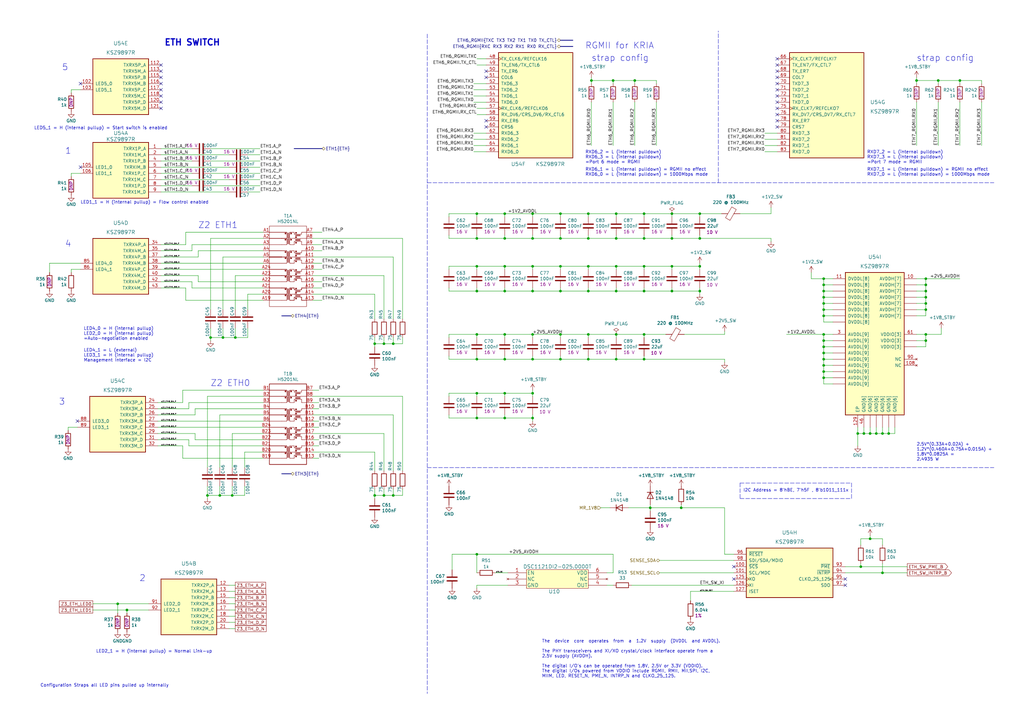
<source format=kicad_sch>
(kicad_sch (version 20211123) (generator eeschema)
  (paper "A3")
  (title_block (title "ATCA Template") (date "2023-01-05") (rev "1.0") (company "Karlsruhe Institute of Technology (KIT)") (comment 1 "Carsten Schmerbeck") (comment 2 "Luis Ardila") (comment 4 "Licensed under CERN-OHL-P v2"))
  (lib_symbols
    (symbol "Device:C" (pin_numbers hide) (pin_names (offset 0.254))
      (property "Reference" "C" (at 0.635 2.54 0))
      (property "Value" "C" (at 0.635 -2.54 0))
      (symbol "C_1_1"
        (pin passive line (at 0 3.81 270) (length 2.794) (name "~") (number "1"))
        (pin passive line (at 0 -3.81 90) (length 2.794) (name "~") (number "2"))
      )
    )
    (symbol "Device:D" (pin_numbers hide) (pin_names (offset 1.016) hide)
      (property "Reference" "D" (at 0 2.54 0))
      (property "Value" "D" (at 0 -2.54 0))
      (symbol "D_1_1"
        (pin passive line (at -3.81 0 0) (length 2.54) (name "K") (number "1"))
        (pin passive line (at 3.81 0 180) (length 2.54) (name "A") (number "2"))
      )
    )
    (symbol "Device:FerriteBead" (pin_numbers hide) (pin_names (offset 0))
      (property "Reference" "FB" (at -3.81 0.635 90))
      (property "Value" "FerriteBead" (at 3.81 0 90))
      (symbol "FerriteBead_1_1"
        (pin passive line (at 0 3.81 270) (length 2.54) (name "~") (number "1"))
        (pin passive line (at 0 -3.81 90) (length 2.54) (name "~") (number "2"))
      )
    )
    (symbol "Device:R" (pin_numbers hide) (pin_names (offset 0))
      (property "Reference" "R" (at 2.032 0 90))
      (property "Value" "R" (at 0 0 90))
      (symbol "R_1_1"
        (pin passive line (at 0 3.81 270) (length 1.27) (name "~") (number "1"))
        (pin passive line (at 0 -3.81 90) (length 1.27) (name "~") (number "2"))
      )
    )
    (symbol "KIT_Interface_Ethernet:KSZ9897R" (pin_names (offset 1.016))
      (property "Reference" "U" (at 15.24 6.35 0))
      (property "Value" "KSZ9897R" (at 8.89 3.81 0))
      (symbol "KSZ9897R_1_1"
        (pin bidirectional line (at 33.02 0 180) (length 5.08) (name "TXRX1P_A") (number "1"))
        (pin bidirectional line (at 0 -7.62 0) (length 5.08) (name "LED1_0") (number "105"))
        (pin bidirectional line (at 0 -10.16 0) (length 5.08) (name "LED1_1") (number "106"))
        (pin bidirectional line (at 33.02 -2.54 180) (length 5.08) (name "TXRX1M_A") (number "2"))
        (pin bidirectional line (at 33.02 -5.08 180) (length 5.08) (name "TXRX1P_B") (number "4"))
        (pin bidirectional line (at 33.02 -7.62 180) (length 5.08) (name "TXRXIM_B") (number "5"))
        (pin bidirectional line (at 33.02 -10.16 180) (length 5.08) (name "TXRX1P_C") (number "6"))
        (pin bidirectional line (at 33.02 -12.7 180) (length 5.08) (name "TXRX1M_C") (number "7"))
        (pin bidirectional line (at 33.02 -15.24 180) (length 5.08) (name "TXRX1P_D") (number "8"))
        (pin bidirectional line (at 33.02 -17.78 180) (length 5.08) (name "TXRX1M_D") (number "9"))
      )
      (symbol "KSZ9897R_2_1"
        (pin bidirectional line (at 33.02 0 180) (length 5.08) (name "TXRX2P_A") (number "12"))
        (pin bidirectional line (at 33.02 -2.54 180) (length 5.08) (name "TXRX2M_A") (number "13"))
        (pin bidirectional line (at 33.02 -5.08 180) (length 5.08) (name "TXRX2P_B") (number "15"))
        (pin bidirectional line (at 33.02 -7.62 180) (length 5.08) (name "TXRX2M_B") (number "16"))
        (pin bidirectional line (at 33.02 -10.16 180) (length 5.08) (name "TXRX2P_C") (number "17"))
        (pin bidirectional line (at 33.02 -12.7 180) (length 5.08) (name "TXRX2M_C") (number "18"))
        (pin bidirectional line (at 33.02 -15.24 180) (length 5.08) (name "TXRX2P_D") (number "20"))
        (pin bidirectional line (at 33.02 -17.78 180) (length 5.08) (name "TXRX2M_D") (number "21"))
        (pin bidirectional line (at 0 -7.62 0) (length 5.08) (name "LED2_0") (number "91"))
        (pin bidirectional line (at 0 -10.16 0) (length 5.08) (name "LED2_1") (number "92"))
      )
      (symbol "KSZ9897R_3_1"
        (pin bidirectional line (at 33.02 0 180) (length 5.08) (name "TXRX3P_A") (number "24"))
        (pin bidirectional line (at 33.02 -2.54 180) (length 5.08) (name "TXRX3M_A") (number "25"))
        (pin bidirectional line (at 33.02 -5.08 180) (length 5.08) (name "TXRX3P_B") (number "26"))
        (pin bidirectional line (at 33.02 -7.62 180) (length 5.08) (name "TXRX3M_B") (number "27"))
        (pin bidirectional line (at 33.02 -10.16 180) (length 5.08) (name "TXRX3P_C") (number "28"))
        (pin bidirectional line (at 33.02 -12.7 180) (length 5.08) (name "TXRX3M_C") (number "29"))
        (pin bidirectional line (at 33.02 -15.24 180) (length 5.08) (name "TXRX3P_D") (number "31"))
        (pin bidirectional line (at 33.02 -17.78 180) (length 5.08) (name "TXRX3M_D") (number "32"))
        (pin bidirectional line (at 0 -7.62 0) (length 5.08) (name "LED3_0") (number "88"))
        (pin bidirectional line (at 0 -10.16 0) (length 5.08) (name "LED3_1") (number "89"))
      )
      (symbol "KSZ9897R_4_1"
        (pin bidirectional line (at 33.02 0 180) (length 5.08) (name "TXRX4P_A") (number "34"))
        (pin bidirectional line (at 33.02 -2.54 180) (length 5.08) (name "TXRX4M_A") (number "35"))
        (pin bidirectional line (at 33.02 -5.08 180) (length 5.08) (name "TXRX4P_B") (number "37"))
        (pin bidirectional line (at 33.02 -7.62 180) (length 5.08) (name "TXRX4M_B") (number "38"))
        (pin bidirectional line (at 33.02 -10.16 180) (length 5.08) (name "TXRX4P_C") (number "39"))
        (pin bidirectional line (at 33.02 -12.7 180) (length 5.08) (name "TXRX4M_C") (number "40"))
        (pin bidirectional line (at 33.02 -15.24 180) (length 5.08) (name "TXRX4P_D") (number "42"))
        (pin bidirectional line (at 33.02 -17.78 180) (length 5.08) (name "TXRX4M_D") (number "43"))
        (pin bidirectional line (at 0 -7.62 0) (length 5.08) (name "LED4_0") (number "85"))
        (pin bidirectional line (at 0 -10.16 0) (length 5.08) (name "LED4_1") (number "86"))
      )
      (symbol "KSZ9897R_5_1"
        (pin bidirectional line (at 0 -7.62 0) (length 5.08) (name "LED5_0") (number "102"))
        (pin bidirectional line (at 0 -10.16 0) (length 5.08) (name "LED5_1") (number "103"))
        (pin bidirectional line (at 33.02 0 180) (length 5.08) (name "TXRX5P_A") (number "112"))
        (pin bidirectional line (at 33.02 -2.54 180) (length 5.08) (name "TXRX5M_A") (number "113"))
        (pin bidirectional line (at 33.02 -5.08 180) (length 5.08) (name "TXRX5P_B") (number "115"))
        (pin bidirectional line (at 33.02 -7.62 180) (length 5.08) (name "TXRX5M_B") (number "116"))
        (pin bidirectional line (at 33.02 -10.16 180) (length 5.08) (name "TXRX5P_C") (number "117"))
        (pin bidirectional line (at 33.02 -12.7 180) (length 5.08) (name "TXRX5M_C") (number "118"))
        (pin bidirectional line (at 33.02 -15.24 180) (length 5.08) (name "TXRX5P_D") (number "120"))
        (pin bidirectional line (at 33.02 -17.78 180) (length 5.08) (name "TXRX5M_D") (number "121"))
      )
      (symbol "KSZ9897R_6_1"
        (pin bidirectional clock (at 0 0 0) (length 5.08) (name "TX_CLK6/REFCLK16") (number "48"))
        (pin input line (at 0 -2.54 0) (length 5.08) (name "TX_EN6/TX_CTL6") (number "49"))
        (pin input line (at 0 -5.08 0) (length 5.08) (name "TX_ER6") (number "50"))
        (pin bidirectional line (at 0 -7.62 0) (length 5.08) (name "COL6") (number "51"))
        (pin input line (at 0 -10.16 0) (length 5.08) (name "TXD6_3") (number "52"))
        (pin input line (at 0 -12.7 0) (length 5.08) (name "TXD6_2") (number "53"))
        (pin input line (at 0 -15.24 0) (length 5.08) (name "TXD6_1") (number "54"))
        (pin input line (at 0 -17.78 0) (length 5.08) (name "TXD6_0") (number "55"))
        (pin bidirectional clock (at 0 -20.32 0) (length 5.08) (name "RX_CLK6/REFCLKO6") (number "57"))
        (pin bidirectional line (at 0 -22.86 0) (length 5.08) (name "RX_DV6/CRS_DV6/RX_CTL6") (number "58"))
        (pin bidirectional line (at 0 -25.4 0) (length 5.08) (name "RX_ER6") (number "59"))
        (pin bidirectional line (at 0 -27.94 0) (length 5.08) (name "CRS6") (number "60"))
        (pin bidirectional line (at 0 -30.48 0) (length 5.08) (name "RXD6_3") (number "62"))
        (pin bidirectional line (at 0 -33.02 0) (length 5.08) (name "RXD6_2") (number "63"))
        (pin bidirectional line (at 0 -35.56 0) (length 5.08) (name "RXD6_1") (number "64"))
        (pin bidirectional line (at 0 -38.1 0) (length 5.08) (name "RXD6_0") (number "65"))
      )
      (symbol "KSZ9897R_7_1"
        (pin bidirectional clock (at 0 0 0) (length 5.08) (name "TX_CLK7/REFCLKI7") (number "66"))
        (pin input line (at 0 -2.54 0) (length 5.08) (name "TX_EN7/FX_CTL7") (number "67"))
        (pin input line (at 0 -5.08 0) (length 5.08) (name "TX_ER7") (number "68"))
        (pin bidirectional line (at 0 -7.62 0) (length 5.08) (name "COL7") (number "69"))
        (pin input line (at 0 -10.16 0) (length 5.08) (name "TXD7_3") (number "70"))
        (pin input line (at 0 -12.7 0) (length 5.08) (name "TXD7_2") (number "71"))
        (pin input line (at 0 -15.24 0) (length 5.08) (name "TXD7_1") (number "72"))
        (pin input line (at 0 -17.78 0) (length 5.08) (name "TXD7_0") (number "73"))
        (pin bidirectional clock (at 0 -20.32 0) (length 5.08) (name "RX_CLK7/REFCLKO7") (number "75"))
        (pin bidirectional line (at 0 -22.86 0) (length 5.08) (name "RX_DV7/CRS_DV7/RX_CTL7") (number "76"))
        (pin bidirectional line (at 0 -25.4 0) (length 5.08) (name "RX_ER7") (number "78"))
        (pin bidirectional line (at 0 -27.94 0) (length 5.08) (name "CRS7") (number "79"))
        (pin bidirectional line (at 0 -30.48 0) (length 5.08) (name "RXD7_3") (number "80"))
        (pin bidirectional line (at 0 -33.02 0) (length 5.08) (name "RXD7_2") (number "81"))
        (pin bidirectional line (at 0 -35.56 0) (length 5.08) (name "RXD7_1") (number "82"))
        (pin bidirectional line (at 0 -38.1 0) (length 5.08) (name "RXD7_0") (number "83"))
      )
      (symbol "KSZ9897R_8_1"
        (pin input line (at 0 -5.08 0) (length 5.08) (name "~{SCS}") (number "100"))
        (pin input line (at 0 -7.62 0) (length 5.08) (name "SCL/MDC") (number "101"))
        (pin output clock (at 0 -10.16 0) (length 5.08) (name "XO") (number "125"))
        (pin input clock (at 0 -12.7 0) (length 5.08) (name "XI") (number "126"))
        (pin bidirectional line (at 0 -15.24 0) (length 5.08) (name "ISET") (number "127"))
        (pin output line (at 45.72 -5.08 180) (length 5.08) (name "~{PME}") (number "93"))
        (pin output line (at 45.72 -7.62 180) (length 5.08) (name "~{INTRP}") (number "94"))
        (pin output clock (at 45.72 -10.16 180) (length 5.08) (name "CLKO_25_125") (number "95"))
        (pin input line (at 0 0 0) (length 5.08) (name "~{RESET}") (number "96"))
        (pin output line (at 45.72 -12.7 180) (length 5.08) (name "SDO") (number "97"))
        (pin bidirectional line (at 0 -2.54 0) (length 5.08) (name "SDI/SDA/MDIO") (number "98"))
      )
      (symbol "KSZ9897R_9_1"
        (pin power_in line (at 34.29 0 180) (length 5.08) (name "AVDDH[7]") (number "10"))
        (pin power_in line (at 0 -15.24 0) (length 5.08) (name "DVDDL[8]") (number "104"))
        (pin power_in line (at 20.32 -60.96 90) (length 5.08) (name "GND[6]") (number "107"))
        (pin no_connect line (at 34.29 -35.56 180) (length 5.08) (name "NC") (number "108"))
        (pin power_in line (at 22.86 -60.96 90) (length 5.08) (name "GND[6]") (number "109"))
        (pin power_in line (at 0 0 0) (length 5.08) (name "DVDDL[8]") (number "11"))
        (pin power_in line (at 0 -17.78 0) (length 5.08) (name "DVDDL[8]") (number "110"))
        (pin power_in line (at 34.29 -10.16 180) (length 5.08) (name "AVDDH[7]") (number "111"))
        (pin power_in line (at 0 -38.1 0) (length 5.08) (name "AVDDL[9]") (number "114"))
        (pin power_in line (at 0 -40.64 0) (length 5.08) (name "AVDDL[9]") (number "119"))
        (pin power_in line (at 34.29 -12.7 180) (length 5.08) (name "AVDDH[7]") (number "122"))
        (pin power_in line (at 25.4 -60.96 90) (length 5.08) (name "GND[6]") (number "123"))
        (pin power_in line (at 0 -43.18 0) (length 5.08) (name "AVDDL[9]") (number "124"))
        (pin power_in line (at 34.29 -15.24 180) (length 5.08) (name "AVDDH[7]") (number "128"))
        (pin power_in line (at 10.16 -60.96 90) (length 5.08) (name "EP") (number "129"))
        (pin power_in line (at 0 -25.4 0) (length 5.08) (name "AVDDL[9]") (number "14"))
        (pin power_in line (at 0 -27.94 0) (length 5.08) (name "AVDDL[9]") (number "19"))
        (pin power_in line (at 34.29 -2.54 180) (length 5.08) (name "AVDDH[7]") (number "22"))
        (pin power_in line (at 0 -2.54 0) (length 5.08) (name "DVDDL[8]") (number "23"))
        (pin power_in line (at 0 -22.86 0) (length 5.08) (name "AVDDL[9]") (number "3"))
        (pin power_in line (at 0 -30.48 0) (length 5.08) (name "AVDDL[9]") (number "30"))
        (pin power_in line (at 34.29 -5.08 180) (length 5.08) (name "AVDDH[7]") (number "33"))
        (pin power_in line (at 0 -33.02 0) (length 5.08) (name "AVDDL[9]") (number "36"))
        (pin power_in line (at 0 -35.56 0) (length 5.08) (name "AVDDL[9]") (number "41"))
        (pin power_in line (at 34.29 -7.62 180) (length 5.08) (name "AVDDH[7]") (number "44"))
        (pin power_in line (at 0 -5.08 0) (length 5.08) (name "DVDDL[8]") (number "45"))
        (pin power_in line (at 12.7 -60.96 90) (length 5.08) (name "GND[6]") (number "46"))
        (pin power_in line (at 15.24 -60.96 90) (length 5.08) (name "GND[6]") (number "47"))
        (pin power_in line (at 0 -7.62 0) (length 5.08) (name "DVDDL[8]") (number "56"))
        (pin power_in line (at 34.29 -22.86 180) (length 5.08) (name "VDDIO[3]") (number "61"))
        (pin power_in line (at 0 -10.16 0) (length 5.08) (name "DVDDL[8]") (number "74"))
        (pin power_in line (at 34.29 -25.4 180) (length 5.08) (name "VDDIO[3]") (number "77"))
        (pin power_in line (at 17.78 -60.96 90) (length 5.08) (name "GND[6]") (number "84"))
        (pin power_in line (at 0 -12.7 0) (length 5.08) (name "DVDDL[8]") (number "87"))
        (pin no_connect line (at 34.29 -33.02 180) (length 5.08) (name "NC") (number "90"))
        (pin power_in line (at 34.29 -27.94 180) (length 5.08) (name "VDDIO[3]") (number "99"))
      )
    )
    (symbol "KIT_Oscillator:DSC1121DI2-025.0000T" (pin_names (offset 0.254))
      (property "Reference" "U" (at 20.32 10.16 0))
      (property "Value" "DSC1121DI2-025.0000T" (at 20.32 7.62 0))
      (property "Datasheet" "https://rocelec.widen.net/view/pdf/numapiwcbe/MCHP-S-A0003695894-1.pdf?t.download=true&u=5oefqw" (at -1.27 3.81 0))
      (property "digikey#" "DSC1121DI2-025.0000TCT-ND" (at 0 0 0))
      (property "manf#" "DSC1121DI2-025.0000T" (at 0 0 0))
      (symbol "DSC1121DI2-025.0000T_1_1"
        (pin input line (at 0 0 0) (length 7.62) (name "EN") (number "1"))
        (pin no_connect line (at 0 -2.54 0) (length 7.62) (name "NC") (number "2"))
        (pin power_in line (at 0 -5.08 0) (length 7.62) (name "GND") (number "3"))
        (pin output line (at 40.64 -5.08 180) (length 7.62) (name "OUT") (number "4"))
        (pin no_connect line (at 40.64 -2.54 180) (length 7.62) (name "NC") (number "5"))
        (pin power_in line (at 40.64 0 180) (length 7.62) (name "VDD") (number "6"))
      )
    )
    (symbol "KIT_Power:+1V2_SW" (power) (pin_names (offset 0))
      (property "Value" "+1V2_SW" (at 0 3.556 0))
      (symbol "+1V2_SW_1_1"
        (pin power_in line (at 0 0 90) (length 0) hide (name "+1V2_SW") (number "1"))
      )
    )
    (symbol "KIT_Power:+1V8_STBY" (power) (pin_names (offset 0))
      (property "Value" "+1V8_STBY" (at 0 3.556 0))
      (symbol "+1V8_STBY_1_1"
        (pin power_in line (at 0 0 90) (length 0) hide (name "+1V8_STBY") (number "1"))
      )
    )
    (symbol "KIT_Power:+2V5_SW" (power) (pin_names (offset 0))
      (property "Value" "+2V5_SW" (at 0 3.556 0))
      (symbol "+2V5_SW_1_1"
        (pin power_in line (at 0 0 90) (length 0) hide (name "+2V5_SW") (number "1"))
      )
    )
    (symbol "KIT_Transformer:H5201NL" (pin_names hide)
      (property "Reference" "T" (at 0 6.35 0))
      (property "Value" "H5201NL" (at 0.254 -30.226 0))
      (symbol "H5201NL_1_1"
        (pin passive line (at -10.16 2.54 0) (length 2.54) (name "~") (number "A1"))
        (pin passive line (at 10.16 -5.08 180) (length 2.54) (name "~") (number "A10"))
        (pin passive line (at 10.16 -7.62 180) (length 2.54) (name "~") (number "A11"))
        (pin passive line (at 10.16 -10.16 180) (length 2.54) (name "~") (number "A12"))
        (pin passive line (at 10.16 -25.4 180) (length 2.54) (name "~") (number "A13"))
        (pin passive line (at 10.16 -22.86 180) (length 2.54) (name "~") (number "A14"))
        (pin passive line (at 10.16 -20.32 180) (length 2.54) (name "~") (number "A15"))
        (pin passive line (at 10.16 -17.78 180) (length 2.54) (name "~") (number "A16"))
        (pin passive line (at 10.16 -15.24 180) (length 2.54) (name "~") (number "A17"))
        (pin passive line (at 10.16 -12.7 180) (length 2.54) (name "~") (number "A18"))
        (pin passive line (at -10.16 -25.4 0) (length 2.54) (name "~") (number "A19"))
        (pin passive line (at -10.16 0 0) (length 2.54) (name "~") (number "A2"))
        (pin passive line (at -10.16 -22.86 0) (length 2.54) (name "~") (number "A20"))
        (pin passive line (at -10.16 -20.32 0) (length 2.54) (name "~") (number "A21"))
        (pin passive line (at -10.16 -17.78 0) (length 2.54) (name "~") (number "A22"))
        (pin passive line (at -10.16 -15.24 0) (length 2.54) (name "~") (number "A23"))
        (pin passive line (at -10.16 -12.7 0) (length 2.54) (name "~") (number "A24"))
        (pin passive line (at -10.16 -2.54 0) (length 2.54) (name "~") (number "A3"))
        (pin passive line (at -10.16 -5.08 0) (length 2.54) (name "~") (number "A4"))
        (pin passive line (at -10.16 -7.62 0) (length 2.54) (name "~") (number "A5"))
        (pin passive line (at -10.16 -10.16 0) (length 2.54) (name "~") (number "A6"))
        (pin passive line (at 10.16 2.54 180) (length 2.54) (name "~") (number "A7"))
        (pin passive line (at 10.16 0 180) (length 2.54) (name "~") (number "A8"))
        (pin passive line (at 10.16 -2.54 180) (length 2.54) (name "~") (number "A9"))
      )
      (symbol "H5201NL_2_1"
        (pin passive line (at -10.16 2.54 0) (length 2.54) (name "~") (number "B1"))
        (pin passive line (at 10.16 -5.08 180) (length 2.54) (name "~") (number "B10"))
        (pin passive line (at 10.16 -7.62 180) (length 2.54) (name "~") (number "B11"))
        (pin passive line (at 10.16 -10.16 180) (length 2.54) (name "~") (number "B12"))
        (pin passive line (at 10.16 -25.4 180) (length 2.54) (name "~") (number "B13"))
        (pin passive line (at 10.16 -22.86 180) (length 2.54) (name "~") (number "B14"))
        (pin passive line (at 10.16 -20.32 180) (length 2.54) (name "~") (number "B15"))
        (pin passive line (at 10.16 -17.78 180) (length 2.54) (name "~") (number "B16"))
        (pin passive line (at 10.16 -15.24 180) (length 2.54) (name "~") (number "B17"))
        (pin passive line (at 10.16 -12.7 180) (length 2.54) (name "~") (number "B18"))
        (pin passive line (at -10.16 -25.4 0) (length 2.54) (name "~") (number "B19"))
        (pin passive line (at -10.16 0 0) (length 2.54) (name "~") (number "B2"))
        (pin passive line (at -10.16 -22.86 0) (length 2.54) (name "~") (number "B20"))
        (pin passive line (at -10.16 -20.32 0) (length 2.54) (name "~") (number "B21"))
        (pin passive line (at -10.16 -17.78 0) (length 2.54) (name "~") (number "B22"))
        (pin passive line (at -10.16 -15.24 0) (length 2.54) (name "~") (number "B23"))
        (pin passive line (at -10.16 -12.7 0) (length 2.54) (name "~") (number "B24"))
        (pin passive line (at -10.16 -2.54 0) (length 2.54) (name "~") (number "B3"))
        (pin passive line (at -10.16 -5.08 0) (length 2.54) (name "~") (number "B4"))
        (pin passive line (at -10.16 -7.62 0) (length 2.54) (name "~") (number "B5"))
        (pin passive line (at -10.16 -10.16 0) (length 2.54) (name "~") (number "B6"))
        (pin passive line (at 10.16 2.54 180) (length 2.54) (name "~") (number "B7"))
        (pin passive line (at 10.16 0 180) (length 2.54) (name "~") (number "B8"))
        (pin passive line (at 10.16 -2.54 180) (length 2.54) (name "~") (number "B9"))
      )
    )
    (symbol "KSZ9897R_1" (pin_names (offset 1.016))
      (property "Reference" "U" (at 15.24 6.35 0))
      (property "Value" "KSZ9897R_1" (at 8.89 3.81 0))
      (symbol "KSZ9897R_1_1_1"
        (pin bidirectional line (at 33.02 0 180) (length 5.08) (name "TXRX1P_A") (number "1"))
        (pin bidirectional line (at 0 -7.62 0) (length 5.08) (name "LED1_0") (number "105"))
        (pin bidirectional line (at 0 -10.16 0) (length 5.08) (name "LED1_1") (number "106"))
        (pin bidirectional line (at 33.02 -2.54 180) (length 5.08) (name "TXRX1M_A") (number "2"))
        (pin bidirectional line (at 33.02 -5.08 180) (length 5.08) (name "TXRX1P_B") (number "4"))
        (pin bidirectional line (at 33.02 -7.62 180) (length 5.08) (name "TXRXIM_B") (number "5"))
        (pin bidirectional line (at 33.02 -10.16 180) (length 5.08) (name "TXRX1P_C") (number "6"))
        (pin bidirectional line (at 33.02 -12.7 180) (length 5.08) (name "TXRX1M_C") (number "7"))
        (pin bidirectional line (at 33.02 -15.24 180) (length 5.08) (name "TXRX1P_D") (number "8"))
        (pin bidirectional line (at 33.02 -17.78 180) (length 5.08) (name "TXRX1M_D") (number "9"))
      )
      (symbol "KSZ9897R_1_2_1"
        (pin bidirectional line (at 33.02 0 180) (length 5.08) (name "TXRX2P_A") (number "12"))
        (pin bidirectional line (at 33.02 -2.54 180) (length 5.08) (name "TXRX2M_A") (number "13"))
        (pin bidirectional line (at 33.02 -5.08 180) (length 5.08) (name "TXRX2P_B") (number "15"))
        (pin bidirectional line (at 33.02 -7.62 180) (length 5.08) (name "TXRX2M_B") (number "16"))
        (pin bidirectional line (at 33.02 -10.16 180) (length 5.08) (name "TXRX2P_C") (number "17"))
        (pin bidirectional line (at 33.02 -12.7 180) (length 5.08) (name "TXRX2M_C") (number "18"))
        (pin bidirectional line (at 33.02 -15.24 180) (length 5.08) (name "TXRX2P_D") (number "20"))
        (pin bidirectional line (at 33.02 -17.78 180) (length 5.08) (name "TXRX2M_D") (number "21"))
        (pin bidirectional line (at 0 -7.62 0) (length 5.08) (name "LED2_0") (number "91"))
        (pin bidirectional line (at 0 -10.16 0) (length 5.08) (name "LED2_1") (number "92"))
      )
      (symbol "KSZ9897R_1_3_1"
        (pin bidirectional line (at 33.02 0 180) (length 5.08) (name "TXRX3P_A") (number "24"))
        (pin bidirectional line (at 33.02 -2.54 180) (length 5.08) (name "TXRX3M_A") (number "25"))
        (pin bidirectional line (at 33.02 -5.08 180) (length 5.08) (name "TXRX3P_B") (number "26"))
        (pin bidirectional line (at 33.02 -7.62 180) (length 5.08) (name "TXRX3M_B") (number "27"))
        (pin bidirectional line (at 33.02 -10.16 180) (length 5.08) (name "TXRX3P_C") (number "28"))
        (pin bidirectional line (at 33.02 -12.7 180) (length 5.08) (name "TXRX3M_C") (number "29"))
        (pin bidirectional line (at 33.02 -15.24 180) (length 5.08) (name "TXRX3P_D") (number "31"))
        (pin bidirectional line (at 33.02 -17.78 180) (length 5.08) (name "TXRX3M_D") (number "32"))
        (pin bidirectional line (at 0 -7.62 0) (length 5.08) (name "LED3_0") (number "88"))
        (pin bidirectional line (at 0 -10.16 0) (length 5.08) (name "LED3_1") (number "89"))
      )
      (symbol "KSZ9897R_1_4_1"
        (pin bidirectional line (at 33.02 0 180) (length 5.08) (name "TXRX4P_A") (number "34"))
        (pin bidirectional line (at 33.02 -2.54 180) (length 5.08) (name "TXRX4M_A") (number "35"))
        (pin bidirectional line (at 33.02 -5.08 180) (length 5.08) (name "TXRX4P_B") (number "37"))
        (pin bidirectional line (at 33.02 -7.62 180) (length 5.08) (name "TXRX4M_B") (number "38"))
        (pin bidirectional line (at 33.02 -10.16 180) (length 5.08) (name "TXRX4P_C") (number "39"))
        (pin bidirectional line (at 33.02 -12.7 180) (length 5.08) (name "TXRX4M_C") (number "40"))
        (pin bidirectional line (at 33.02 -15.24 180) (length 5.08) (name "TXRX4P_D") (number "42"))
        (pin bidirectional line (at 33.02 -17.78 180) (length 5.08) (name "TXRX4M_D") (number "43"))
        (pin bidirectional line (at 0 -7.62 0) (length 5.08) (name "LED4_0") (number "85"))
        (pin bidirectional line (at 0 -10.16 0) (length 5.08) (name "LED4_1") (number "86"))
      )
      (symbol "KSZ9897R_1_5_1"
        (pin bidirectional line (at 0 -7.62 0) (length 5.08) (name "LED5_0") (number "102"))
        (pin bidirectional line (at 0 -10.16 0) (length 5.08) (name "LED5_1") (number "103"))
        (pin bidirectional line (at 33.02 0 180) (length 5.08) (name "TXRX5P_A") (number "112"))
        (pin bidirectional line (at 33.02 -2.54 180) (length 5.08) (name "TXRX5M_A") (number "113"))
        (pin bidirectional line (at 33.02 -5.08 180) (length 5.08) (name "TXRX5P_B") (number "115"))
        (pin bidirectional line (at 33.02 -7.62 180) (length 5.08) (name "TXRX5M_B") (number "116"))
        (pin bidirectional line (at 33.02 -10.16 180) (length 5.08) (name "TXRX5P_C") (number "117"))
        (pin bidirectional line (at 33.02 -12.7 180) (length 5.08) (name "TXRX5M_C") (number "118"))
        (pin bidirectional line (at 33.02 -15.24 180) (length 5.08) (name "TXRX5P_D") (number "120"))
        (pin bidirectional line (at 33.02 -17.78 180) (length 5.08) (name "TXRX5M_D") (number "121"))
      )
      (symbol "KSZ9897R_1_6_1"
        (pin bidirectional clock (at 0 0 0) (length 5.08) (name "TX_CLK6/REFCLK16") (number "48"))
        (pin input line (at 0 -2.54 0) (length 5.08) (name "TX_EN6/TX_CTL6") (number "49"))
        (pin input line (at 0 -5.08 0) (length 5.08) (name "TX_ER6") (number "50"))
        (pin bidirectional line (at 0 -7.62 0) (length 5.08) (name "COL6") (number "51"))
        (pin input line (at 0 -10.16 0) (length 5.08) (name "TXD6_3") (number "52"))
        (pin input line (at 0 -12.7 0) (length 5.08) (name "TXD6_2") (number "53"))
        (pin input line (at 0 -15.24 0) (length 5.08) (name "TXD6_1") (number "54"))
        (pin input line (at 0 -17.78 0) (length 5.08) (name "TXD6_0") (number "55"))
        (pin bidirectional clock (at 0 -20.32 0) (length 5.08) (name "RX_CLK6/REFCLKO6") (number "57"))
        (pin bidirectional line (at 0 -22.86 0) (length 5.08) (name "RX_DV6/CRS_DV6/RX_CTL6") (number "58"))
        (pin bidirectional line (at 0 -25.4 0) (length 5.08) (name "RX_ER6") (number "59"))
        (pin bidirectional line (at 0 -27.94 0) (length 5.08) (name "CRS6") (number "60"))
        (pin bidirectional line (at 0 -30.48 0) (length 5.08) (name "RXD6_3") (number "62"))
        (pin bidirectional line (at 0 -33.02 0) (length 5.08) (name "RXD6_2") (number "63"))
        (pin bidirectional line (at 0 -35.56 0) (length 5.08) (name "RXD6_1") (number "64"))
        (pin bidirectional line (at 0 -38.1 0) (length 5.08) (name "RXD6_0") (number "65"))
      )
      (symbol "KSZ9897R_1_7_1"
        (pin bidirectional clock (at 0 0 0) (length 5.08) (name "TX_CLK7/REFCLKI7") (number "66"))
        (pin input line (at 0 -2.54 0) (length 5.08) (name "TX_EN7/FX_CTL7") (number "67"))
        (pin input line (at 0 -5.08 0) (length 5.08) (name "TX_ER7") (number "68"))
        (pin bidirectional line (at 0 -7.62 0) (length 5.08) (name "COL7") (number "69"))
        (pin input line (at 0 -10.16 0) (length 5.08) (name "TXD7_3") (number "70"))
        (pin input line (at 0 -12.7 0) (length 5.08) (name "TXD7_2") (number "71"))
        (pin input line (at 0 -15.24 0) (length 5.08) (name "TXD7_1") (number "72"))
        (pin input line (at 0 -17.78 0) (length 5.08) (name "TXD7_0") (number "73"))
        (pin bidirectional clock (at 0 -20.32 0) (length 5.08) (name "RX_CLK7/REFCLKO7") (number "75"))
        (pin bidirectional line (at 0 -22.86 0) (length 5.08) (name "RX_DV7/CRS_DV7/RX_CTL7") (number "76"))
        (pin bidirectional line (at 0 -25.4 0) (length 5.08) (name "RX_ER7") (number "78"))
        (pin bidirectional line (at 0 -27.94 0) (length 5.08) (name "CRS7") (number "79"))
        (pin bidirectional line (at 0 -30.48 0) (length 5.08) (name "RXD7_3") (number "80"))
        (pin bidirectional line (at 0 -33.02 0) (length 5.08) (name "RXD7_2") (number "81"))
        (pin bidirectional line (at 0 -35.56 0) (length 5.08) (name "RXD7_1") (number "82"))
        (pin bidirectional line (at 0 -38.1 0) (length 5.08) (name "RXD7_0") (number "83"))
      )
      (symbol "KSZ9897R_1_8_1"
        (pin input line (at 0 -5.08 0) (length 5.08) (name "~{SCS}") (number "100"))
        (pin input line (at 0 -7.62 0) (length 5.08) (name "SCL/MDC") (number "101"))
        (pin output clock (at 0 -10.16 0) (length 5.08) (name "XO") (number "125"))
        (pin input clock (at 0 -12.7 0) (length 5.08) (name "XI") (number "126"))
        (pin bidirectional line (at 0 -15.24 0) (length 5.08) (name "ISET") (number "127"))
        (pin output line (at 45.72 -5.08 180) (length 5.08) (name "~{PME}") (number "93"))
        (pin output line (at 45.72 -7.62 180) (length 5.08) (name "~{INTRP}") (number "94"))
        (pin output clock (at 45.72 -10.16 180) (length 5.08) (name "CLKO_25_125") (number "95"))
        (pin input line (at 0 0 0) (length 5.08) (name "~{RESET}") (number "96"))
        (pin output line (at 45.72 -12.7 180) (length 5.08) (name "SDO") (number "97"))
        (pin bidirectional line (at 0 -2.54 0) (length 5.08) (name "SDI/SDA/MDIO") (number "98"))
      )
      (symbol "KSZ9897R_1_9_1"
        (pin power_in line (at 34.29 0 180) (length 5.08) (name "AVDDH[7]") (number "10"))
        (pin power_in line (at 0 -15.24 0) (length 5.08) (name "DVDDL[8]") (number "104"))
        (pin power_in line (at 20.32 -60.96 90) (length 5.08) (name "GND[6]") (number "107"))
        (pin no_connect line (at 34.29 -35.56 180) (length 5.08) (name "NC") (number "108"))
        (pin power_in line (at 22.86 -60.96 90) (length 5.08) (name "GND[6]") (number "109"))
        (pin power_in line (at 0 0 0) (length 5.08) (name "DVDDL[8]") (number "11"))
        (pin power_in line (at 0 -17.78 0) (length 5.08) (name "DVDDL[8]") (number "110"))
        (pin power_in line (at 34.29 -10.16 180) (length 5.08) (name "AVDDH[7]") (number "111"))
        (pin power_in line (at 0 -38.1 0) (length 5.08) (name "AVDDL[9]") (number "114"))
        (pin power_in line (at 0 -40.64 0) (length 5.08) (name "AVDDL[9]") (number "119"))
        (pin power_in line (at 34.29 -12.7 180) (length 5.08) (name "AVDDH[7]") (number "122"))
        (pin power_in line (at 25.4 -60.96 90) (length 5.08) (name "GND[6]") (number "123"))
        (pin power_in line (at 0 -43.18 0) (length 5.08) (name "AVDDL[9]") (number "124"))
        (pin power_in line (at 34.29 -15.24 180) (length 5.08) (name "AVDDH[7]") (number "128"))
        (pin power_in line (at 10.16 -60.96 90) (length 5.08) (name "EP") (number "129"))
        (pin power_in line (at 0 -25.4 0) (length 5.08) (name "AVDDL[9]") (number "14"))
        (pin power_in line (at 0 -27.94 0) (length 5.08) (name "AVDDL[9]") (number "19"))
        (pin power_in line (at 34.29 -2.54 180) (length 5.08) (name "AVDDH[7]") (number "22"))
        (pin power_in line (at 0 -2.54 0) (length 5.08) (name "DVDDL[8]") (number "23"))
        (pin power_in line (at 0 -22.86 0) (length 5.08) (name "AVDDL[9]") (number "3"))
        (pin power_in line (at 0 -30.48 0) (length 5.08) (name "AVDDL[9]") (number "30"))
        (pin power_in line (at 34.29 -5.08 180) (length 5.08) (name "AVDDH[7]") (number "33"))
        (pin power_in line (at 0 -33.02 0) (length 5.08) (name "AVDDL[9]") (number "36"))
        (pin power_in line (at 0 -35.56 0) (length 5.08) (name "AVDDL[9]") (number "41"))
        (pin power_in line (at 34.29 -7.62 180) (length 5.08) (name "AVDDH[7]") (number "44"))
        (pin power_in line (at 0 -5.08 0) (length 5.08) (name "DVDDL[8]") (number "45"))
        (pin power_in line (at 12.7 -60.96 90) (length 5.08) (name "GND[6]") (number "46"))
        (pin power_in line (at 15.24 -60.96 90) (length 5.08) (name "GND[6]") (number "47"))
        (pin power_in line (at 0 -7.62 0) (length 5.08) (name "DVDDL[8]") (number "56"))
        (pin power_in line (at 34.29 -22.86 180) (length 5.08) (name "VDDIO[3]") (number "61"))
        (pin power_in line (at 0 -10.16 0) (length 5.08) (name "DVDDL[8]") (number "74"))
        (pin power_in line (at 34.29 -25.4 180) (length 5.08) (name "VDDIO[3]") (number "77"))
        (pin power_in line (at 17.78 -60.96 90) (length 5.08) (name "GND[6]") (number "84"))
        (pin power_in line (at 0 -12.7 0) (length 5.08) (name "DVDDL[8]") (number "87"))
        (pin no_connect line (at 34.29 -33.02 180) (length 5.08) (name "NC") (number "90"))
        (pin power_in line (at 34.29 -27.94 180) (length 5.08) (name "VDDIO[3]") (number "99"))
      )
    )
    (symbol "KSZ9897R_2" (pin_names (offset 1.016))
      (property "Reference" "U" (at 15.24 6.35 0))
      (property "Value" "KSZ9897R_2" (at 8.89 3.81 0))
      (symbol "KSZ9897R_2_1_1"
        (pin bidirectional line (at 33.02 0 180) (length 5.08) (name "TXRX1P_A") (number "1"))
        (pin bidirectional line (at 0 -7.62 0) (length 5.08) (name "LED1_0") (number "105"))
        (pin bidirectional line (at 0 -10.16 0) (length 5.08) (name "LED1_1") (number "106"))
        (pin bidirectional line (at 33.02 -2.54 180) (length 5.08) (name "TXRX1M_A") (number "2"))
        (pin bidirectional line (at 33.02 -5.08 180) (length 5.08) (name "TXRX1P_B") (number "4"))
        (pin bidirectional line (at 33.02 -7.62 180) (length 5.08) (name "TXRXIM_B") (number "5"))
        (pin bidirectional line (at 33.02 -10.16 180) (length 5.08) (name "TXRX1P_C") (number "6"))
        (pin bidirectional line (at 33.02 -12.7 180) (length 5.08) (name "TXRX1M_C") (number "7"))
        (pin bidirectional line (at 33.02 -15.24 180) (length 5.08) (name "TXRX1P_D") (number "8"))
        (pin bidirectional line (at 33.02 -17.78 180) (length 5.08) (name "TXRX1M_D") (number "9"))
      )
      (symbol "KSZ9897R_2_2_1"
        (pin bidirectional line (at 33.02 0 180) (length 5.08) (name "TXRX2P_A") (number "12"))
        (pin bidirectional line (at 33.02 -2.54 180) (length 5.08) (name "TXRX2M_A") (number "13"))
        (pin bidirectional line (at 33.02 -5.08 180) (length 5.08) (name "TXRX2P_B") (number "15"))
        (pin bidirectional line (at 33.02 -7.62 180) (length 5.08) (name "TXRX2M_B") (number "16"))
        (pin bidirectional line (at 33.02 -10.16 180) (length 5.08) (name "TXRX2P_C") (number "17"))
        (pin bidirectional line (at 33.02 -12.7 180) (length 5.08) (name "TXRX2M_C") (number "18"))
        (pin bidirectional line (at 33.02 -15.24 180) (length 5.08) (name "TXRX2P_D") (number "20"))
        (pin bidirectional line (at 33.02 -17.78 180) (length 5.08) (name "TXRX2M_D") (number "21"))
        (pin bidirectional line (at 0 -7.62 0) (length 5.08) (name "LED2_0") (number "91"))
        (pin bidirectional line (at 0 -10.16 0) (length 5.08) (name "LED2_1") (number "92"))
      )
      (symbol "KSZ9897R_2_3_1"
        (pin bidirectional line (at 33.02 0 180) (length 5.08) (name "TXRX3P_A") (number "24"))
        (pin bidirectional line (at 33.02 -2.54 180) (length 5.08) (name "TXRX3M_A") (number "25"))
        (pin bidirectional line (at 33.02 -5.08 180) (length 5.08) (name "TXRX3P_B") (number "26"))
        (pin bidirectional line (at 33.02 -7.62 180) (length 5.08) (name "TXRX3M_B") (number "27"))
        (pin bidirectional line (at 33.02 -10.16 180) (length 5.08) (name "TXRX3P_C") (number "28"))
        (pin bidirectional line (at 33.02 -12.7 180) (length 5.08) (name "TXRX3M_C") (number "29"))
        (pin bidirectional line (at 33.02 -15.24 180) (length 5.08) (name "TXRX3P_D") (number "31"))
        (pin bidirectional line (at 33.02 -17.78 180) (length 5.08) (name "TXRX3M_D") (number "32"))
        (pin bidirectional line (at 0 -7.62 0) (length 5.08) (name "LED3_0") (number "88"))
        (pin bidirectional line (at 0 -10.16 0) (length 5.08) (name "LED3_1") (number "89"))
      )
      (symbol "KSZ9897R_2_4_1"
        (pin bidirectional line (at 33.02 0 180) (length 5.08) (name "TXRX4P_A") (number "34"))
        (pin bidirectional line (at 33.02 -2.54 180) (length 5.08) (name "TXRX4M_A") (number "35"))
        (pin bidirectional line (at 33.02 -5.08 180) (length 5.08) (name "TXRX4P_B") (number "37"))
        (pin bidirectional line (at 33.02 -7.62 180) (length 5.08) (name "TXRX4M_B") (number "38"))
        (pin bidirectional line (at 33.02 -10.16 180) (length 5.08) (name "TXRX4P_C") (number "39"))
        (pin bidirectional line (at 33.02 -12.7 180) (length 5.08) (name "TXRX4M_C") (number "40"))
        (pin bidirectional line (at 33.02 -15.24 180) (length 5.08) (name "TXRX4P_D") (number "42"))
        (pin bidirectional line (at 33.02 -17.78 180) (length 5.08) (name "TXRX4M_D") (number "43"))
        (pin bidirectional line (at 0 -7.62 0) (length 5.08) (name "LED4_0") (number "85"))
        (pin bidirectional line (at 0 -10.16 0) (length 5.08) (name "LED4_1") (number "86"))
      )
      (symbol "KSZ9897R_2_5_1"
        (pin bidirectional line (at 0 -7.62 0) (length 5.08) (name "LED5_0") (number "102"))
        (pin bidirectional line (at 0 -10.16 0) (length 5.08) (name "LED5_1") (number "103"))
        (pin bidirectional line (at 33.02 0 180) (length 5.08) (name "TXRX5P_A") (number "112"))
        (pin bidirectional line (at 33.02 -2.54 180) (length 5.08) (name "TXRX5M_A") (number "113"))
        (pin bidirectional line (at 33.02 -5.08 180) (length 5.08) (name "TXRX5P_B") (number "115"))
        (pin bidirectional line (at 33.02 -7.62 180) (length 5.08) (name "TXRX5M_B") (number "116"))
        (pin bidirectional line (at 33.02 -10.16 180) (length 5.08) (name "TXRX5P_C") (number "117"))
        (pin bidirectional line (at 33.02 -12.7 180) (length 5.08) (name "TXRX5M_C") (number "118"))
        (pin bidirectional line (at 33.02 -15.24 180) (length 5.08) (name "TXRX5P_D") (number "120"))
        (pin bidirectional line (at 33.02 -17.78 180) (length 5.08) (name "TXRX5M_D") (number "121"))
      )
      (symbol "KSZ9897R_2_6_1"
        (pin bidirectional clock (at 0 0 0) (length 5.08) (name "TX_CLK6/REFCLK16") (number "48"))
        (pin input line (at 0 -2.54 0) (length 5.08) (name "TX_EN6/TX_CTL6") (number "49"))
        (pin input line (at 0 -5.08 0) (length 5.08) (name "TX_ER6") (number "50"))
        (pin bidirectional line (at 0 -7.62 0) (length 5.08) (name "COL6") (number "51"))
        (pin input line (at 0 -10.16 0) (length 5.08) (name "TXD6_3") (number "52"))
        (pin input line (at 0 -12.7 0) (length 5.08) (name "TXD6_2") (number "53"))
        (pin input line (at 0 -15.24 0) (length 5.08) (name "TXD6_1") (number "54"))
        (pin input line (at 0 -17.78 0) (length 5.08) (name "TXD6_0") (number "55"))
        (pin bidirectional clock (at 0 -20.32 0) (length 5.08) (name "RX_CLK6/REFCLKO6") (number "57"))
        (pin bidirectional line (at 0 -22.86 0) (length 5.08) (name "RX_DV6/CRS_DV6/RX_CTL6") (number "58"))
        (pin bidirectional line (at 0 -25.4 0) (length 5.08) (name "RX_ER6") (number "59"))
        (pin bidirectional line (at 0 -27.94 0) (length 5.08) (name "CRS6") (number "60"))
        (pin bidirectional line (at 0 -30.48 0) (length 5.08) (name "RXD6_3") (number "62"))
        (pin bidirectional line (at 0 -33.02 0) (length 5.08) (name "RXD6_2") (number "63"))
        (pin bidirectional line (at 0 -35.56 0) (length 5.08) (name "RXD6_1") (number "64"))
        (pin bidirectional line (at 0 -38.1 0) (length 5.08) (name "RXD6_0") (number "65"))
      )
      (symbol "KSZ9897R_2_7_1"
        (pin bidirectional clock (at 0 0 0) (length 5.08) (name "TX_CLK7/REFCLKI7") (number "66"))
        (pin input line (at 0 -2.54 0) (length 5.08) (name "TX_EN7/FX_CTL7") (number "67"))
        (pin input line (at 0 -5.08 0) (length 5.08) (name "TX_ER7") (number "68"))
        (pin bidirectional line (at 0 -7.62 0) (length 5.08) (name "COL7") (number "69"))
        (pin input line (at 0 -10.16 0) (length 5.08) (name "TXD7_3") (number "70"))
        (pin input line (at 0 -12.7 0) (length 5.08) (name "TXD7_2") (number "71"))
        (pin input line (at 0 -15.24 0) (length 5.08) (name "TXD7_1") (number "72"))
        (pin input line (at 0 -17.78 0) (length 5.08) (name "TXD7_0") (number "73"))
        (pin bidirectional clock (at 0 -20.32 0) (length 5.08) (name "RX_CLK7/REFCLKO7") (number "75"))
        (pin bidirectional line (at 0 -22.86 0) (length 5.08) (name "RX_DV7/CRS_DV7/RX_CTL7") (number "76"))
        (pin bidirectional line (at 0 -25.4 0) (length 5.08) (name "RX_ER7") (number "78"))
        (pin bidirectional line (at 0 -27.94 0) (length 5.08) (name "CRS7") (number "79"))
        (pin bidirectional line (at 0 -30.48 0) (length 5.08) (name "RXD7_3") (number "80"))
        (pin bidirectional line (at 0 -33.02 0) (length 5.08) (name "RXD7_2") (number "81"))
        (pin bidirectional line (at 0 -35.56 0) (length 5.08) (name "RXD7_1") (number "82"))
        (pin bidirectional line (at 0 -38.1 0) (length 5.08) (name "RXD7_0") (number "83"))
      )
      (symbol "KSZ9897R_2_8_1"
        (pin input line (at 0 -5.08 0) (length 5.08) (name "~{SCS}") (number "100"))
        (pin input line (at 0 -7.62 0) (length 5.08) (name "SCL/MDC") (number "101"))
        (pin output clock (at 0 -10.16 0) (length 5.08) (name "XO") (number "125"))
        (pin input clock (at 0 -12.7 0) (length 5.08) (name "XI") (number "126"))
        (pin bidirectional line (at 0 -15.24 0) (length 5.08) (name "ISET") (number "127"))
        (pin output line (at 45.72 -5.08 180) (length 5.08) (name "~{PME}") (number "93"))
        (pin output line (at 45.72 -7.62 180) (length 5.08) (name "~{INTRP}") (number "94"))
        (pin output clock (at 45.72 -10.16 180) (length 5.08) (name "CLKO_25_125") (number "95"))
        (pin input line (at 0 0 0) (length 5.08) (name "~{RESET}") (number "96"))
        (pin output line (at 45.72 -12.7 180) (length 5.08) (name "SDO") (number "97"))
        (pin bidirectional line (at 0 -2.54 0) (length 5.08) (name "SDI/SDA/MDIO") (number "98"))
      )
      (symbol "KSZ9897R_2_9_1"
        (pin power_in line (at 34.29 0 180) (length 5.08) (name "AVDDH[7]") (number "10"))
        (pin power_in line (at 0 -15.24 0) (length 5.08) (name "DVDDL[8]") (number "104"))
        (pin power_in line (at 20.32 -60.96 90) (length 5.08) (name "GND[6]") (number "107"))
        (pin no_connect line (at 34.29 -35.56 180) (length 5.08) (name "NC") (number "108"))
        (pin power_in line (at 22.86 -60.96 90) (length 5.08) (name "GND[6]") (number "109"))
        (pin power_in line (at 0 0 0) (length 5.08) (name "DVDDL[8]") (number "11"))
        (pin power_in line (at 0 -17.78 0) (length 5.08) (name "DVDDL[8]") (number "110"))
        (pin power_in line (at 34.29 -10.16 180) (length 5.08) (name "AVDDH[7]") (number "111"))
        (pin power_in line (at 0 -38.1 0) (length 5.08) (name "AVDDL[9]") (number "114"))
        (pin power_in line (at 0 -40.64 0) (length 5.08) (name "AVDDL[9]") (number "119"))
        (pin power_in line (at 34.29 -12.7 180) (length 5.08) (name "AVDDH[7]") (number "122"))
        (pin power_in line (at 25.4 -60.96 90) (length 5.08) (name "GND[6]") (number "123"))
        (pin power_in line (at 0 -43.18 0) (length 5.08) (name "AVDDL[9]") (number "124"))
        (pin power_in line (at 34.29 -15.24 180) (length 5.08) (name "AVDDH[7]") (number "128"))
        (pin power_in line (at 10.16 -60.96 90) (length 5.08) (name "EP") (number "129"))
        (pin power_in line (at 0 -25.4 0) (length 5.08) (name "AVDDL[9]") (number "14"))
        (pin power_in line (at 0 -27.94 0) (length 5.08) (name "AVDDL[9]") (number "19"))
        (pin power_in line (at 34.29 -2.54 180) (length 5.08) (name "AVDDH[7]") (number "22"))
        (pin power_in line (at 0 -2.54 0) (length 5.08) (name "DVDDL[8]") (number "23"))
        (pin power_in line (at 0 -22.86 0) (length 5.08) (name "AVDDL[9]") (number "3"))
        (pin power_in line (at 0 -30.48 0) (length 5.08) (name "AVDDL[9]") (number "30"))
        (pin power_in line (at 34.29 -5.08 180) (length 5.08) (name "AVDDH[7]") (number "33"))
        (pin power_in line (at 0 -33.02 0) (length 5.08) (name "AVDDL[9]") (number "36"))
        (pin power_in line (at 0 -35.56 0) (length 5.08) (name "AVDDL[9]") (number "41"))
        (pin power_in line (at 34.29 -7.62 180) (length 5.08) (name "AVDDH[7]") (number "44"))
        (pin power_in line (at 0 -5.08 0) (length 5.08) (name "DVDDL[8]") (number "45"))
        (pin power_in line (at 12.7 -60.96 90) (length 5.08) (name "GND[6]") (number "46"))
        (pin power_in line (at 15.24 -60.96 90) (length 5.08) (name "GND[6]") (number "47"))
        (pin power_in line (at 0 -7.62 0) (length 5.08) (name "DVDDL[8]") (number "56"))
        (pin power_in line (at 34.29 -22.86 180) (length 5.08) (name "VDDIO[3]") (number "61"))
        (pin power_in line (at 0 -10.16 0) (length 5.08) (name "DVDDL[8]") (number "74"))
        (pin power_in line (at 34.29 -25.4 180) (length 5.08) (name "VDDIO[3]") (number "77"))
        (pin power_in line (at 17.78 -60.96 90) (length 5.08) (name "GND[6]") (number "84"))
        (pin power_in line (at 0 -12.7 0) (length 5.08) (name "DVDDL[8]") (number "87"))
        (pin no_connect line (at 34.29 -33.02 180) (length 5.08) (name "NC") (number "90"))
        (pin power_in line (at 34.29 -27.94 180) (length 5.08) (name "VDDIO[3]") (number "99"))
      )
    )
    (symbol "KSZ9897R_3" (pin_names (offset 1.016))
      (property "Reference" "U" (at 15.24 6.35 0))
      (property "Value" "KSZ9897R_3" (at 8.89 3.81 0))
      (symbol "KSZ9897R_3_1_1"
        (pin bidirectional line (at 33.02 0 180) (length 5.08) (name "TXRX1P_A") (number "1"))
        (pin bidirectional line (at 0 -7.62 0) (length 5.08) (name "LED1_0") (number "105"))
        (pin bidirectional line (at 0 -10.16 0) (length 5.08) (name "LED1_1") (number "106"))
        (pin bidirectional line (at 33.02 -2.54 180) (length 5.08) (name "TXRX1M_A") (number "2"))
        (pin bidirectional line (at 33.02 -5.08 180) (length 5.08) (name "TXRX1P_B") (number "4"))
        (pin bidirectional line (at 33.02 -7.62 180) (length 5.08) (name "TXRXIM_B") (number "5"))
        (pin bidirectional line (at 33.02 -10.16 180) (length 5.08) (name "TXRX1P_C") (number "6"))
        (pin bidirectional line (at 33.02 -12.7 180) (length 5.08) (name "TXRX1M_C") (number "7"))
        (pin bidirectional line (at 33.02 -15.24 180) (length 5.08) (name "TXRX1P_D") (number "8"))
        (pin bidirectional line (at 33.02 -17.78 180) (length 5.08) (name "TXRX1M_D") (number "9"))
      )
      (symbol "KSZ9897R_3_2_1"
        (pin bidirectional line (at 33.02 0 180) (length 5.08) (name "TXRX2P_A") (number "12"))
        (pin bidirectional line (at 33.02 -2.54 180) (length 5.08) (name "TXRX2M_A") (number "13"))
        (pin bidirectional line (at 33.02 -5.08 180) (length 5.08) (name "TXRX2P_B") (number "15"))
        (pin bidirectional line (at 33.02 -7.62 180) (length 5.08) (name "TXRX2M_B") (number "16"))
        (pin bidirectional line (at 33.02 -10.16 180) (length 5.08) (name "TXRX2P_C") (number "17"))
        (pin bidirectional line (at 33.02 -12.7 180) (length 5.08) (name "TXRX2M_C") (number "18"))
        (pin bidirectional line (at 33.02 -15.24 180) (length 5.08) (name "TXRX2P_D") (number "20"))
        (pin bidirectional line (at 33.02 -17.78 180) (length 5.08) (name "TXRX2M_D") (number "21"))
        (pin bidirectional line (at 0 -7.62 0) (length 5.08) (name "LED2_0") (number "91"))
        (pin bidirectional line (at 0 -10.16 0) (length 5.08) (name "LED2_1") (number "92"))
      )
      (symbol "KSZ9897R_3_3_1"
        (pin bidirectional line (at 33.02 0 180) (length 5.08) (name "TXRX3P_A") (number "24"))
        (pin bidirectional line (at 33.02 -2.54 180) (length 5.08) (name "TXRX3M_A") (number "25"))
        (pin bidirectional line (at 33.02 -5.08 180) (length 5.08) (name "TXRX3P_B") (number "26"))
        (pin bidirectional line (at 33.02 -7.62 180) (length 5.08) (name "TXRX3M_B") (number "27"))
        (pin bidirectional line (at 33.02 -10.16 180) (length 5.08) (name "TXRX3P_C") (number "28"))
        (pin bidirectional line (at 33.02 -12.7 180) (length 5.08) (name "TXRX3M_C") (number "29"))
        (pin bidirectional line (at 33.02 -15.24 180) (length 5.08) (name "TXRX3P_D") (number "31"))
        (pin bidirectional line (at 33.02 -17.78 180) (length 5.08) (name "TXRX3M_D") (number "32"))
        (pin bidirectional line (at 0 -7.62 0) (length 5.08) (name "LED3_0") (number "88"))
        (pin bidirectional line (at 0 -10.16 0) (length 5.08) (name "LED3_1") (number "89"))
      )
      (symbol "KSZ9897R_3_4_1"
        (pin bidirectional line (at 33.02 0 180) (length 5.08) (name "TXRX4P_A") (number "34"))
        (pin bidirectional line (at 33.02 -2.54 180) (length 5.08) (name "TXRX4M_A") (number "35"))
        (pin bidirectional line (at 33.02 -5.08 180) (length 5.08) (name "TXRX4P_B") (number "37"))
        (pin bidirectional line (at 33.02 -7.62 180) (length 5.08) (name "TXRX4M_B") (number "38"))
        (pin bidirectional line (at 33.02 -10.16 180) (length 5.08) (name "TXRX4P_C") (number "39"))
        (pin bidirectional line (at 33.02 -12.7 180) (length 5.08) (name "TXRX4M_C") (number "40"))
        (pin bidirectional line (at 33.02 -15.24 180) (length 5.08) (name "TXRX4P_D") (number "42"))
        (pin bidirectional line (at 33.02 -17.78 180) (length 5.08) (name "TXRX4M_D") (number "43"))
        (pin bidirectional line (at 0 -7.62 0) (length 5.08) (name "LED4_0") (number "85"))
        (pin bidirectional line (at 0 -10.16 0) (length 5.08) (name "LED4_1") (number "86"))
      )
      (symbol "KSZ9897R_3_5_1"
        (pin bidirectional line (at 0 -7.62 0) (length 5.08) (name "LED5_0") (number "102"))
        (pin bidirectional line (at 0 -10.16 0) (length 5.08) (name "LED5_1") (number "103"))
        (pin bidirectional line (at 33.02 0 180) (length 5.08) (name "TXRX5P_A") (number "112"))
        (pin bidirectional line (at 33.02 -2.54 180) (length 5.08) (name "TXRX5M_A") (number "113"))
        (pin bidirectional line (at 33.02 -5.08 180) (length 5.08) (name "TXRX5P_B") (number "115"))
        (pin bidirectional line (at 33.02 -7.62 180) (length 5.08) (name "TXRX5M_B") (number "116"))
        (pin bidirectional line (at 33.02 -10.16 180) (length 5.08) (name "TXRX5P_C") (number "117"))
        (pin bidirectional line (at 33.02 -12.7 180) (length 5.08) (name "TXRX5M_C") (number "118"))
        (pin bidirectional line (at 33.02 -15.24 180) (length 5.08) (name "TXRX5P_D") (number "120"))
        (pin bidirectional line (at 33.02 -17.78 180) (length 5.08) (name "TXRX5M_D") (number "121"))
      )
      (symbol "KSZ9897R_3_6_1"
        (pin bidirectional clock (at 0 0 0) (length 5.08) (name "TX_CLK6/REFCLK16") (number "48"))
        (pin input line (at 0 -2.54 0) (length 5.08) (name "TX_EN6/TX_CTL6") (number "49"))
        (pin input line (at 0 -5.08 0) (length 5.08) (name "TX_ER6") (number "50"))
        (pin bidirectional line (at 0 -7.62 0) (length 5.08) (name "COL6") (number "51"))
        (pin input line (at 0 -10.16 0) (length 5.08) (name "TXD6_3") (number "52"))
        (pin input line (at 0 -12.7 0) (length 5.08) (name "TXD6_2") (number "53"))
        (pin input line (at 0 -15.24 0) (length 5.08) (name "TXD6_1") (number "54"))
        (pin input line (at 0 -17.78 0) (length 5.08) (name "TXD6_0") (number "55"))
        (pin bidirectional clock (at 0 -20.32 0) (length 5.08) (name "RX_CLK6/REFCLKO6") (number "57"))
        (pin bidirectional line (at 0 -22.86 0) (length 5.08) (name "RX_DV6/CRS_DV6/RX_CTL6") (number "58"))
        (pin bidirectional line (at 0 -25.4 0) (length 5.08) (name "RX_ER6") (number "59"))
        (pin bidirectional line (at 0 -27.94 0) (length 5.08) (name "CRS6") (number "60"))
        (pin bidirectional line (at 0 -30.48 0) (length 5.08) (name "RXD6_3") (number "62"))
        (pin bidirectional line (at 0 -33.02 0) (length 5.08) (name "RXD6_2") (number "63"))
        (pin bidirectional line (at 0 -35.56 0) (length 5.08) (name "RXD6_1") (number "64"))
        (pin bidirectional line (at 0 -38.1 0) (length 5.08) (name "RXD6_0") (number "65"))
      )
      (symbol "KSZ9897R_3_7_1"
        (pin bidirectional clock (at 0 0 0) (length 5.08) (name "TX_CLK7/REFCLKI7") (number "66"))
        (pin input line (at 0 -2.54 0) (length 5.08) (name "TX_EN7/FX_CTL7") (number "67"))
        (pin input line (at 0 -5.08 0) (length 5.08) (name "TX_ER7") (number "68"))
        (pin bidirectional line (at 0 -7.62 0) (length 5.08) (name "COL7") (number "69"))
        (pin input line (at 0 -10.16 0) (length 5.08) (name "TXD7_3") (number "70"))
        (pin input line (at 0 -12.7 0) (length 5.08) (name "TXD7_2") (number "71"))
        (pin input line (at 0 -15.24 0) (length 5.08) (name "TXD7_1") (number "72"))
        (pin input line (at 0 -17.78 0) (length 5.08) (name "TXD7_0") (number "73"))
        (pin bidirectional clock (at 0 -20.32 0) (length 5.08) (name "RX_CLK7/REFCLKO7") (number "75"))
        (pin bidirectional line (at 0 -22.86 0) (length 5.08) (name "RX_DV7/CRS_DV7/RX_CTL7") (number "76"))
        (pin bidirectional line (at 0 -25.4 0) (length 5.08) (name "RX_ER7") (number "78"))
        (pin bidirectional line (at 0 -27.94 0) (length 5.08) (name "CRS7") (number "79"))
        (pin bidirectional line (at 0 -30.48 0) (length 5.08) (name "RXD7_3") (number "80"))
        (pin bidirectional line (at 0 -33.02 0) (length 5.08) (name "RXD7_2") (number "81"))
        (pin bidirectional line (at 0 -35.56 0) (length 5.08) (name "RXD7_1") (number "82"))
        (pin bidirectional line (at 0 -38.1 0) (length 5.08) (name "RXD7_0") (number "83"))
      )
      (symbol "KSZ9897R_3_8_1"
        (pin input line (at 0 -5.08 0) (length 5.08) (name "~{SCS}") (number "100"))
        (pin input line (at 0 -7.62 0) (length 5.08) (name "SCL/MDC") (number "101"))
        (pin output clock (at 0 -10.16 0) (length 5.08) (name "XO") (number "125"))
        (pin input clock (at 0 -12.7 0) (length 5.08) (name "XI") (number "126"))
        (pin bidirectional line (at 0 -15.24 0) (length 5.08) (name "ISET") (number "127"))
        (pin output line (at 45.72 -5.08 180) (length 5.08) (name "~{PME}") (number "93"))
        (pin output line (at 45.72 -7.62 180) (length 5.08) (name "~{INTRP}") (number "94"))
        (pin output clock (at 45.72 -10.16 180) (length 5.08) (name "CLKO_25_125") (number "95"))
        (pin input line (at 0 0 0) (length 5.08) (name "~{RESET}") (number "96"))
        (pin output line (at 45.72 -12.7 180) (length 5.08) (name "SDO") (number "97"))
        (pin bidirectional line (at 0 -2.54 0) (length 5.08) (name "SDI/SDA/MDIO") (number "98"))
      )
      (symbol "KSZ9897R_3_9_1"
        (pin power_in line (at 34.29 0 180) (length 5.08) (name "AVDDH[7]") (number "10"))
        (pin power_in line (at 0 -15.24 0) (length 5.08) (name "DVDDL[8]") (number "104"))
        (pin power_in line (at 20.32 -60.96 90) (length 5.08) (name "GND[6]") (number "107"))
        (pin no_connect line (at 34.29 -35.56 180) (length 5.08) (name "NC") (number "108"))
        (pin power_in line (at 22.86 -60.96 90) (length 5.08) (name "GND[6]") (number "109"))
        (pin power_in line (at 0 0 0) (length 5.08) (name "DVDDL[8]") (number "11"))
        (pin power_in line (at 0 -17.78 0) (length 5.08) (name "DVDDL[8]") (number "110"))
        (pin power_in line (at 34.29 -10.16 180) (length 5.08) (name "AVDDH[7]") (number "111"))
        (pin power_in line (at 0 -38.1 0) (length 5.08) (name "AVDDL[9]") (number "114"))
        (pin power_in line (at 0 -40.64 0) (length 5.08) (name "AVDDL[9]") (number "119"))
        (pin power_in line (at 34.29 -12.7 180) (length 5.08) (name "AVDDH[7]") (number "122"))
        (pin power_in line (at 25.4 -60.96 90) (length 5.08) (name "GND[6]") (number "123"))
        (pin power_in line (at 0 -43.18 0) (length 5.08) (name "AVDDL[9]") (number "124"))
        (pin power_in line (at 34.29 -15.24 180) (length 5.08) (name "AVDDH[7]") (number "128"))
        (pin power_in line (at 10.16 -60.96 90) (length 5.08) (name "EP") (number "129"))
        (pin power_in line (at 0 -25.4 0) (length 5.08) (name "AVDDL[9]") (number "14"))
        (pin power_in line (at 0 -27.94 0) (length 5.08) (name "AVDDL[9]") (number "19"))
        (pin power_in line (at 34.29 -2.54 180) (length 5.08) (name "AVDDH[7]") (number "22"))
        (pin power_in line (at 0 -2.54 0) (length 5.08) (name "DVDDL[8]") (number "23"))
        (pin power_in line (at 0 -22.86 0) (length 5.08) (name "AVDDL[9]") (number "3"))
        (pin power_in line (at 0 -30.48 0) (length 5.08) (name "AVDDL[9]") (number "30"))
        (pin power_in line (at 34.29 -5.08 180) (length 5.08) (name "AVDDH[7]") (number "33"))
        (pin power_in line (at 0 -33.02 0) (length 5.08) (name "AVDDL[9]") (number "36"))
        (pin power_in line (at 0 -35.56 0) (length 5.08) (name "AVDDL[9]") (number "41"))
        (pin power_in line (at 34.29 -7.62 180) (length 5.08) (name "AVDDH[7]") (number "44"))
        (pin power_in line (at 0 -5.08 0) (length 5.08) (name "DVDDL[8]") (number "45"))
        (pin power_in line (at 12.7 -60.96 90) (length 5.08) (name "GND[6]") (number "46"))
        (pin power_in line (at 15.24 -60.96 90) (length 5.08) (name "GND[6]") (number "47"))
        (pin power_in line (at 0 -7.62 0) (length 5.08) (name "DVDDL[8]") (number "56"))
        (pin power_in line (at 34.29 -22.86 180) (length 5.08) (name "VDDIO[3]") (number "61"))
        (pin power_in line (at 0 -10.16 0) (length 5.08) (name "DVDDL[8]") (number "74"))
        (pin power_in line (at 34.29 -25.4 180) (length 5.08) (name "VDDIO[3]") (number "77"))
        (pin power_in line (at 17.78 -60.96 90) (length 5.08) (name "GND[6]") (number "84"))
        (pin power_in line (at 0 -12.7 0) (length 5.08) (name "DVDDL[8]") (number "87"))
        (pin no_connect line (at 34.29 -33.02 180) (length 5.08) (name "NC") (number "90"))
        (pin power_in line (at 34.29 -27.94 180) (length 5.08) (name "VDDIO[3]") (number "99"))
      )
    )
    (symbol "KSZ9897R_4" (pin_names (offset 1.016))
      (property "Reference" "U" (at 15.24 6.35 0))
      (property "Value" "KSZ9897R_4" (at 8.89 3.81 0))
      (symbol "KSZ9897R_4_1_1"
        (pin bidirectional line (at 33.02 0 180) (length 5.08) (name "TXRX1P_A") (number "1"))
        (pin bidirectional line (at 0 -7.62 0) (length 5.08) (name "LED1_0") (number "105"))
        (pin bidirectional line (at 0 -10.16 0) (length 5.08) (name "LED1_1") (number "106"))
        (pin bidirectional line (at 33.02 -2.54 180) (length 5.08) (name "TXRX1M_A") (number "2"))
        (pin bidirectional line (at 33.02 -5.08 180) (length 5.08) (name "TXRX1P_B") (number "4"))
        (pin bidirectional line (at 33.02 -7.62 180) (length 5.08) (name "TXRXIM_B") (number "5"))
        (pin bidirectional line (at 33.02 -10.16 180) (length 5.08) (name "TXRX1P_C") (number "6"))
        (pin bidirectional line (at 33.02 -12.7 180) (length 5.08) (name "TXRX1M_C") (number "7"))
        (pin bidirectional line (at 33.02 -15.24 180) (length 5.08) (name "TXRX1P_D") (number "8"))
        (pin bidirectional line (at 33.02 -17.78 180) (length 5.08) (name "TXRX1M_D") (number "9"))
      )
      (symbol "KSZ9897R_4_2_1"
        (pin bidirectional line (at 33.02 0 180) (length 5.08) (name "TXRX2P_A") (number "12"))
        (pin bidirectional line (at 33.02 -2.54 180) (length 5.08) (name "TXRX2M_A") (number "13"))
        (pin bidirectional line (at 33.02 -5.08 180) (length 5.08) (name "TXRX2P_B") (number "15"))
        (pin bidirectional line (at 33.02 -7.62 180) (length 5.08) (name "TXRX2M_B") (number "16"))
        (pin bidirectional line (at 33.02 -10.16 180) (length 5.08) (name "TXRX2P_C") (number "17"))
        (pin bidirectional line (at 33.02 -12.7 180) (length 5.08) (name "TXRX2M_C") (number "18"))
        (pin bidirectional line (at 33.02 -15.24 180) (length 5.08) (name "TXRX2P_D") (number "20"))
        (pin bidirectional line (at 33.02 -17.78 180) (length 5.08) (name "TXRX2M_D") (number "21"))
        (pin bidirectional line (at 0 -7.62 0) (length 5.08) (name "LED2_0") (number "91"))
        (pin bidirectional line (at 0 -10.16 0) (length 5.08) (name "LED2_1") (number "92"))
      )
      (symbol "KSZ9897R_4_3_1"
        (pin bidirectional line (at 33.02 0 180) (length 5.08) (name "TXRX3P_A") (number "24"))
        (pin bidirectional line (at 33.02 -2.54 180) (length 5.08) (name "TXRX3M_A") (number "25"))
        (pin bidirectional line (at 33.02 -5.08 180) (length 5.08) (name "TXRX3P_B") (number "26"))
        (pin bidirectional line (at 33.02 -7.62 180) (length 5.08) (name "TXRX3M_B") (number "27"))
        (pin bidirectional line (at 33.02 -10.16 180) (length 5.08) (name "TXRX3P_C") (number "28"))
        (pin bidirectional line (at 33.02 -12.7 180) (length 5.08) (name "TXRX3M_C") (number "29"))
        (pin bidirectional line (at 33.02 -15.24 180) (length 5.08) (name "TXRX3P_D") (number "31"))
        (pin bidirectional line (at 33.02 -17.78 180) (length 5.08) (name "TXRX3M_D") (number "32"))
        (pin bidirectional line (at 0 -7.62 0) (length 5.08) (name "LED3_0") (number "88"))
        (pin bidirectional line (at 0 -10.16 0) (length 5.08) (name "LED3_1") (number "89"))
      )
      (symbol "KSZ9897R_4_4_1"
        (pin bidirectional line (at 33.02 0 180) (length 5.08) (name "TXRX4P_A") (number "34"))
        (pin bidirectional line (at 33.02 -2.54 180) (length 5.08) (name "TXRX4M_A") (number "35"))
        (pin bidirectional line (at 33.02 -5.08 180) (length 5.08) (name "TXRX4P_B") (number "37"))
        (pin bidirectional line (at 33.02 -7.62 180) (length 5.08) (name "TXRX4M_B") (number "38"))
        (pin bidirectional line (at 33.02 -10.16 180) (length 5.08) (name "TXRX4P_C") (number "39"))
        (pin bidirectional line (at 33.02 -12.7 180) (length 5.08) (name "TXRX4M_C") (number "40"))
        (pin bidirectional line (at 33.02 -15.24 180) (length 5.08) (name "TXRX4P_D") (number "42"))
        (pin bidirectional line (at 33.02 -17.78 180) (length 5.08) (name "TXRX4M_D") (number "43"))
        (pin bidirectional line (at 0 -7.62 0) (length 5.08) (name "LED4_0") (number "85"))
        (pin bidirectional line (at 0 -10.16 0) (length 5.08) (name "LED4_1") (number "86"))
      )
      (symbol "KSZ9897R_4_5_1"
        (pin bidirectional line (at 0 -7.62 0) (length 5.08) (name "LED5_0") (number "102"))
        (pin bidirectional line (at 0 -10.16 0) (length 5.08) (name "LED5_1") (number "103"))
        (pin bidirectional line (at 33.02 0 180) (length 5.08) (name "TXRX5P_A") (number "112"))
        (pin bidirectional line (at 33.02 -2.54 180) (length 5.08) (name "TXRX5M_A") (number "113"))
        (pin bidirectional line (at 33.02 -5.08 180) (length 5.08) (name "TXRX5P_B") (number "115"))
        (pin bidirectional line (at 33.02 -7.62 180) (length 5.08) (name "TXRX5M_B") (number "116"))
        (pin bidirectional line (at 33.02 -10.16 180) (length 5.08) (name "TXRX5P_C") (number "117"))
        (pin bidirectional line (at 33.02 -12.7 180) (length 5.08) (name "TXRX5M_C") (number "118"))
        (pin bidirectional line (at 33.02 -15.24 180) (length 5.08) (name "TXRX5P_D") (number "120"))
        (pin bidirectional line (at 33.02 -17.78 180) (length 5.08) (name "TXRX5M_D") (number "121"))
      )
      (symbol "KSZ9897R_4_6_1"
        (pin bidirectional clock (at 0 0 0) (length 5.08) (name "TX_CLK6/REFCLK16") (number "48"))
        (pin input line (at 0 -2.54 0) (length 5.08) (name "TX_EN6/TX_CTL6") (number "49"))
        (pin input line (at 0 -5.08 0) (length 5.08) (name "TX_ER6") (number "50"))
        (pin bidirectional line (at 0 -7.62 0) (length 5.08) (name "COL6") (number "51"))
        (pin input line (at 0 -10.16 0) (length 5.08) (name "TXD6_3") (number "52"))
        (pin input line (at 0 -12.7 0) (length 5.08) (name "TXD6_2") (number "53"))
        (pin input line (at 0 -15.24 0) (length 5.08) (name "TXD6_1") (number "54"))
        (pin input line (at 0 -17.78 0) (length 5.08) (name "TXD6_0") (number "55"))
        (pin bidirectional clock (at 0 -20.32 0) (length 5.08) (name "RX_CLK6/REFCLKO6") (number "57"))
        (pin bidirectional line (at 0 -22.86 0) (length 5.08) (name "RX_DV6/CRS_DV6/RX_CTL6") (number "58"))
        (pin bidirectional line (at 0 -25.4 0) (length 5.08) (name "RX_ER6") (number "59"))
        (pin bidirectional line (at 0 -27.94 0) (length 5.08) (name "CRS6") (number "60"))
        (pin bidirectional line (at 0 -30.48 0) (length 5.08) (name "RXD6_3") (number "62"))
        (pin bidirectional line (at 0 -33.02 0) (length 5.08) (name "RXD6_2") (number "63"))
        (pin bidirectional line (at 0 -35.56 0) (length 5.08) (name "RXD6_1") (number "64"))
        (pin bidirectional line (at 0 -38.1 0) (length 5.08) (name "RXD6_0") (number "65"))
      )
      (symbol "KSZ9897R_4_7_1"
        (pin bidirectional clock (at 0 0 0) (length 5.08) (name "TX_CLK7/REFCLKI7") (number "66"))
        (pin input line (at 0 -2.54 0) (length 5.08) (name "TX_EN7/FX_CTL7") (number "67"))
        (pin input line (at 0 -5.08 0) (length 5.08) (name "TX_ER7") (number "68"))
        (pin bidirectional line (at 0 -7.62 0) (length 5.08) (name "COL7") (number "69"))
        (pin input line (at 0 -10.16 0) (length 5.08) (name "TXD7_3") (number "70"))
        (pin input line (at 0 -12.7 0) (length 5.08) (name "TXD7_2") (number "71"))
        (pin input line (at 0 -15.24 0) (length 5.08) (name "TXD7_1") (number "72"))
        (pin input line (at 0 -17.78 0) (length 5.08) (name "TXD7_0") (number "73"))
        (pin bidirectional clock (at 0 -20.32 0) (length 5.08) (name "RX_CLK7/REFCLKO7") (number "75"))
        (pin bidirectional line (at 0 -22.86 0) (length 5.08) (name "RX_DV7/CRS_DV7/RX_CTL7") (number "76"))
        (pin bidirectional line (at 0 -25.4 0) (length 5.08) (name "RX_ER7") (number "78"))
        (pin bidirectional line (at 0 -27.94 0) (length 5.08) (name "CRS7") (number "79"))
        (pin bidirectional line (at 0 -30.48 0) (length 5.08) (name "RXD7_3") (number "80"))
        (pin bidirectional line (at 0 -33.02 0) (length 5.08) (name "RXD7_2") (number "81"))
        (pin bidirectional line (at 0 -35.56 0) (length 5.08) (name "RXD7_1") (number "82"))
        (pin bidirectional line (at 0 -38.1 0) (length 5.08) (name "RXD7_0") (number "83"))
      )
      (symbol "KSZ9897R_4_8_1"
        (pin input line (at 0 -5.08 0) (length 5.08) (name "~{SCS}") (number "100"))
        (pin input line (at 0 -7.62 0) (length 5.08) (name "SCL/MDC") (number "101"))
        (pin output clock (at 0 -10.16 0) (length 5.08) (name "XO") (number "125"))
        (pin input clock (at 0 -12.7 0) (length 5.08) (name "XI") (number "126"))
        (pin bidirectional line (at 0 -15.24 0) (length 5.08) (name "ISET") (number "127"))
        (pin output line (at 45.72 -5.08 180) (length 5.08) (name "~{PME}") (number "93"))
        (pin output line (at 45.72 -7.62 180) (length 5.08) (name "~{INTRP}") (number "94"))
        (pin output clock (at 45.72 -10.16 180) (length 5.08) (name "CLKO_25_125") (number "95"))
        (pin input line (at 0 0 0) (length 5.08) (name "~{RESET}") (number "96"))
        (pin output line (at 45.72 -12.7 180) (length 5.08) (name "SDO") (number "97"))
        (pin bidirectional line (at 0 -2.54 0) (length 5.08) (name "SDI/SDA/MDIO") (number "98"))
      )
      (symbol "KSZ9897R_4_9_1"
        (pin power_in line (at 34.29 0 180) (length 5.08) (name "AVDDH[7]") (number "10"))
        (pin power_in line (at 0 -15.24 0) (length 5.08) (name "DVDDL[8]") (number "104"))
        (pin power_in line (at 20.32 -60.96 90) (length 5.08) (name "GND[6]") (number "107"))
        (pin no_connect line (at 34.29 -35.56 180) (length 5.08) (name "NC") (number "108"))
        (pin power_in line (at 22.86 -60.96 90) (length 5.08) (name "GND[6]") (number "109"))
        (pin power_in line (at 0 0 0) (length 5.08) (name "DVDDL[8]") (number "11"))
        (pin power_in line (at 0 -17.78 0) (length 5.08) (name "DVDDL[8]") (number "110"))
        (pin power_in line (at 34.29 -10.16 180) (length 5.08) (name "AVDDH[7]") (number "111"))
        (pin power_in line (at 0 -38.1 0) (length 5.08) (name "AVDDL[9]") (number "114"))
        (pin power_in line (at 0 -40.64 0) (length 5.08) (name "AVDDL[9]") (number "119"))
        (pin power_in line (at 34.29 -12.7 180) (length 5.08) (name "AVDDH[7]") (number "122"))
        (pin power_in line (at 25.4 -60.96 90) (length 5.08) (name "GND[6]") (number "123"))
        (pin power_in line (at 0 -43.18 0) (length 5.08) (name "AVDDL[9]") (number "124"))
        (pin power_in line (at 34.29 -15.24 180) (length 5.08) (name "AVDDH[7]") (number "128"))
        (pin power_in line (at 10.16 -60.96 90) (length 5.08) (name "EP") (number "129"))
        (pin power_in line (at 0 -25.4 0) (length 5.08) (name "AVDDL[9]") (number "14"))
        (pin power_in line (at 0 -27.94 0) (length 5.08) (name "AVDDL[9]") (number "19"))
        (pin power_in line (at 34.29 -2.54 180) (length 5.08) (name "AVDDH[7]") (number "22"))
        (pin power_in line (at 0 -2.54 0) (length 5.08) (name "DVDDL[8]") (number "23"))
        (pin power_in line (at 0 -22.86 0) (length 5.08) (name "AVDDL[9]") (number "3"))
        (pin power_in line (at 0 -30.48 0) (length 5.08) (name "AVDDL[9]") (number "30"))
        (pin power_in line (at 34.29 -5.08 180) (length 5.08) (name "AVDDH[7]") (number "33"))
        (pin power_in line (at 0 -33.02 0) (length 5.08) (name "AVDDL[9]") (number "36"))
        (pin power_in line (at 0 -35.56 0) (length 5.08) (name "AVDDL[9]") (number "41"))
        (pin power_in line (at 34.29 -7.62 180) (length 5.08) (name "AVDDH[7]") (number "44"))
        (pin power_in line (at 0 -5.08 0) (length 5.08) (name "DVDDL[8]") (number "45"))
        (pin power_in line (at 12.7 -60.96 90) (length 5.08) (name "GND[6]") (number "46"))
        (pin power_in line (at 15.24 -60.96 90) (length 5.08) (name "GND[6]") (number "47"))
        (pin power_in line (at 0 -7.62 0) (length 5.08) (name "DVDDL[8]") (number "56"))
        (pin power_in line (at 34.29 -22.86 180) (length 5.08) (name "VDDIO[3]") (number "61"))
        (pin power_in line (at 0 -10.16 0) (length 5.08) (name "DVDDL[8]") (number "74"))
        (pin power_in line (at 34.29 -25.4 180) (length 5.08) (name "VDDIO[3]") (number "77"))
        (pin power_in line (at 17.78 -60.96 90) (length 5.08) (name "GND[6]") (number "84"))
        (pin power_in line (at 0 -12.7 0) (length 5.08) (name "DVDDL[8]") (number "87"))
        (pin no_connect line (at 34.29 -33.02 180) (length 5.08) (name "NC") (number "90"))
        (pin power_in line (at 34.29 -27.94 180) (length 5.08) (name "VDDIO[3]") (number "99"))
      )
    )
    (symbol "KSZ9897R_5" (pin_names (offset 1.016))
      (property "Reference" "U" (at 15.24 6.35 0))
      (property "Value" "KSZ9897R_5" (at 8.89 3.81 0))
      (symbol "KSZ9897R_5_1_1"
        (pin bidirectional line (at 33.02 0 180) (length 5.08) (name "TXRX1P_A") (number "1"))
        (pin bidirectional line (at 0 -7.62 0) (length 5.08) (name "LED1_0") (number "105"))
        (pin bidirectional line (at 0 -10.16 0) (length 5.08) (name "LED1_1") (number "106"))
        (pin bidirectional line (at 33.02 -2.54 180) (length 5.08) (name "TXRX1M_A") (number "2"))
        (pin bidirectional line (at 33.02 -5.08 180) (length 5.08) (name "TXRX1P_B") (number "4"))
        (pin bidirectional line (at 33.02 -7.62 180) (length 5.08) (name "TXRXIM_B") (number "5"))
        (pin bidirectional line (at 33.02 -10.16 180) (length 5.08) (name "TXRX1P_C") (number "6"))
        (pin bidirectional line (at 33.02 -12.7 180) (length 5.08) (name "TXRX1M_C") (number "7"))
        (pin bidirectional line (at 33.02 -15.24 180) (length 5.08) (name "TXRX1P_D") (number "8"))
        (pin bidirectional line (at 33.02 -17.78 180) (length 5.08) (name "TXRX1M_D") (number "9"))
      )
      (symbol "KSZ9897R_5_2_1"
        (pin bidirectional line (at 33.02 0 180) (length 5.08) (name "TXRX2P_A") (number "12"))
        (pin bidirectional line (at 33.02 -2.54 180) (length 5.08) (name "TXRX2M_A") (number "13"))
        (pin bidirectional line (at 33.02 -5.08 180) (length 5.08) (name "TXRX2P_B") (number "15"))
        (pin bidirectional line (at 33.02 -7.62 180) (length 5.08) (name "TXRX2M_B") (number "16"))
        (pin bidirectional line (at 33.02 -10.16 180) (length 5.08) (name "TXRX2P_C") (number "17"))
        (pin bidirectional line (at 33.02 -12.7 180) (length 5.08) (name "TXRX2M_C") (number "18"))
        (pin bidirectional line (at 33.02 -15.24 180) (length 5.08) (name "TXRX2P_D") (number "20"))
        (pin bidirectional line (at 33.02 -17.78 180) (length 5.08) (name "TXRX2M_D") (number "21"))
        (pin bidirectional line (at 0 -7.62 0) (length 5.08) (name "LED2_0") (number "91"))
        (pin bidirectional line (at 0 -10.16 0) (length 5.08) (name "LED2_1") (number "92"))
      )
      (symbol "KSZ9897R_5_3_1"
        (pin bidirectional line (at 33.02 0 180) (length 5.08) (name "TXRX3P_A") (number "24"))
        (pin bidirectional line (at 33.02 -2.54 180) (length 5.08) (name "TXRX3M_A") (number "25"))
        (pin bidirectional line (at 33.02 -5.08 180) (length 5.08) (name "TXRX3P_B") (number "26"))
        (pin bidirectional line (at 33.02 -7.62 180) (length 5.08) (name "TXRX3M_B") (number "27"))
        (pin bidirectional line (at 33.02 -10.16 180) (length 5.08) (name "TXRX3P_C") (number "28"))
        (pin bidirectional line (at 33.02 -12.7 180) (length 5.08) (name "TXRX3M_C") (number "29"))
        (pin bidirectional line (at 33.02 -15.24 180) (length 5.08) (name "TXRX3P_D") (number "31"))
        (pin bidirectional line (at 33.02 -17.78 180) (length 5.08) (name "TXRX3M_D") (number "32"))
        (pin bidirectional line (at 0 -7.62 0) (length 5.08) (name "LED3_0") (number "88"))
        (pin bidirectional line (at 0 -10.16 0) (length 5.08) (name "LED3_1") (number "89"))
      )
      (symbol "KSZ9897R_5_4_1"
        (pin bidirectional line (at 33.02 0 180) (length 5.08) (name "TXRX4P_A") (number "34"))
        (pin bidirectional line (at 33.02 -2.54 180) (length 5.08) (name "TXRX4M_A") (number "35"))
        (pin bidirectional line (at 33.02 -5.08 180) (length 5.08) (name "TXRX4P_B") (number "37"))
        (pin bidirectional line (at 33.02 -7.62 180) (length 5.08) (name "TXRX4M_B") (number "38"))
        (pin bidirectional line (at 33.02 -10.16 180) (length 5.08) (name "TXRX4P_C") (number "39"))
        (pin bidirectional line (at 33.02 -12.7 180) (length 5.08) (name "TXRX4M_C") (number "40"))
        (pin bidirectional line (at 33.02 -15.24 180) (length 5.08) (name "TXRX4P_D") (number "42"))
        (pin bidirectional line (at 33.02 -17.78 180) (length 5.08) (name "TXRX4M_D") (number "43"))
        (pin bidirectional line (at 0 -7.62 0) (length 5.08) (name "LED4_0") (number "85"))
        (pin bidirectional line (at 0 -10.16 0) (length 5.08) (name "LED4_1") (number "86"))
      )
      (symbol "KSZ9897R_5_5_1"
        (pin bidirectional line (at 0 -7.62 0) (length 5.08) (name "LED5_0") (number "102"))
        (pin bidirectional line (at 0 -10.16 0) (length 5.08) (name "LED5_1") (number "103"))
        (pin bidirectional line (at 33.02 0 180) (length 5.08) (name "TXRX5P_A") (number "112"))
        (pin bidirectional line (at 33.02 -2.54 180) (length 5.08) (name "TXRX5M_A") (number "113"))
        (pin bidirectional line (at 33.02 -5.08 180) (length 5.08) (name "TXRX5P_B") (number "115"))
        (pin bidirectional line (at 33.02 -7.62 180) (length 5.08) (name "TXRX5M_B") (number "116"))
        (pin bidirectional line (at 33.02 -10.16 180) (length 5.08) (name "TXRX5P_C") (number "117"))
        (pin bidirectional line (at 33.02 -12.7 180) (length 5.08) (name "TXRX5M_C") (number "118"))
        (pin bidirectional line (at 33.02 -15.24 180) (length 5.08) (name "TXRX5P_D") (number "120"))
        (pin bidirectional line (at 33.02 -17.78 180) (length 5.08) (name "TXRX5M_D") (number "121"))
      )
      (symbol "KSZ9897R_5_6_1"
        (pin bidirectional clock (at 0 0 0) (length 5.08) (name "TX_CLK6/REFCLK16") (number "48"))
        (pin input line (at 0 -2.54 0) (length 5.08) (name "TX_EN6/TX_CTL6") (number "49"))
        (pin input line (at 0 -5.08 0) (length 5.08) (name "TX_ER6") (number "50"))
        (pin bidirectional line (at 0 -7.62 0) (length 5.08) (name "COL6") (number "51"))
        (pin input line (at 0 -10.16 0) (length 5.08) (name "TXD6_3") (number "52"))
        (pin input line (at 0 -12.7 0) (length 5.08) (name "TXD6_2") (number "53"))
        (pin input line (at 0 -15.24 0) (length 5.08) (name "TXD6_1") (number "54"))
        (pin input line (at 0 -17.78 0) (length 5.08) (name "TXD6_0") (number "55"))
        (pin bidirectional clock (at 0 -20.32 0) (length 5.08) (name "RX_CLK6/REFCLKO6") (number "57"))
        (pin bidirectional line (at 0 -22.86 0) (length 5.08) (name "RX_DV6/CRS_DV6/RX_CTL6") (number "58"))
        (pin bidirectional line (at 0 -25.4 0) (length 5.08) (name "RX_ER6") (number "59"))
        (pin bidirectional line (at 0 -27.94 0) (length 5.08) (name "CRS6") (number "60"))
        (pin bidirectional line (at 0 -30.48 0) (length 5.08) (name "RXD6_3") (number "62"))
        (pin bidirectional line (at 0 -33.02 0) (length 5.08) (name "RXD6_2") (number "63"))
        (pin bidirectional line (at 0 -35.56 0) (length 5.08) (name "RXD6_1") (number "64"))
        (pin bidirectional line (at 0 -38.1 0) (length 5.08) (name "RXD6_0") (number "65"))
      )
      (symbol "KSZ9897R_5_7_1"
        (pin bidirectional clock (at 0 0 0) (length 5.08) (name "TX_CLK7/REFCLKI7") (number "66"))
        (pin input line (at 0 -2.54 0) (length 5.08) (name "TX_EN7/FX_CTL7") (number "67"))
        (pin input line (at 0 -5.08 0) (length 5.08) (name "TX_ER7") (number "68"))
        (pin bidirectional line (at 0 -7.62 0) (length 5.08) (name "COL7") (number "69"))
        (pin input line (at 0 -10.16 0) (length 5.08) (name "TXD7_3") (number "70"))
        (pin input line (at 0 -12.7 0) (length 5.08) (name "TXD7_2") (number "71"))
        (pin input line (at 0 -15.24 0) (length 5.08) (name "TXD7_1") (number "72"))
        (pin input line (at 0 -17.78 0) (length 5.08) (name "TXD7_0") (number "73"))
        (pin bidirectional clock (at 0 -20.32 0) (length 5.08) (name "RX_CLK7/REFCLKO7") (number "75"))
        (pin bidirectional line (at 0 -22.86 0) (length 5.08) (name "RX_DV7/CRS_DV7/RX_CTL7") (number "76"))
        (pin bidirectional line (at 0 -25.4 0) (length 5.08) (name "RX_ER7") (number "78"))
        (pin bidirectional line (at 0 -27.94 0) (length 5.08) (name "CRS7") (number "79"))
        (pin bidirectional line (at 0 -30.48 0) (length 5.08) (name "RXD7_3") (number "80"))
        (pin bidirectional line (at 0 -33.02 0) (length 5.08) (name "RXD7_2") (number "81"))
        (pin bidirectional line (at 0 -35.56 0) (length 5.08) (name "RXD7_1") (number "82"))
        (pin bidirectional line (at 0 -38.1 0) (length 5.08) (name "RXD7_0") (number "83"))
      )
      (symbol "KSZ9897R_5_8_1"
        (pin input line (at 0 -5.08 0) (length 5.08) (name "~{SCS}") (number "100"))
        (pin input line (at 0 -7.62 0) (length 5.08) (name "SCL/MDC") (number "101"))
        (pin output clock (at 0 -10.16 0) (length 5.08) (name "XO") (number "125"))
        (pin input clock (at 0 -12.7 0) (length 5.08) (name "XI") (number "126"))
        (pin bidirectional line (at 0 -15.24 0) (length 5.08) (name "ISET") (number "127"))
        (pin output line (at 45.72 -5.08 180) (length 5.08) (name "~{PME}") (number "93"))
        (pin output line (at 45.72 -7.62 180) (length 5.08) (name "~{INTRP}") (number "94"))
        (pin output clock (at 45.72 -10.16 180) (length 5.08) (name "CLKO_25_125") (number "95"))
        (pin input line (at 0 0 0) (length 5.08) (name "~{RESET}") (number "96"))
        (pin output line (at 45.72 -12.7 180) (length 5.08) (name "SDO") (number "97"))
        (pin bidirectional line (at 0 -2.54 0) (length 5.08) (name "SDI/SDA/MDIO") (number "98"))
      )
      (symbol "KSZ9897R_5_9_1"
        (pin power_in line (at 34.29 0 180) (length 5.08) (name "AVDDH[7]") (number "10"))
        (pin power_in line (at 0 -15.24 0) (length 5.08) (name "DVDDL[8]") (number "104"))
        (pin power_in line (at 20.32 -60.96 90) (length 5.08) (name "GND[6]") (number "107"))
        (pin no_connect line (at 34.29 -35.56 180) (length 5.08) (name "NC") (number "108"))
        (pin power_in line (at 22.86 -60.96 90) (length 5.08) (name "GND[6]") (number "109"))
        (pin power_in line (at 0 0 0) (length 5.08) (name "DVDDL[8]") (number "11"))
        (pin power_in line (at 0 -17.78 0) (length 5.08) (name "DVDDL[8]") (number "110"))
        (pin power_in line (at 34.29 -10.16 180) (length 5.08) (name "AVDDH[7]") (number "111"))
        (pin power_in line (at 0 -38.1 0) (length 5.08) (name "AVDDL[9]") (number "114"))
        (pin power_in line (at 0 -40.64 0) (length 5.08) (name "AVDDL[9]") (number "119"))
        (pin power_in line (at 34.29 -12.7 180) (length 5.08) (name "AVDDH[7]") (number "122"))
        (pin power_in line (at 25.4 -60.96 90) (length 5.08) (name "GND[6]") (number "123"))
        (pin power_in line (at 0 -43.18 0) (length 5.08) (name "AVDDL[9]") (number "124"))
        (pin power_in line (at 34.29 -15.24 180) (length 5.08) (name "AVDDH[7]") (number "128"))
        (pin power_in line (at 10.16 -60.96 90) (length 5.08) (name "EP") (number "129"))
        (pin power_in line (at 0 -25.4 0) (length 5.08) (name "AVDDL[9]") (number "14"))
        (pin power_in line (at 0 -27.94 0) (length 5.08) (name "AVDDL[9]") (number "19"))
        (pin power_in line (at 34.29 -2.54 180) (length 5.08) (name "AVDDH[7]") (number "22"))
        (pin power_in line (at 0 -2.54 0) (length 5.08) (name "DVDDL[8]") (number "23"))
        (pin power_in line (at 0 -22.86 0) (length 5.08) (name "AVDDL[9]") (number "3"))
        (pin power_in line (at 0 -30.48 0) (length 5.08) (name "AVDDL[9]") (number "30"))
        (pin power_in line (at 34.29 -5.08 180) (length 5.08) (name "AVDDH[7]") (number "33"))
        (pin power_in line (at 0 -33.02 0) (length 5.08) (name "AVDDL[9]") (number "36"))
        (pin power_in line (at 0 -35.56 0) (length 5.08) (name "AVDDL[9]") (number "41"))
        (pin power_in line (at 34.29 -7.62 180) (length 5.08) (name "AVDDH[7]") (number "44"))
        (pin power_in line (at 0 -5.08 0) (length 5.08) (name "DVDDL[8]") (number "45"))
        (pin power_in line (at 12.7 -60.96 90) (length 5.08) (name "GND[6]") (number "46"))
        (pin power_in line (at 15.24 -60.96 90) (length 5.08) (name "GND[6]") (number "47"))
        (pin power_in line (at 0 -7.62 0) (length 5.08) (name "DVDDL[8]") (number "56"))
        (pin power_in line (at 34.29 -22.86 180) (length 5.08) (name "VDDIO[3]") (number "61"))
        (pin power_in line (at 0 -10.16 0) (length 5.08) (name "DVDDL[8]") (number "74"))
        (pin power_in line (at 34.29 -25.4 180) (length 5.08) (name "VDDIO[3]") (number "77"))
        (pin power_in line (at 17.78 -60.96 90) (length 5.08) (name "GND[6]") (number "84"))
        (pin power_in line (at 0 -12.7 0) (length 5.08) (name "DVDDL[8]") (number "87"))
        (pin no_connect line (at 34.29 -33.02 180) (length 5.08) (name "NC") (number "90"))
        (pin power_in line (at 34.29 -27.94 180) (length 5.08) (name "VDDIO[3]") (number "99"))
      )
    )
    (symbol "KSZ9897R_6" (pin_names (offset 1.016))
      (property "Reference" "U" (at 15.24 6.35 0))
      (property "Value" "KSZ9897R_6" (at 8.89 3.81 0))
      (symbol "KSZ9897R_6_1_1"
        (pin bidirectional line (at 33.02 0 180) (length 5.08) (name "TXRX1P_A") (number "1"))
        (pin bidirectional line (at 0 -7.62 0) (length 5.08) (name "LED1_0") (number "105"))
        (pin bidirectional line (at 0 -10.16 0) (length 5.08) (name "LED1_1") (number "106"))
        (pin bidirectional line (at 33.02 -2.54 180) (length 5.08) (name "TXRX1M_A") (number "2"))
        (pin bidirectional line (at 33.02 -5.08 180) (length 5.08) (name "TXRX1P_B") (number "4"))
        (pin bidirectional line (at 33.02 -7.62 180) (length 5.08) (name "TXRXIM_B") (number "5"))
        (pin bidirectional line (at 33.02 -10.16 180) (length 5.08) (name "TXRX1P_C") (number "6"))
        (pin bidirectional line (at 33.02 -12.7 180) (length 5.08) (name "TXRX1M_C") (number "7"))
        (pin bidirectional line (at 33.02 -15.24 180) (length 5.08) (name "TXRX1P_D") (number "8"))
        (pin bidirectional line (at 33.02 -17.78 180) (length 5.08) (name "TXRX1M_D") (number "9"))
      )
      (symbol "KSZ9897R_6_2_1"
        (pin bidirectional line (at 33.02 0 180) (length 5.08) (name "TXRX2P_A") (number "12"))
        (pin bidirectional line (at 33.02 -2.54 180) (length 5.08) (name "TXRX2M_A") (number "13"))
        (pin bidirectional line (at 33.02 -5.08 180) (length 5.08) (name "TXRX2P_B") (number "15"))
        (pin bidirectional line (at 33.02 -7.62 180) (length 5.08) (name "TXRX2M_B") (number "16"))
        (pin bidirectional line (at 33.02 -10.16 180) (length 5.08) (name "TXRX2P_C") (number "17"))
        (pin bidirectional line (at 33.02 -12.7 180) (length 5.08) (name "TXRX2M_C") (number "18"))
        (pin bidirectional line (at 33.02 -15.24 180) (length 5.08) (name "TXRX2P_D") (number "20"))
        (pin bidirectional line (at 33.02 -17.78 180) (length 5.08) (name "TXRX2M_D") (number "21"))
        (pin bidirectional line (at 0 -7.62 0) (length 5.08) (name "LED2_0") (number "91"))
        (pin bidirectional line (at 0 -10.16 0) (length 5.08) (name "LED2_1") (number "92"))
      )
      (symbol "KSZ9897R_6_3_1"
        (pin bidirectional line (at 33.02 0 180) (length 5.08) (name "TXRX3P_A") (number "24"))
        (pin bidirectional line (at 33.02 -2.54 180) (length 5.08) (name "TXRX3M_A") (number "25"))
        (pin bidirectional line (at 33.02 -5.08 180) (length 5.08) (name "TXRX3P_B") (number "26"))
        (pin bidirectional line (at 33.02 -7.62 180) (length 5.08) (name "TXRX3M_B") (number "27"))
        (pin bidirectional line (at 33.02 -10.16 180) (length 5.08) (name "TXRX3P_C") (number "28"))
        (pin bidirectional line (at 33.02 -12.7 180) (length 5.08) (name "TXRX3M_C") (number "29"))
        (pin bidirectional line (at 33.02 -15.24 180) (length 5.08) (name "TXRX3P_D") (number "31"))
        (pin bidirectional line (at 33.02 -17.78 180) (length 5.08) (name "TXRX3M_D") (number "32"))
        (pin bidirectional line (at 0 -7.62 0) (length 5.08) (name "LED3_0") (number "88"))
        (pin bidirectional line (at 0 -10.16 0) (length 5.08) (name "LED3_1") (number "89"))
      )
      (symbol "KSZ9897R_6_4_1"
        (pin bidirectional line (at 33.02 0 180) (length 5.08) (name "TXRX4P_A") (number "34"))
        (pin bidirectional line (at 33.02 -2.54 180) (length 5.08) (name "TXRX4M_A") (number "35"))
        (pin bidirectional line (at 33.02 -5.08 180) (length 5.08) (name "TXRX4P_B") (number "37"))
        (pin bidirectional line (at 33.02 -7.62 180) (length 5.08) (name "TXRX4M_B") (number "38"))
        (pin bidirectional line (at 33.02 -10.16 180) (length 5.08) (name "TXRX4P_C") (number "39"))
        (pin bidirectional line (at 33.02 -12.7 180) (length 5.08) (name "TXRX4M_C") (number "40"))
        (pin bidirectional line (at 33.02 -15.24 180) (length 5.08) (name "TXRX4P_D") (number "42"))
        (pin bidirectional line (at 33.02 -17.78 180) (length 5.08) (name "TXRX4M_D") (number "43"))
        (pin bidirectional line (at 0 -7.62 0) (length 5.08) (name "LED4_0") (number "85"))
        (pin bidirectional line (at 0 -10.16 0) (length 5.08) (name "LED4_1") (number "86"))
      )
      (symbol "KSZ9897R_6_5_1"
        (pin bidirectional line (at 0 -7.62 0) (length 5.08) (name "LED5_0") (number "102"))
        (pin bidirectional line (at 0 -10.16 0) (length 5.08) (name "LED5_1") (number "103"))
        (pin bidirectional line (at 33.02 0 180) (length 5.08) (name "TXRX5P_A") (number "112"))
        (pin bidirectional line (at 33.02 -2.54 180) (length 5.08) (name "TXRX5M_A") (number "113"))
        (pin bidirectional line (at 33.02 -5.08 180) (length 5.08) (name "TXRX5P_B") (number "115"))
        (pin bidirectional line (at 33.02 -7.62 180) (length 5.08) (name "TXRX5M_B") (number "116"))
        (pin bidirectional line (at 33.02 -10.16 180) (length 5.08) (name "TXRX5P_C") (number "117"))
        (pin bidirectional line (at 33.02 -12.7 180) (length 5.08) (name "TXRX5M_C") (number "118"))
        (pin bidirectional line (at 33.02 -15.24 180) (length 5.08) (name "TXRX5P_D") (number "120"))
        (pin bidirectional line (at 33.02 -17.78 180) (length 5.08) (name "TXRX5M_D") (number "121"))
      )
      (symbol "KSZ9897R_6_6_1"
        (pin bidirectional clock (at 0 0 0) (length 5.08) (name "TX_CLK6/REFCLK16") (number "48"))
        (pin input line (at 0 -2.54 0) (length 5.08) (name "TX_EN6/TX_CTL6") (number "49"))
        (pin input line (at 0 -5.08 0) (length 5.08) (name "TX_ER6") (number "50"))
        (pin bidirectional line (at 0 -7.62 0) (length 5.08) (name "COL6") (number "51"))
        (pin input line (at 0 -10.16 0) (length 5.08) (name "TXD6_3") (number "52"))
        (pin input line (at 0 -12.7 0) (length 5.08) (name "TXD6_2") (number "53"))
        (pin input line (at 0 -15.24 0) (length 5.08) (name "TXD6_1") (number "54"))
        (pin input line (at 0 -17.78 0) (length 5.08) (name "TXD6_0") (number "55"))
        (pin bidirectional clock (at 0 -20.32 0) (length 5.08) (name "RX_CLK6/REFCLKO6") (number "57"))
        (pin bidirectional line (at 0 -22.86 0) (length 5.08) (name "RX_DV6/CRS_DV6/RX_CTL6") (number "58"))
        (pin bidirectional line (at 0 -25.4 0) (length 5.08) (name "RX_ER6") (number "59"))
        (pin bidirectional line (at 0 -27.94 0) (length 5.08) (name "CRS6") (number "60"))
        (pin bidirectional line (at 0 -30.48 0) (length 5.08) (name "RXD6_3") (number "62"))
        (pin bidirectional line (at 0 -33.02 0) (length 5.08) (name "RXD6_2") (number "63"))
        (pin bidirectional line (at 0 -35.56 0) (length 5.08) (name "RXD6_1") (number "64"))
        (pin bidirectional line (at 0 -38.1 0) (length 5.08) (name "RXD6_0") (number "65"))
      )
      (symbol "KSZ9897R_6_7_1"
        (pin bidirectional clock (at 0 0 0) (length 5.08) (name "TX_CLK7/REFCLKI7") (number "66"))
        (pin input line (at 0 -2.54 0) (length 5.08) (name "TX_EN7/FX_CTL7") (number "67"))
        (pin input line (at 0 -5.08 0) (length 5.08) (name "TX_ER7") (number "68"))
        (pin bidirectional line (at 0 -7.62 0) (length 5.08) (name "COL7") (number "69"))
        (pin input line (at 0 -10.16 0) (length 5.08) (name "TXD7_3") (number "70"))
        (pin input line (at 0 -12.7 0) (length 5.08) (name "TXD7_2") (number "71"))
        (pin input line (at 0 -15.24 0) (length 5.08) (name "TXD7_1") (number "72"))
        (pin input line (at 0 -17.78 0) (length 5.08) (name "TXD7_0") (number "73"))
        (pin bidirectional clock (at 0 -20.32 0) (length 5.08) (name "RX_CLK7/REFCLKO7") (number "75"))
        (pin bidirectional line (at 0 -22.86 0) (length 5.08) (name "RX_DV7/CRS_DV7/RX_CTL7") (number "76"))
        (pin bidirectional line (at 0 -25.4 0) (length 5.08) (name "RX_ER7") (number "78"))
        (pin bidirectional line (at 0 -27.94 0) (length 5.08) (name "CRS7") (number "79"))
        (pin bidirectional line (at 0 -30.48 0) (length 5.08) (name "RXD7_3") (number "80"))
        (pin bidirectional line (at 0 -33.02 0) (length 5.08) (name "RXD7_2") (number "81"))
        (pin bidirectional line (at 0 -35.56 0) (length 5.08) (name "RXD7_1") (number "82"))
        (pin bidirectional line (at 0 -38.1 0) (length 5.08) (name "RXD7_0") (number "83"))
      )
      (symbol "KSZ9897R_6_8_1"
        (pin input line (at 0 -5.08 0) (length 5.08) (name "~{SCS}") (number "100"))
        (pin input line (at 0 -7.62 0) (length 5.08) (name "SCL/MDC") (number "101"))
        (pin output clock (at 0 -10.16 0) (length 5.08) (name "XO") (number "125"))
        (pin input clock (at 0 -12.7 0) (length 5.08) (name "XI") (number "126"))
        (pin bidirectional line (at 0 -15.24 0) (length 5.08) (name "ISET") (number "127"))
        (pin output line (at 45.72 -5.08 180) (length 5.08) (name "~{PME}") (number "93"))
        (pin output line (at 45.72 -7.62 180) (length 5.08) (name "~{INTRP}") (number "94"))
        (pin output clock (at 45.72 -10.16 180) (length 5.08) (name "CLKO_25_125") (number "95"))
        (pin input line (at 0 0 0) (length 5.08) (name "~{RESET}") (number "96"))
        (pin output line (at 45.72 -12.7 180) (length 5.08) (name "SDO") (number "97"))
        (pin bidirectional line (at 0 -2.54 0) (length 5.08) (name "SDI/SDA/MDIO") (number "98"))
      )
      (symbol "KSZ9897R_6_9_1"
        (pin power_in line (at 34.29 0 180) (length 5.08) (name "AVDDH[7]") (number "10"))
        (pin power_in line (at 0 -15.24 0) (length 5.08) (name "DVDDL[8]") (number "104"))
        (pin power_in line (at 20.32 -60.96 90) (length 5.08) (name "GND[6]") (number "107"))
        (pin no_connect line (at 34.29 -35.56 180) (length 5.08) (name "NC") (number "108"))
        (pin power_in line (at 22.86 -60.96 90) (length 5.08) (name "GND[6]") (number "109"))
        (pin power_in line (at 0 0 0) (length 5.08) (name "DVDDL[8]") (number "11"))
        (pin power_in line (at 0 -17.78 0) (length 5.08) (name "DVDDL[8]") (number "110"))
        (pin power_in line (at 34.29 -10.16 180) (length 5.08) (name "AVDDH[7]") (number "111"))
        (pin power_in line (at 0 -38.1 0) (length 5.08) (name "AVDDL[9]") (number "114"))
        (pin power_in line (at 0 -40.64 0) (length 5.08) (name "AVDDL[9]") (number "119"))
        (pin power_in line (at 34.29 -12.7 180) (length 5.08) (name "AVDDH[7]") (number "122"))
        (pin power_in line (at 25.4 -60.96 90) (length 5.08) (name "GND[6]") (number "123"))
        (pin power_in line (at 0 -43.18 0) (length 5.08) (name "AVDDL[9]") (number "124"))
        (pin power_in line (at 34.29 -15.24 180) (length 5.08) (name "AVDDH[7]") (number "128"))
        (pin power_in line (at 10.16 -60.96 90) (length 5.08) (name "EP") (number "129"))
        (pin power_in line (at 0 -25.4 0) (length 5.08) (name "AVDDL[9]") (number "14"))
        (pin power_in line (at 0 -27.94 0) (length 5.08) (name "AVDDL[9]") (number "19"))
        (pin power_in line (at 34.29 -2.54 180) (length 5.08) (name "AVDDH[7]") (number "22"))
        (pin power_in line (at 0 -2.54 0) (length 5.08) (name "DVDDL[8]") (number "23"))
        (pin power_in line (at 0 -22.86 0) (length 5.08) (name "AVDDL[9]") (number "3"))
        (pin power_in line (at 0 -30.48 0) (length 5.08) (name "AVDDL[9]") (number "30"))
        (pin power_in line (at 34.29 -5.08 180) (length 5.08) (name "AVDDH[7]") (number "33"))
        (pin power_in line (at 0 -33.02 0) (length 5.08) (name "AVDDL[9]") (number "36"))
        (pin power_in line (at 0 -35.56 0) (length 5.08) (name "AVDDL[9]") (number "41"))
        (pin power_in line (at 34.29 -7.62 180) (length 5.08) (name "AVDDH[7]") (number "44"))
        (pin power_in line (at 0 -5.08 0) (length 5.08) (name "DVDDL[8]") (number "45"))
        (pin power_in line (at 12.7 -60.96 90) (length 5.08) (name "GND[6]") (number "46"))
        (pin power_in line (at 15.24 -60.96 90) (length 5.08) (name "GND[6]") (number "47"))
        (pin power_in line (at 0 -7.62 0) (length 5.08) (name "DVDDL[8]") (number "56"))
        (pin power_in line (at 34.29 -22.86 180) (length 5.08) (name "VDDIO[3]") (number "61"))
        (pin power_in line (at 0 -10.16 0) (length 5.08) (name "DVDDL[8]") (number "74"))
        (pin power_in line (at 34.29 -25.4 180) (length 5.08) (name "VDDIO[3]") (number "77"))
        (pin power_in line (at 17.78 -60.96 90) (length 5.08) (name "GND[6]") (number "84"))
        (pin power_in line (at 0 -12.7 0) (length 5.08) (name "DVDDL[8]") (number "87"))
        (pin no_connect line (at 34.29 -33.02 180) (length 5.08) (name "NC") (number "90"))
        (pin power_in line (at 34.29 -27.94 180) (length 5.08) (name "VDDIO[3]") (number "99"))
      )
    )
    (symbol "KSZ9897R_7" (pin_names (offset 1.016))
      (property "Reference" "U" (at 15.24 6.35 0))
      (property "Value" "KSZ9897R_7" (at 8.89 3.81 0))
      (symbol "KSZ9897R_7_1_1"
        (pin bidirectional line (at 33.02 0 180) (length 5.08) (name "TXRX1P_A") (number "1"))
        (pin bidirectional line (at 0 -7.62 0) (length 5.08) (name "LED1_0") (number "105"))
        (pin bidirectional line (at 0 -10.16 0) (length 5.08) (name "LED1_1") (number "106"))
        (pin bidirectional line (at 33.02 -2.54 180) (length 5.08) (name "TXRX1M_A") (number "2"))
        (pin bidirectional line (at 33.02 -5.08 180) (length 5.08) (name "TXRX1P_B") (number "4"))
        (pin bidirectional line (at 33.02 -7.62 180) (length 5.08) (name "TXRXIM_B") (number "5"))
        (pin bidirectional line (at 33.02 -10.16 180) (length 5.08) (name "TXRX1P_C") (number "6"))
        (pin bidirectional line (at 33.02 -12.7 180) (length 5.08) (name "TXRX1M_C") (number "7"))
        (pin bidirectional line (at 33.02 -15.24 180) (length 5.08) (name "TXRX1P_D") (number "8"))
        (pin bidirectional line (at 33.02 -17.78 180) (length 5.08) (name "TXRX1M_D") (number "9"))
      )
      (symbol "KSZ9897R_7_2_1"
        (pin bidirectional line (at 33.02 0 180) (length 5.08) (name "TXRX2P_A") (number "12"))
        (pin bidirectional line (at 33.02 -2.54 180) (length 5.08) (name "TXRX2M_A") (number "13"))
        (pin bidirectional line (at 33.02 -5.08 180) (length 5.08) (name "TXRX2P_B") (number "15"))
        (pin bidirectional line (at 33.02 -7.62 180) (length 5.08) (name "TXRX2M_B") (number "16"))
        (pin bidirectional line (at 33.02 -10.16 180) (length 5.08) (name "TXRX2P_C") (number "17"))
        (pin bidirectional line (at 33.02 -12.7 180) (length 5.08) (name "TXRX2M_C") (number "18"))
        (pin bidirectional line (at 33.02 -15.24 180) (length 5.08) (name "TXRX2P_D") (number "20"))
        (pin bidirectional line (at 33.02 -17.78 180) (length 5.08) (name "TXRX2M_D") (number "21"))
        (pin bidirectional line (at 0 -7.62 0) (length 5.08) (name "LED2_0") (number "91"))
        (pin bidirectional line (at 0 -10.16 0) (length 5.08) (name "LED2_1") (number "92"))
      )
      (symbol "KSZ9897R_7_3_1"
        (pin bidirectional line (at 33.02 0 180) (length 5.08) (name "TXRX3P_A") (number "24"))
        (pin bidirectional line (at 33.02 -2.54 180) (length 5.08) (name "TXRX3M_A") (number "25"))
        (pin bidirectional line (at 33.02 -5.08 180) (length 5.08) (name "TXRX3P_B") (number "26"))
        (pin bidirectional line (at 33.02 -7.62 180) (length 5.08) (name "TXRX3M_B") (number "27"))
        (pin bidirectional line (at 33.02 -10.16 180) (length 5.08) (name "TXRX3P_C") (number "28"))
        (pin bidirectional line (at 33.02 -12.7 180) (length 5.08) (name "TXRX3M_C") (number "29"))
        (pin bidirectional line (at 33.02 -15.24 180) (length 5.08) (name "TXRX3P_D") (number "31"))
        (pin bidirectional line (at 33.02 -17.78 180) (length 5.08) (name "TXRX3M_D") (number "32"))
        (pin bidirectional line (at 0 -7.62 0) (length 5.08) (name "LED3_0") (number "88"))
        (pin bidirectional line (at 0 -10.16 0) (length 5.08) (name "LED3_1") (number "89"))
      )
      (symbol "KSZ9897R_7_4_1"
        (pin bidirectional line (at 33.02 0 180) (length 5.08) (name "TXRX4P_A") (number "34"))
        (pin bidirectional line (at 33.02 -2.54 180) (length 5.08) (name "TXRX4M_A") (number "35"))
        (pin bidirectional line (at 33.02 -5.08 180) (length 5.08) (name "TXRX4P_B") (number "37"))
        (pin bidirectional line (at 33.02 -7.62 180) (length 5.08) (name "TXRX4M_B") (number "38"))
        (pin bidirectional line (at 33.02 -10.16 180) (length 5.08) (name "TXRX4P_C") (number "39"))
        (pin bidirectional line (at 33.02 -12.7 180) (length 5.08) (name "TXRX4M_C") (number "40"))
        (pin bidirectional line (at 33.02 -15.24 180) (length 5.08) (name "TXRX4P_D") (number "42"))
        (pin bidirectional line (at 33.02 -17.78 180) (length 5.08) (name "TXRX4M_D") (number "43"))
        (pin bidirectional line (at 0 -7.62 0) (length 5.08) (name "LED4_0") (number "85"))
        (pin bidirectional line (at 0 -10.16 0) (length 5.08) (name "LED4_1") (number "86"))
      )
      (symbol "KSZ9897R_7_5_1"
        (pin bidirectional line (at 0 -7.62 0) (length 5.08) (name "LED5_0") (number "102"))
        (pin bidirectional line (at 0 -10.16 0) (length 5.08) (name "LED5_1") (number "103"))
        (pin bidirectional line (at 33.02 0 180) (length 5.08) (name "TXRX5P_A") (number "112"))
        (pin bidirectional line (at 33.02 -2.54 180) (length 5.08) (name "TXRX5M_A") (number "113"))
        (pin bidirectional line (at 33.02 -5.08 180) (length 5.08) (name "TXRX5P_B") (number "115"))
        (pin bidirectional line (at 33.02 -7.62 180) (length 5.08) (name "TXRX5M_B") (number "116"))
        (pin bidirectional line (at 33.02 -10.16 180) (length 5.08) (name "TXRX5P_C") (number "117"))
        (pin bidirectional line (at 33.02 -12.7 180) (length 5.08) (name "TXRX5M_C") (number "118"))
        (pin bidirectional line (at 33.02 -15.24 180) (length 5.08) (name "TXRX5P_D") (number "120"))
        (pin bidirectional line (at 33.02 -17.78 180) (length 5.08) (name "TXRX5M_D") (number "121"))
      )
      (symbol "KSZ9897R_7_6_1"
        (pin bidirectional clock (at 0 0 0) (length 5.08) (name "TX_CLK6/REFCLK16") (number "48"))
        (pin input line (at 0 -2.54 0) (length 5.08) (name "TX_EN6/TX_CTL6") (number "49"))
        (pin input line (at 0 -5.08 0) (length 5.08) (name "TX_ER6") (number "50"))
        (pin bidirectional line (at 0 -7.62 0) (length 5.08) (name "COL6") (number "51"))
        (pin input line (at 0 -10.16 0) (length 5.08) (name "TXD6_3") (number "52"))
        (pin input line (at 0 -12.7 0) (length 5.08) (name "TXD6_2") (number "53"))
        (pin input line (at 0 -15.24 0) (length 5.08) (name "TXD6_1") (number "54"))
        (pin input line (at 0 -17.78 0) (length 5.08) (name "TXD6_0") (number "55"))
        (pin bidirectional clock (at 0 -20.32 0) (length 5.08) (name "RX_CLK6/REFCLKO6") (number "57"))
        (pin bidirectional line (at 0 -22.86 0) (length 5.08) (name "RX_DV6/CRS_DV6/RX_CTL6") (number "58"))
        (pin bidirectional line (at 0 -25.4 0) (length 5.08) (name "RX_ER6") (number "59"))
        (pin bidirectional line (at 0 -27.94 0) (length 5.08) (name "CRS6") (number "60"))
        (pin bidirectional line (at 0 -30.48 0) (length 5.08) (name "RXD6_3") (number "62"))
        (pin bidirectional line (at 0 -33.02 0) (length 5.08) (name "RXD6_2") (number "63"))
        (pin bidirectional line (at 0 -35.56 0) (length 5.08) (name "RXD6_1") (number "64"))
        (pin bidirectional line (at 0 -38.1 0) (length 5.08) (name "RXD6_0") (number "65"))
      )
      (symbol "KSZ9897R_7_7_1"
        (pin bidirectional clock (at 0 0 0) (length 5.08) (name "TX_CLK7/REFCLKI7") (number "66"))
        (pin input line (at 0 -2.54 0) (length 5.08) (name "TX_EN7/FX_CTL7") (number "67"))
        (pin input line (at 0 -5.08 0) (length 5.08) (name "TX_ER7") (number "68"))
        (pin bidirectional line (at 0 -7.62 0) (length 5.08) (name "COL7") (number "69"))
        (pin input line (at 0 -10.16 0) (length 5.08) (name "TXD7_3") (number "70"))
        (pin input line (at 0 -12.7 0) (length 5.08) (name "TXD7_2") (number "71"))
        (pin input line (at 0 -15.24 0) (length 5.08) (name "TXD7_1") (number "72"))
        (pin input line (at 0 -17.78 0) (length 5.08) (name "TXD7_0") (number "73"))
        (pin bidirectional clock (at 0 -20.32 0) (length 5.08) (name "RX_CLK7/REFCLKO7") (number "75"))
        (pin bidirectional line (at 0 -22.86 0) (length 5.08) (name "RX_DV7/CRS_DV7/RX_CTL7") (number "76"))
        (pin bidirectional line (at 0 -25.4 0) (length 5.08) (name "RX_ER7") (number "78"))
        (pin bidirectional line (at 0 -27.94 0) (length 5.08) (name "CRS7") (number "79"))
        (pin bidirectional line (at 0 -30.48 0) (length 5.08) (name "RXD7_3") (number "80"))
        (pin bidirectional line (at 0 -33.02 0) (length 5.08) (name "RXD7_2") (number "81"))
        (pin bidirectional line (at 0 -35.56 0) (length 5.08) (name "RXD7_1") (number "82"))
        (pin bidirectional line (at 0 -38.1 0) (length 5.08) (name "RXD7_0") (number "83"))
      )
      (symbol "KSZ9897R_7_8_1"
        (pin input line (at 0 -5.08 0) (length 5.08) (name "~{SCS}") (number "100"))
        (pin input line (at 0 -7.62 0) (length 5.08) (name "SCL/MDC") (number "101"))
        (pin output clock (at 0 -10.16 0) (length 5.08) (name "XO") (number "125"))
        (pin input clock (at 0 -12.7 0) (length 5.08) (name "XI") (number "126"))
        (pin bidirectional line (at 0 -15.24 0) (length 5.08) (name "ISET") (number "127"))
        (pin output line (at 45.72 -5.08 180) (length 5.08) (name "~{PME}") (number "93"))
        (pin output line (at 45.72 -7.62 180) (length 5.08) (name "~{INTRP}") (number "94"))
        (pin output clock (at 45.72 -10.16 180) (length 5.08) (name "CLKO_25_125") (number "95"))
        (pin input line (at 0 0 0) (length 5.08) (name "~{RESET}") (number "96"))
        (pin output line (at 45.72 -12.7 180) (length 5.08) (name "SDO") (number "97"))
        (pin bidirectional line (at 0 -2.54 0) (length 5.08) (name "SDI/SDA/MDIO") (number "98"))
      )
      (symbol "KSZ9897R_7_9_1"
        (pin power_in line (at 34.29 0 180) (length 5.08) (name "AVDDH[7]") (number "10"))
        (pin power_in line (at 0 -15.24 0) (length 5.08) (name "DVDDL[8]") (number "104"))
        (pin power_in line (at 20.32 -60.96 90) (length 5.08) (name "GND[6]") (number "107"))
        (pin no_connect line (at 34.29 -35.56 180) (length 5.08) (name "NC") (number "108"))
        (pin power_in line (at 22.86 -60.96 90) (length 5.08) (name "GND[6]") (number "109"))
        (pin power_in line (at 0 0 0) (length 5.08) (name "DVDDL[8]") (number "11"))
        (pin power_in line (at 0 -17.78 0) (length 5.08) (name "DVDDL[8]") (number "110"))
        (pin power_in line (at 34.29 -10.16 180) (length 5.08) (name "AVDDH[7]") (number "111"))
        (pin power_in line (at 0 -38.1 0) (length 5.08) (name "AVDDL[9]") (number "114"))
        (pin power_in line (at 0 -40.64 0) (length 5.08) (name "AVDDL[9]") (number "119"))
        (pin power_in line (at 34.29 -12.7 180) (length 5.08) (name "AVDDH[7]") (number "122"))
        (pin power_in line (at 25.4 -60.96 90) (length 5.08) (name "GND[6]") (number "123"))
        (pin power_in line (at 0 -43.18 0) (length 5.08) (name "AVDDL[9]") (number "124"))
        (pin power_in line (at 34.29 -15.24 180) (length 5.08) (name "AVDDH[7]") (number "128"))
        (pin power_in line (at 10.16 -60.96 90) (length 5.08) (name "EP") (number "129"))
        (pin power_in line (at 0 -25.4 0) (length 5.08) (name "AVDDL[9]") (number "14"))
        (pin power_in line (at 0 -27.94 0) (length 5.08) (name "AVDDL[9]") (number "19"))
        (pin power_in line (at 34.29 -2.54 180) (length 5.08) (name "AVDDH[7]") (number "22"))
        (pin power_in line (at 0 -2.54 0) (length 5.08) (name "DVDDL[8]") (number "23"))
        (pin power_in line (at 0 -22.86 0) (length 5.08) (name "AVDDL[9]") (number "3"))
        (pin power_in line (at 0 -30.48 0) (length 5.08) (name "AVDDL[9]") (number "30"))
        (pin power_in line (at 34.29 -5.08 180) (length 5.08) (name "AVDDH[7]") (number "33"))
        (pin power_in line (at 0 -33.02 0) (length 5.08) (name "AVDDL[9]") (number "36"))
        (pin power_in line (at 0 -35.56 0) (length 5.08) (name "AVDDL[9]") (number "41"))
        (pin power_in line (at 34.29 -7.62 180) (length 5.08) (name "AVDDH[7]") (number "44"))
        (pin power_in line (at 0 -5.08 0) (length 5.08) (name "DVDDL[8]") (number "45"))
        (pin power_in line (at 12.7 -60.96 90) (length 5.08) (name "GND[6]") (number "46"))
        (pin power_in line (at 15.24 -60.96 90) (length 5.08) (name "GND[6]") (number "47"))
        (pin power_in line (at 0 -7.62 0) (length 5.08) (name "DVDDL[8]") (number "56"))
        (pin power_in line (at 34.29 -22.86 180) (length 5.08) (name "VDDIO[3]") (number "61"))
        (pin power_in line (at 0 -10.16 0) (length 5.08) (name "DVDDL[8]") (number "74"))
        (pin power_in line (at 34.29 -25.4 180) (length 5.08) (name "VDDIO[3]") (number "77"))
        (pin power_in line (at 17.78 -60.96 90) (length 5.08) (name "GND[6]") (number "84"))
        (pin power_in line (at 0 -12.7 0) (length 5.08) (name "DVDDL[8]") (number "87"))
        (pin no_connect line (at 34.29 -33.02 180) (length 5.08) (name "NC") (number "90"))
        (pin power_in line (at 34.29 -27.94 180) (length 5.08) (name "VDDIO[3]") (number "99"))
      )
    )
    (symbol "KSZ9897R_8" (pin_names (offset 1.016))
      (property "Reference" "U" (at 15.24 6.35 0))
      (property "Value" "KSZ9897R_8" (at 8.89 3.81 0))
      (symbol "KSZ9897R_8_1_1"
        (pin bidirectional line (at 33.02 0 180) (length 5.08) (name "TXRX1P_A") (number "1"))
        (pin bidirectional line (at 0 -7.62 0) (length 5.08) (name "LED1_0") (number "105"))
        (pin bidirectional line (at 0 -10.16 0) (length 5.08) (name "LED1_1") (number "106"))
        (pin bidirectional line (at 33.02 -2.54 180) (length 5.08) (name "TXRX1M_A") (number "2"))
        (pin bidirectional line (at 33.02 -5.08 180) (length 5.08) (name "TXRX1P_B") (number "4"))
        (pin bidirectional line (at 33.02 -7.62 180) (length 5.08) (name "TXRXIM_B") (number "5"))
        (pin bidirectional line (at 33.02 -10.16 180) (length 5.08) (name "TXRX1P_C") (number "6"))
        (pin bidirectional line (at 33.02 -12.7 180) (length 5.08) (name "TXRX1M_C") (number "7"))
        (pin bidirectional line (at 33.02 -15.24 180) (length 5.08) (name "TXRX1P_D") (number "8"))
        (pin bidirectional line (at 33.02 -17.78 180) (length 5.08) (name "TXRX1M_D") (number "9"))
      )
      (symbol "KSZ9897R_8_2_1"
        (pin bidirectional line (at 33.02 0 180) (length 5.08) (name "TXRX2P_A") (number "12"))
        (pin bidirectional line (at 33.02 -2.54 180) (length 5.08) (name "TXRX2M_A") (number "13"))
        (pin bidirectional line (at 33.02 -5.08 180) (length 5.08) (name "TXRX2P_B") (number "15"))
        (pin bidirectional line (at 33.02 -7.62 180) (length 5.08) (name "TXRX2M_B") (number "16"))
        (pin bidirectional line (at 33.02 -10.16 180) (length 5.08) (name "TXRX2P_C") (number "17"))
        (pin bidirectional line (at 33.02 -12.7 180) (length 5.08) (name "TXRX2M_C") (number "18"))
        (pin bidirectional line (at 33.02 -15.24 180) (length 5.08) (name "TXRX2P_D") (number "20"))
        (pin bidirectional line (at 33.02 -17.78 180) (length 5.08) (name "TXRX2M_D") (number "21"))
        (pin bidirectional line (at 0 -7.62 0) (length 5.08) (name "LED2_0") (number "91"))
        (pin bidirectional line (at 0 -10.16 0) (length 5.08) (name "LED2_1") (number "92"))
      )
      (symbol "KSZ9897R_8_3_1"
        (pin bidirectional line (at 33.02 0 180) (length 5.08) (name "TXRX3P_A") (number "24"))
        (pin bidirectional line (at 33.02 -2.54 180) (length 5.08) (name "TXRX3M_A") (number "25"))
        (pin bidirectional line (at 33.02 -5.08 180) (length 5.08) (name "TXRX3P_B") (number "26"))
        (pin bidirectional line (at 33.02 -7.62 180) (length 5.08) (name "TXRX3M_B") (number "27"))
        (pin bidirectional line (at 33.02 -10.16 180) (length 5.08) (name "TXRX3P_C") (number "28"))
        (pin bidirectional line (at 33.02 -12.7 180) (length 5.08) (name "TXRX3M_C") (number "29"))
        (pin bidirectional line (at 33.02 -15.24 180) (length 5.08) (name "TXRX3P_D") (number "31"))
        (pin bidirectional line (at 33.02 -17.78 180) (length 5.08) (name "TXRX3M_D") (number "32"))
        (pin bidirectional line (at 0 -7.62 0) (length 5.08) (name "LED3_0") (number "88"))
        (pin bidirectional line (at 0 -10.16 0) (length 5.08) (name "LED3_1") (number "89"))
      )
      (symbol "KSZ9897R_8_4_1"
        (pin bidirectional line (at 33.02 0 180) (length 5.08) (name "TXRX4P_A") (number "34"))
        (pin bidirectional line (at 33.02 -2.54 180) (length 5.08) (name "TXRX4M_A") (number "35"))
        (pin bidirectional line (at 33.02 -5.08 180) (length 5.08) (name "TXRX4P_B") (number "37"))
        (pin bidirectional line (at 33.02 -7.62 180) (length 5.08) (name "TXRX4M_B") (number "38"))
        (pin bidirectional line (at 33.02 -10.16 180) (length 5.08) (name "TXRX4P_C") (number "39"))
        (pin bidirectional line (at 33.02 -12.7 180) (length 5.08) (name "TXRX4M_C") (number "40"))
        (pin bidirectional line (at 33.02 -15.24 180) (length 5.08) (name "TXRX4P_D") (number "42"))
        (pin bidirectional line (at 33.02 -17.78 180) (length 5.08) (name "TXRX4M_D") (number "43"))
        (pin bidirectional line (at 0 -7.62 0) (length 5.08) (name "LED4_0") (number "85"))
        (pin bidirectional line (at 0 -10.16 0) (length 5.08) (name "LED4_1") (number "86"))
      )
      (symbol "KSZ9897R_8_5_1"
        (pin bidirectional line (at 0 -7.62 0) (length 5.08) (name "LED5_0") (number "102"))
        (pin bidirectional line (at 0 -10.16 0) (length 5.08) (name "LED5_1") (number "103"))
        (pin bidirectional line (at 33.02 0 180) (length 5.08) (name "TXRX5P_A") (number "112"))
        (pin bidirectional line (at 33.02 -2.54 180) (length 5.08) (name "TXRX5M_A") (number "113"))
        (pin bidirectional line (at 33.02 -5.08 180) (length 5.08) (name "TXRX5P_B") (number "115"))
        (pin bidirectional line (at 33.02 -7.62 180) (length 5.08) (name "TXRX5M_B") (number "116"))
        (pin bidirectional line (at 33.02 -10.16 180) (length 5.08) (name "TXRX5P_C") (number "117"))
        (pin bidirectional line (at 33.02 -12.7 180) (length 5.08) (name "TXRX5M_C") (number "118"))
        (pin bidirectional line (at 33.02 -15.24 180) (length 5.08) (name "TXRX5P_D") (number "120"))
        (pin bidirectional line (at 33.02 -17.78 180) (length 5.08) (name "TXRX5M_D") (number "121"))
      )
      (symbol "KSZ9897R_8_6_1"
        (pin bidirectional clock (at 0 0 0) (length 5.08) (name "TX_CLK6/REFCLK16") (number "48"))
        (pin input line (at 0 -2.54 0) (length 5.08) (name "TX_EN6/TX_CTL6") (number "49"))
        (pin input line (at 0 -5.08 0) (length 5.08) (name "TX_ER6") (number "50"))
        (pin bidirectional line (at 0 -7.62 0) (length 5.08) (name "COL6") (number "51"))
        (pin input line (at 0 -10.16 0) (length 5.08) (name "TXD6_3") (number "52"))
        (pin input line (at 0 -12.7 0) (length 5.08) (name "TXD6_2") (number "53"))
        (pin input line (at 0 -15.24 0) (length 5.08) (name "TXD6_1") (number "54"))
        (pin input line (at 0 -17.78 0) (length 5.08) (name "TXD6_0") (number "55"))
        (pin bidirectional clock (at 0 -20.32 0) (length 5.08) (name "RX_CLK6/REFCLKO6") (number "57"))
        (pin bidirectional line (at 0 -22.86 0) (length 5.08) (name "RX_DV6/CRS_DV6/RX_CTL6") (number "58"))
        (pin bidirectional line (at 0 -25.4 0) (length 5.08) (name "RX_ER6") (number "59"))
        (pin bidirectional line (at 0 -27.94 0) (length 5.08) (name "CRS6") (number "60"))
        (pin bidirectional line (at 0 -30.48 0) (length 5.08) (name "RXD6_3") (number "62"))
        (pin bidirectional line (at 0 -33.02 0) (length 5.08) (name "RXD6_2") (number "63"))
        (pin bidirectional line (at 0 -35.56 0) (length 5.08) (name "RXD6_1") (number "64"))
        (pin bidirectional line (at 0 -38.1 0) (length 5.08) (name "RXD6_0") (number "65"))
      )
      (symbol "KSZ9897R_8_7_1"
        (pin bidirectional clock (at 0 0 0) (length 5.08) (name "TX_CLK7/REFCLKI7") (number "66"))
        (pin input line (at 0 -2.54 0) (length 5.08) (name "TX_EN7/FX_CTL7") (number "67"))
        (pin input line (at 0 -5.08 0) (length 5.08) (name "TX_ER7") (number "68"))
        (pin bidirectional line (at 0 -7.62 0) (length 5.08) (name "COL7") (number "69"))
        (pin input line (at 0 -10.16 0) (length 5.08) (name "TXD7_3") (number "70"))
        (pin input line (at 0 -12.7 0) (length 5.08) (name "TXD7_2") (number "71"))
        (pin input line (at 0 -15.24 0) (length 5.08) (name "TXD7_1") (number "72"))
        (pin input line (at 0 -17.78 0) (length 5.08) (name "TXD7_0") (number "73"))
        (pin bidirectional clock (at 0 -20.32 0) (length 5.08) (name "RX_CLK7/REFCLKO7") (number "75"))
        (pin bidirectional line (at 0 -22.86 0) (length 5.08) (name "RX_DV7/CRS_DV7/RX_CTL7") (number "76"))
        (pin bidirectional line (at 0 -25.4 0) (length 5.08) (name "RX_ER7") (number "78"))
        (pin bidirectional line (at 0 -27.94 0) (length 5.08) (name "CRS7") (number "79"))
        (pin bidirectional line (at 0 -30.48 0) (length 5.08) (name "RXD7_3") (number "80"))
        (pin bidirectional line (at 0 -33.02 0) (length 5.08) (name "RXD7_2") (number "81"))
        (pin bidirectional line (at 0 -35.56 0) (length 5.08) (name "RXD7_1") (number "82"))
        (pin bidirectional line (at 0 -38.1 0) (length 5.08) (name "RXD7_0") (number "83"))
      )
      (symbol "KSZ9897R_8_8_1"
        (pin input line (at 0 -5.08 0) (length 5.08) (name "~{SCS}") (number "100"))
        (pin input line (at 0 -7.62 0) (length 5.08) (name "SCL/MDC") (number "101"))
        (pin output clock (at 0 -10.16 0) (length 5.08) (name "XO") (number "125"))
        (pin input clock (at 0 -12.7 0) (length 5.08) (name "XI") (number "126"))
        (pin bidirectional line (at 0 -15.24 0) (length 5.08) (name "ISET") (number "127"))
        (pin output line (at 45.72 -5.08 180) (length 5.08) (name "~{PME}") (number "93"))
        (pin output line (at 45.72 -7.62 180) (length 5.08) (name "~{INTRP}") (number "94"))
        (pin output clock (at 45.72 -10.16 180) (length 5.08) (name "CLKO_25_125") (number "95"))
        (pin input line (at 0 0 0) (length 5.08) (name "~{RESET}") (number "96"))
        (pin output line (at 45.72 -12.7 180) (length 5.08) (name "SDO") (number "97"))
        (pin bidirectional line (at 0 -2.54 0) (length 5.08) (name "SDI/SDA/MDIO") (number "98"))
      )
      (symbol "KSZ9897R_8_9_1"
        (pin power_in line (at 34.29 0 180) (length 5.08) (name "AVDDH[7]") (number "10"))
        (pin power_in line (at 0 -15.24 0) (length 5.08) (name "DVDDL[8]") (number "104"))
        (pin power_in line (at 20.32 -60.96 90) (length 5.08) (name "GND[6]") (number "107"))
        (pin no_connect line (at 34.29 -35.56 180) (length 5.08) (name "NC") (number "108"))
        (pin power_in line (at 22.86 -60.96 90) (length 5.08) (name "GND[6]") (number "109"))
        (pin power_in line (at 0 0 0) (length 5.08) (name "DVDDL[8]") (number "11"))
        (pin power_in line (at 0 -17.78 0) (length 5.08) (name "DVDDL[8]") (number "110"))
        (pin power_in line (at 34.29 -10.16 180) (length 5.08) (name "AVDDH[7]") (number "111"))
        (pin power_in line (at 0 -38.1 0) (length 5.08) (name "AVDDL[9]") (number "114"))
        (pin power_in line (at 0 -40.64 0) (length 5.08) (name "AVDDL[9]") (number "119"))
        (pin power_in line (at 34.29 -12.7 180) (length 5.08) (name "AVDDH[7]") (number "122"))
        (pin power_in line (at 25.4 -60.96 90) (length 5.08) (name "GND[6]") (number "123"))
        (pin power_in line (at 0 -43.18 0) (length 5.08) (name "AVDDL[9]") (number "124"))
        (pin power_in line (at 34.29 -15.24 180) (length 5.08) (name "AVDDH[7]") (number "128"))
        (pin power_in line (at 10.16 -60.96 90) (length 5.08) (name "EP") (number "129"))
        (pin power_in line (at 0 -25.4 0) (length 5.08) (name "AVDDL[9]") (number "14"))
        (pin power_in line (at 0 -27.94 0) (length 5.08) (name "AVDDL[9]") (number "19"))
        (pin power_in line (at 34.29 -2.54 180) (length 5.08) (name "AVDDH[7]") (number "22"))
        (pin power_in line (at 0 -2.54 0) (length 5.08) (name "DVDDL[8]") (number "23"))
        (pin power_in line (at 0 -22.86 0) (length 5.08) (name "AVDDL[9]") (number "3"))
        (pin power_in line (at 0 -30.48 0) (length 5.08) (name "AVDDL[9]") (number "30"))
        (pin power_in line (at 34.29 -5.08 180) (length 5.08) (name "AVDDH[7]") (number "33"))
        (pin power_in line (at 0 -33.02 0) (length 5.08) (name "AVDDL[9]") (number "36"))
        (pin power_in line (at 0 -35.56 0) (length 5.08) (name "AVDDL[9]") (number "41"))
        (pin power_in line (at 34.29 -7.62 180) (length 5.08) (name "AVDDH[7]") (number "44"))
        (pin power_in line (at 0 -5.08 0) (length 5.08) (name "DVDDL[8]") (number "45"))
        (pin power_in line (at 12.7 -60.96 90) (length 5.08) (name "GND[6]") (number "46"))
        (pin power_in line (at 15.24 -60.96 90) (length 5.08) (name "GND[6]") (number "47"))
        (pin power_in line (at 0 -7.62 0) (length 5.08) (name "DVDDL[8]") (number "56"))
        (pin power_in line (at 34.29 -22.86 180) (length 5.08) (name "VDDIO[3]") (number "61"))
        (pin power_in line (at 0 -10.16 0) (length 5.08) (name "DVDDL[8]") (number "74"))
        (pin power_in line (at 34.29 -25.4 180) (length 5.08) (name "VDDIO[3]") (number "77"))
        (pin power_in line (at 17.78 -60.96 90) (length 5.08) (name "GND[6]") (number "84"))
        (pin power_in line (at 0 -12.7 0) (length 5.08) (name "DVDDL[8]") (number "87"))
        (pin no_connect line (at 34.29 -33.02 180) (length 5.08) (name "NC") (number "90"))
        (pin power_in line (at 34.29 -27.94 180) (length 5.08) (name "VDDIO[3]") (number "99"))
      )
    )
    (symbol "power:GND" (power) (pin_names (offset 0))
      (property "Value" "GND" (at 0 -3.81 0))
      (symbol "GND_1_1"
        (pin power_in line (at 0 0 270) (length 0) hide (name "GND") (number "1"))
      )
    )
    (symbol "power:PWR_FLAG" (power) (pin_numbers hide) (pin_names (offset 0) hide)
      (property "Value" "PWR_FLAG" (at 0 3.81 0))
      (symbol "PWR_FLAG_0_0"
        (pin power_out line (at 0 0 90) (length 0) (name "pwr") (number "1"))
      )
    )
  )
  (junction (at 379.73 127))
  (junction (at 264.16 87.63))
  (junction (at 393.7 33.02))
  (junction (at 207.01 119.38))
  (junction (at 364.49 177.8))
  (junction (at 229.87 109.22))
  (junction (at 229.87 97.79))
  (junction (at 195.58 227.33))
  (junction (at 287.02 119.38))
  (junction (at 218.44 109.22))
  (junction (at 337.82 147.32))
  (junction (at 361.95 177.8))
  (junction (at 195.58 119.38))
  (junction (at 195.58 87.63))
  (junction (at 229.87 87.63))
  (junction (at 252.73 119.38))
  (junction (at 241.3 109.22))
  (junction (at 48.26 247.65))
  (junction (at 264.16 137.16))
  (junction (at 252.73 137.16))
  (junction (at 287.02 97.79))
  (junction (at 207.01 87.63))
  (junction (at 252.73 87.63))
  (junction (at 207.01 109.22))
  (junction (at 207.01 97.79))
  (junction (at 287.02 109.22))
  (junction (at 275.59 97.79))
  (junction (at 195.58 147.32))
  (junction (at 264.16 97.79))
  (junction (at 229.87 147.32))
  (junction (at 275.59 87.63))
  (junction (at 157.48 140.97))
  (junction (at 218.44 161.29))
  (junction (at 384.81 33.02))
  (junction (at 207.01 171.45))
  (junction (at 337.82 144.78))
  (junction (at 351.79 177.8))
  (junction (at 195.58 97.79))
  (junction (at 375.92 33.02))
  (junction (at 252.73 109.22))
  (junction (at 279.4 208.28))
  (junction (at 337.82 149.86))
  (junction (at 337.82 114.3))
  (junction (at 241.3 87.63))
  (junction (at 361.95 234.95))
  (junction (at 242.57 33.02))
  (junction (at 218.44 147.32))
  (junction (at 218.44 137.16))
  (junction (at 337.82 154.94))
  (junction (at 229.87 119.38))
  (junction (at 353.06 232.41))
  (junction (at 195.58 161.29))
  (junction (at 356.87 220.98))
  (junction (at 241.3 137.16))
  (junction (at 153.67 140.97))
  (junction (at 359.41 177.8))
  (junction (at 229.87 137.16))
  (junction (at 251.46 33.02))
  (junction (at 337.82 116.84))
  (junction (at 337.82 124.46))
  (junction (at 241.3 97.79))
  (junction (at 260.35 33.02))
  (junction (at 195.58 171.45))
  (junction (at 86.36 138.43))
  (junction (at 252.73 147.32))
  (junction (at 241.3 147.32))
  (junction (at 218.44 87.63))
  (junction (at 337.82 142.24))
  (junction (at 337.82 129.54))
  (junction (at 337.82 152.4))
  (junction (at 287.02 87.63))
  (junction (at 95.25 203.2))
  (junction (at 379.73 114.3))
  (junction (at 266.7 208.28))
  (junction (at 85.09 203.2))
  (junction (at 241.3 119.38))
  (junction (at 207.01 137.16))
  (junction (at 379.73 121.92))
  (junction (at 90.17 203.2))
  (junction (at 379.73 139.7))
  (junction (at 275.59 109.22))
  (junction (at 195.58 109.22))
  (junction (at 356.87 177.8))
  (junction (at 337.82 137.16))
  (junction (at 264.16 119.38))
  (junction (at 337.82 121.92))
  (junction (at 153.67 203.2))
  (junction (at 218.44 97.79))
  (junction (at 161.29 203.2))
  (junction (at 161.29 140.97))
  (junction (at 264.16 109.22))
  (junction (at 379.73 119.38))
  (junction (at 337.82 127))
  (junction (at 337.82 119.38))
  (junction (at 195.58 137.16))
  (junction (at 337.82 139.7))
  (junction (at 379.73 137.16))
  (junction (at 157.48 203.2))
  (junction (at 379.73 116.84))
  (junction (at 264.16 147.32))
  (junction (at 354.33 177.8))
  (junction (at 52.07 250.19))
  (junction (at 207.01 147.32))
  (junction (at 379.73 124.46))
  (junction (at 218.44 119.38))
  (junction (at 218.44 171.45))
  (junction (at 207.01 161.29))
  (junction (at 91.44 138.43))
  (junction (at 252.73 97.79))
  (junction (at 275.59 119.38))
  (junction (at 96.52 138.43))
  (no_connect (at 199.39 52.07))
  (no_connect (at 199.39 29.21))
  (no_connect (at 318.77 41.91))
  (no_connect (at 318.77 46.99))
  (no_connect (at 318.77 44.45))
  (no_connect (at 318.77 39.37))
  (no_connect (at 318.77 36.83))
  (no_connect (at 318.77 34.29))
  (no_connect (at 318.77 31.75))
  (no_connect (at 318.77 29.21))
  (no_connect (at 318.77 26.67))
  (no_connect (at 318.77 24.13))
  (no_connect (at 31.75 172.72))
  (no_connect (at 33.02 34.29))
  (no_connect (at 199.39 31.75))
  (no_connect (at 66.04 44.45))
  (no_connect (at 300.99 232.41))
  (no_connect (at 346.71 240.03))
  (no_connect (at 318.77 49.53))
  (no_connect (at 66.04 34.29))
  (no_connect (at 318.77 52.07))
  (no_connect (at 66.04 41.91))
  (no_connect (at 33.02 68.58))
  (no_connect (at 199.39 49.53))
  (no_connect (at 66.04 26.67))
  (no_connect (at 66.04 29.21))
  (no_connect (at 66.04 36.83))
  (no_connect (at 300.99 237.49))
  (no_connect (at 66.04 39.37))
  (no_connect (at 346.71 237.49))
  (no_connect (at 66.04 31.75))
  (wire (pts (xy 287.02 88.9) (xy 287.02 87.63)))
  (wire (pts (xy 194.31 34.29) (xy 199.39 34.29)))
  (wire (pts (xy 106.68 66.04) (xy 86.36 66.04)))
  (wire (pts (xy 341.63 154.94) (xy 337.82 154.94)))
  (wire (pts (xy 207.01 87.63) (xy 218.44 87.63)))
  (wire (pts (xy 287.02 107.95) (xy 287.02 109.22)))
  (wire (pts (xy 38.1 250.19) (xy 52.07 250.19)))
  (wire (pts (xy 153.67 200.66) (xy 153.67 203.2)))
  (wire (pts (xy 29.21 111.76) (xy 29.21 110.49)))
  (wire (pts (xy 264.16 97.79) (xy 275.59 97.79)))
  (wire (pts (xy 218.44 87.63) (xy 229.87 87.63)))
  (wire (pts (xy 252.73 87.63) (xy 264.16 87.63)))
  (wire (pts (xy 106.68 68.58) (xy 101.6 68.58)))
  (wire (pts (xy 207.01 118.11) (xy 207.01 119.38)))
  (wire (pts (xy 77.47 165.1) (xy 107.95 165.1)))
  (wire (pts (xy 341.63 129.54) (xy 337.82 129.54)))
  (wire (pts (xy 165.1 97.79) (xy 165.1 130.81)))
  (wire (pts (xy 218.44 162.56) (xy 218.44 161.29)))
  (wire (pts (xy 195.58 26.67) (xy 199.39 26.67)))
  (wire (pts (xy 153.67 203.2) (xy 157.48 203.2)))
  (wire (pts (xy 341.63 127) (xy 337.82 127)))
  (wire (pts (xy 375.92 114.3) (xy 379.73 114.3)))
  (wire (pts (xy 184.15 97.79) (xy 195.58 97.79)))
  (wire (pts (xy 185.42 233.68) (xy 185.42 227.33)))
  (wire (pts (xy 300.99 227.33) (xy 297.18 227.33)))
  (wire (pts (xy 157.48 203.2) (xy 161.29 203.2)))
  (wire (pts (xy 64.77 165.1) (xy 74.93 165.1)))
  (wire (pts (xy 379.73 127) (xy 379.73 124.46)))
  (wire (pts (xy 252.73 119.38) (xy 252.73 118.11)))
  (wire (pts (xy 80.01 167.64) (xy 107.95 167.64)))
  (wire (pts (xy 264.16 87.63) (xy 275.59 87.63)))
  (wire (pts (xy 195.58 88.9) (xy 195.58 87.63)))
  (wire (pts (xy 359.41 177.8) (xy 359.41 175.26)))
  (wire (pts (xy 76.2 95.25) (xy 107.95 95.25)))
  (wire (pts (xy 93.98 250.19) (xy 96.52 250.19)))
  (wire (pts (xy 269.24 34.29) (xy 269.24 33.02)))
  (wire (pts (xy 66.04 73.66) (xy 93.98 73.66)))
  (wire (pts (xy 341.63 139.7) (xy 337.82 139.7)))
  (wire (pts (xy 337.82 157.48) (xy 337.82 154.94)))
  (wire (pts (xy 303.53 87.63) (xy 316.23 87.63)))
  (wire (pts (xy 157.48 140.97) (xy 161.29 140.97)))
  (wire (pts (xy 161.29 105.41) (xy 161.29 130.81)))
  (wire (pts (xy 353.06 231.14) (xy 353.06 232.41)))
  (wire (pts (xy 29.21 110.49) (xy 33.02 110.49)))
  (wire (pts (xy 195.58 44.45) (xy 199.39 44.45)))
  (wire (pts (xy 165.1 203.2) (xy 165.1 200.66)))
  (wire (pts (xy 66.04 66.04) (xy 78.74 66.04)))
  (wire (pts (xy 218.44 147.32) (xy 229.87 147.32)))
  (wire (pts (xy 251.46 227.33) (xy 251.46 234.95)))
  (wire (pts (xy 384.81 33.02) (xy 375.92 33.02)))
  (wire (pts (xy 248.92 234.95) (xy 251.46 234.95)))
  (wire (pts (xy 203.2 234.95) (xy 208.28 234.95)))
  (wire (pts (xy 379.73 137.16) (xy 379.73 139.7)))
  (wire (pts (xy 384.81 59.69) (xy 384.81 41.91)))
  (wire (pts (xy 346.71 232.41) (xy 353.06 232.41)))
  (wire (pts (xy 270.51 234.95) (xy 300.99 234.95)))
  (wire (pts (xy 52.07 250.19) (xy 60.96 250.19)))
  (wire (pts (xy 264.16 87.63) (xy 264.16 88.9)))
  (wire (pts (xy 93.98 255.27) (xy 96.52 255.27)))
  (wire (pts (xy 128.27 118.11) (xy 132.08 118.11)))
  (wire (pts (xy 337.82 149.86) (xy 337.82 147.32)))
  (wire (pts (xy 241.3 88.9) (xy 241.3 87.63)))
  (wire (pts (xy 195.58 147.32) (xy 207.01 147.32)))
  (wire (pts (xy 195.58 96.52) (xy 195.58 97.79)))
  (wire (pts (xy 207.01 147.32) (xy 218.44 147.32)))
  (wire (pts (xy 195.58 137.16) (xy 207.01 137.16)))
  (wire (pts (xy 66.04 107.95) (xy 107.95 107.95)))
  (wire (pts (xy 93.98 245.11) (xy 96.52 245.11)))
  (wire (pts (xy 260.35 34.29) (xy 260.35 33.02)))
  (wire (pts (xy 207.01 138.43) (xy 207.01 137.16)))
  (wire (pts (xy 264.16 119.38) (xy 252.73 119.38)))
  (wire (pts (xy 100.33 185.42) (xy 100.33 191.77)))
  (wire (pts (xy 207.01 161.29) (xy 195.58 161.29)))
  (wire (pts (xy 184.15 171.45) (xy 195.58 171.45)))
  (wire (pts (xy 264.16 109.22) (xy 264.16 110.49)))
  (wire (pts (xy 275.59 119.38) (xy 287.02 119.38)))
  (wire (pts (xy 260.35 33.02) (xy 251.46 33.02)))
  (wire (pts (xy 241.3 87.63) (xy 252.73 87.63)))
  (wire (pts (xy 64.77 180.34) (xy 77.47 180.34)))
  (wire (pts (xy 184.15 118.11) (xy 184.15 119.38)))
  (wire (pts (xy 251.46 59.69) (xy 251.46 41.91)))
  (wire (pts (xy 379.73 139.7) (xy 379.73 142.24)))
  (wire (pts (xy 76.2 118.11) (xy 76.2 123.19)))
  (wire (pts (xy 359.41 177.8) (xy 356.87 177.8)))
  (wire (pts (xy 81.28 113.03) (xy 81.28 115.57)))
  (wire (pts (xy 128.27 177.8) (xy 157.48 177.8)))
  (wire (pts (xy 157.48 140.97) (xy 157.48 138.43)))
  (wire (pts (xy 96.52 134.62) (xy 96.52 138.43)))
  (wire (pts (xy 241.3 96.52) (xy 241.3 97.79)))
  (polyline (pts (xy 349.25 198.12) (xy 349.25 204.47)))
  (wire (pts (xy 128.27 100.33) (xy 132.08 100.33)))
  (wire (pts (xy 93.98 63.5) (xy 66.04 63.5)))
  (wire (pts (xy 218.44 97.79) (xy 229.87 97.79)))
  (bus (pts (xy 115.57 194.31) (xy 119.38 194.31)))
  (wire (pts (xy 101.6 78.74) (xy 106.68 78.74)))
  (wire (pts (xy 128.27 120.65) (xy 153.67 120.65)))
  (wire (pts (xy 264.16 147.32) (xy 252.73 147.32)))
  (wire (pts (xy 128.27 187.96) (xy 130.81 187.96)))
  (wire (pts (xy 337.82 119.38) (xy 337.82 116.84)))
  (wire (pts (xy 297.18 147.32) (xy 297.18 148.59)))
  (wire (pts (xy 341.63 142.24) (xy 337.82 142.24)))
  (wire (pts (xy 393.7 33.02) (xy 384.81 33.02)))
  (wire (pts (xy 322.58 137.16) (xy 337.82 137.16)))
  (wire (pts (xy 85.09 204.47) (xy 85.09 203.2)))
  (wire (pts (xy 153.67 140.97) (xy 153.67 142.24)))
  (wire (pts (xy 90.17 203.2) (xy 95.25 203.2)))
  (wire (pts (xy 48.26 247.65) (xy 60.96 247.65)))
  (polyline (pts (xy 175.26 74.93) (xy 407.67 74.93)))
  (wire (pts (xy 316.23 85.09) (xy 316.23 87.63)))
  (wire (pts (xy 229.87 118.11) (xy 229.87 119.38)))
  (wire (pts (xy 252.73 109.22) (xy 252.73 110.49)))
  (wire (pts (xy 74.93 187.96) (xy 107.95 187.96)))
  (wire (pts (xy 279.4 208.28) (xy 297.18 208.28)))
  (wire (pts (xy 313.69 57.15) (xy 318.77 57.15)))
  (wire (pts (xy 195.58 161.29) (xy 184.15 161.29)))
  (wire (pts (xy 241.3 110.49) (xy 241.3 109.22)))
  (wire (pts (xy 77.47 180.34) (xy 77.47 182.88)))
  (wire (pts (xy 66.04 113.03) (xy 81.28 113.03)))
  (wire (pts (xy 207.01 119.38) (xy 218.44 119.38)))
  (wire (pts (xy 128.27 113.03) (xy 157.48 113.03)))
  (wire (pts (xy 356.87 177.8) (xy 356.87 175.26)))
  (wire (pts (xy 128.27 165.1) (xy 130.81 165.1)))
  (wire (pts (xy 287.02 120.65) (xy 287.02 119.38)))
  (wire (pts (xy 287.02 118.11) (xy 287.02 119.38)))
  (wire (pts (xy 106.68 71.12) (xy 86.36 71.12)))
  (wire (pts (xy 279.4 207.01) (xy 279.4 208.28)))
  (wire (pts (xy 361.95 234.95) (xy 372.11 234.95)))
  (wire (pts (xy 90.17 199.39) (xy 90.17 203.2)))
  (polyline (pts (xy 175.26 191.77) (xy 407.67 191.77)))
  (wire (pts (xy 194.31 41.91) (xy 199.39 41.91)))
  (wire (pts (xy 266.7 208.28) (xy 279.4 208.28)))
  (wire (pts (xy 356.87 220.98) (xy 356.87 219.71)))
  (wire (pts (xy 287.02 97.79) (xy 316.23 97.79)))
  (wire (pts (xy 297.18 227.33) (xy 297.18 208.28)))
  (wire (pts (xy 252.73 147.32) (xy 252.73 146.05)))
  (wire (pts (xy 313.69 62.23) (xy 318.77 62.23)))
  (wire (pts (xy 361.95 177.8) (xy 359.41 177.8)))
  (wire (pts (xy 66.04 60.96) (xy 78.74 60.96)))
  (wire (pts (xy 107.95 162.56) (xy 85.09 162.56)))
  (wire (pts (xy 157.48 113.03) (xy 157.48 130.81)))
  (wire (pts (xy 195.58 240.03) (xy 195.58 241.3)))
  (wire (pts (xy 337.82 132.08) (xy 337.82 129.54)))
  (wire (pts (xy 337.82 124.46) (xy 337.82 121.92)))
  (wire (pts (xy 337.82 116.84) (xy 337.82 114.3)))
  (wire (pts (xy 337.82 147.32) (xy 337.82 144.78)))
  (wire (pts (xy 29.21 36.83) (xy 33.02 36.83)))
  (wire (pts (xy 100.33 185.42) (xy 107.95 185.42)))
  (wire (pts (xy 229.87 119.38) (xy 241.3 119.38)))
  (wire (pts (xy 218.44 118.11) (xy 218.44 119.38)))
  (wire (pts (xy 337.82 154.94) (xy 337.82 152.4)))
  (wire (pts (xy 66.04 118.11) (xy 76.2 118.11)))
  (bus (pts (xy 120.65 60.96) (xy 132.08 60.96)))
  (wire (pts (xy 184.15 88.9) (xy 184.15 87.63)))
  (wire (pts (xy 361.95 231.14) (xy 361.95 234.95)))
  (wire (pts (xy 20.32 111.76) (xy 20.32 107.95)))
  (wire (pts (xy 86.36 138.43) (xy 86.36 134.62)))
  (wire (pts (xy 241.3 146.05) (xy 241.3 147.32)))
  (wire (pts (xy 393.7 59.69) (xy 393.7 41.91)))
  (wire (pts (xy 29.21 72.39) (xy 29.21 71.12)))
  (wire (pts (xy 241.3 118.11) (xy 241.3 119.38)))
  (wire (pts (xy 241.3 109.22) (xy 252.73 109.22)))
  (wire (pts (xy 313.69 54.61) (xy 318.77 54.61)))
  (wire (pts (xy 337.82 121.92) (xy 337.82 119.38)))
  (wire (pts (xy 269.24 33.02) (xy 260.35 33.02)))
  (wire (pts (xy 128.27 123.19) (xy 132.08 123.19)))
  (wire (pts (xy 29.21 38.1) (xy 29.21 36.83)))
  (wire (pts (xy 194.31 59.69) (xy 199.39 59.69)))
  (wire (pts (xy 194.31 39.37) (xy 199.39 39.37)))
  (wire (pts (xy 379.73 129.54) (xy 379.73 127)))
  (wire (pts (xy 300.99 240.03) (xy 259.08 240.03)))
  (wire (pts (xy 264.16 138.43) (xy 264.16 137.16)))
  (wire (pts (xy 195.58 170.18) (xy 195.58 171.45)))
  (wire (pts (xy 106.68 73.66) (xy 101.6 73.66)))
  (wire (pts (xy 93.98 252.73) (xy 96.52 252.73)))
  (wire (pts (xy 128.27 185.42) (xy 153.67 185.42)))
  (wire (pts (xy 229.87 109.22) (xy 241.3 109.22)))
  (wire (pts (xy 257.81 208.28) (xy 266.7 208.28)))
  (wire (pts (xy 229.87 110.49) (xy 229.87 109.22)))
  (wire (pts (xy 375.92 139.7) (xy 379.73 139.7)))
  (wire (pts (xy 74.93 165.1) (xy 74.93 160.02)))
  (wire (pts (xy 195.58 97.79) (xy 207.01 97.79)))
  (wire (pts (xy 375.92 137.16) (xy 379.73 137.16)))
  (wire (pts (xy 207.01 97.79) (xy 218.44 97.79)))
  (wire (pts (xy 242.57 31.75) (xy 242.57 33.02)))
  (polyline (pts (xy 303.53 204.47) (xy 349.25 204.47)))
  (wire (pts (xy 367.03 177.8) (xy 364.49 177.8)))
  (wire (pts (xy 78.74 115.57) (xy 78.74 118.11)))
  (wire (pts (xy 161.29 140.97) (xy 165.1 140.97)))
  (wire (pts (xy 93.98 247.65) (xy 96.52 247.65)))
  (wire (pts (xy 229.87 88.9) (xy 229.87 87.63)))
  (wire (pts (xy 96.52 138.43) (xy 101.6 138.43)))
  (wire (pts (xy 101.6 138.43) (xy 101.6 134.62)))
  (wire (pts (xy 81.28 105.41) (xy 81.28 102.87)))
  (wire (pts (xy 207.01 110.49) (xy 207.01 109.22)))
  (wire (pts (xy 128.27 162.56) (xy 165.1 162.56)))
  (wire (pts (xy 341.63 152.4) (xy 337.82 152.4)))
  (wire (pts (xy 218.44 137.16) (xy 229.87 137.16)))
  (wire (pts (xy 66.04 102.87) (xy 78.74 102.87)))
  (wire (pts (xy 275.59 109.22) (xy 287.02 109.22)))
  (wire (pts (xy 195.58 87.63) (xy 207.01 87.63)))
  (polyline (pts (xy 303.53 198.12) (xy 349.25 198.12)))
  (wire (pts (xy 270.51 229.87) (xy 300.99 229.87)))
  (wire (pts (xy 64.77 172.72) (xy 107.95 172.72)))
  (wire (pts (xy 107.95 170.18) (xy 90.17 170.18)))
  (wire (pts (xy 76.2 123.19) (xy 107.95 123.19)))
  (wire (pts (xy 337.82 142.24) (xy 337.82 139.7)))
  (wire (pts (xy 341.63 114.3) (xy 337.82 114.3)))
  (wire (pts (xy 246.38 208.28) (xy 250.19 208.28)))
  (wire (pts (xy 264.16 97.79) (xy 252.73 97.79)))
  (wire (pts (xy 364.49 177.8) (xy 361.95 177.8)))
  (wire (pts (xy 161.29 170.18) (xy 161.29 193.04)))
  (wire (pts (xy 90.17 170.18) (xy 90.17 191.77)))
  (wire (pts (xy 375.92 142.24) (xy 379.73 142.24)))
  (wire (pts (xy 128.27 175.26) (xy 130.81 175.26)))
  (wire (pts (xy 64.77 167.64) (xy 77.47 167.64)))
  (wire (pts (xy 287.02 87.63) (xy 275.59 87.63)))
  (wire (pts (xy 107.95 97.79) (xy 86.36 97.79)))
  (wire (pts (xy 85.09 203.2) (xy 90.17 203.2)))
  (wire (pts (xy 375.92 121.92) (xy 379.73 121.92)))
  (wire (pts (xy 153.67 203.2) (xy 153.67 204.47)))
  (wire (pts (xy 341.63 144.78) (xy 337.82 144.78)))
  (wire (pts (xy 264.16 109.22) (xy 275.59 109.22)))
  (wire (pts (xy 361.95 177.8) (xy 361.95 175.26)))
  (wire (pts (xy 218.44 170.18) (xy 218.44 171.45)))
  (wire (pts (xy 266.7 208.28) (xy 266.7 209.55)))
  (wire (pts (xy 313.69 59.69) (xy 318.77 59.69)))
  (wire (pts (xy 218.44 119.38) (xy 229.87 119.38)))
  (wire (pts (xy 364.49 177.8) (xy 364.49 175.26)))
  (wire (pts (xy 241.3 137.16) (xy 252.73 137.16)))
  (wire (pts (xy 341.63 147.32) (xy 337.82 147.32)))
  (wire (pts (xy 242.57 33.02) (xy 242.57 34.29)))
  (wire (pts (xy 96.52 113.03) (xy 96.52 127)))
  (wire (pts (xy 207.01 162.56) (xy 207.01 161.29)))
  (wire (pts (xy 241.3 119.38) (xy 252.73 119.38)))
  (wire (pts (xy 218.44 110.49) (xy 218.44 109.22)))
  (wire (pts (xy 356.87 177.8) (xy 354.33 177.8)))
  (wire (pts (xy 341.63 157.48) (xy 337.82 157.48)))
  (wire (pts (xy 195.58 227.33) (xy 185.42 227.33)))
  (wire (pts (xy 218.44 171.45) (xy 207.01 171.45)))
  (wire (pts (xy 184.15 109.22) (xy 195.58 109.22)))
  (wire (pts (xy 375.92 129.54) (xy 379.73 129.54)))
  (wire (pts (xy 77.47 167.64) (xy 77.47 165.1)))
  (wire (pts (xy 252.73 109.22) (xy 264.16 109.22)))
  (bus (pts (xy 229.87 16.51) (xy 234.95 16.51)))
  (wire (pts (xy 229.87 97.79) (xy 241.3 97.79)))
  (wire (pts (xy 229.87 96.52) (xy 229.87 97.79)))
  (wire (pts (xy 218.44 160.02) (xy 218.44 161.29)))
  (wire (pts (xy 218.44 146.05) (xy 218.44 147.32)))
  (wire (pts (xy 195.58 46.99) (xy 199.39 46.99)))
  (wire (pts (xy 194.31 57.15) (xy 199.39 57.15)))
  (wire (pts (xy 402.59 33.02) (xy 393.7 33.02)))
  (polyline (pts (xy 294.64 74.93) (xy 294.64 12.7)))
  (wire (pts (xy 379.73 119.38) (xy 379.73 116.84)))
  (wire (pts (xy 95.25 203.2) (xy 100.33 203.2)))
  (wire (pts (xy 91.44 105.41) (xy 91.44 127)))
  (wire (pts (xy 264.16 146.05) (xy 264.16 147.32)))
  (wire (pts (xy 48.26 251.46) (xy 48.26 247.65)))
  (wire (pts (xy 241.3 97.79) (xy 252.73 97.79)))
  (wire (pts (xy 86.36 60.96) (xy 106.68 60.96)))
  (wire (pts (xy 184.15 147.32) (xy 195.58 147.32)))
  (wire (pts (xy 78.74 76.2) (xy 66.04 76.2)))
  (wire (pts (xy 264.16 137.16) (xy 252.73 137.16)))
  (wire (pts (xy 375.92 59.69) (xy 375.92 41.91)))
  (wire (pts (xy 78.74 118.11) (xy 107.95 118.11)))
  (wire (pts (xy 283.21 242.57) (xy 300.99 242.57)))
  (polyline (pts (xy 303.53 198.12) (xy 303.53 204.47)))
  (wire (pts (xy 86.36 139.7) (xy 86.36 138.43)))
  (wire (pts (xy 128.27 110.49) (xy 132.08 110.49)))
  (wire (pts (xy 341.63 149.86) (xy 337.82 149.86)))
  (wire (pts (xy 207.01 146.05) (xy 207.01 147.32)))
  (wire (pts (xy 128.27 167.64) (xy 130.81 167.64)))
  (wire (pts (xy 351.79 177.8) (xy 351.79 182.88)))
  (wire (pts (xy 346.71 234.95) (xy 361.95 234.95)))
  (wire (pts (xy 106.68 76.2) (xy 86.36 76.2)))
  (wire (pts (xy 66.04 110.49) (xy 107.95 110.49)))
  (wire (pts (xy 280.67 137.16) (xy 297.18 137.16)))
  (wire (pts (xy 184.15 138.43) (xy 184.15 137.16)))
  (wire (pts (xy 184.15 170.18) (xy 184.15 171.45)))
  (wire (pts (xy 81.28 102.87) (xy 107.95 102.87)))
  (wire (pts (xy 266.7 207.01) (xy 266.7 208.28)))
  (wire (pts (xy 264.16 137.16) (xy 273.05 137.16)))
  (wire (pts (xy 242.57 59.69) (xy 242.57 41.91)))
  (wire (pts (xy 229.87 87.63) (xy 241.3 87.63)))
  (wire (pts (xy 64.77 175.26) (xy 107.95 175.26)))
  (wire (pts (xy 107.95 105.41) (xy 91.44 105.41)))
  (wire (pts (xy 287.02 97.79) (xy 275.59 97.79)))
  (wire (pts (xy 361.95 220.98) (xy 361.95 223.52)))
  (wire (pts (xy 81.28 115.57) (xy 107.95 115.57)))
  (wire (pts (xy 275.59 96.52) (xy 275.59 97.79)))
  (wire (pts (xy 64.77 177.8) (xy 80.01 177.8)))
  (wire (pts (xy 184.15 87.63) (xy 195.58 87.63)))
  (wire (pts (xy 379.73 124.46) (xy 379.73 121.92)))
  (wire (pts (xy 375.92 124.46) (xy 379.73 124.46)))
  (wire (pts (xy 153.67 185.42) (xy 153.67 193.04)))
  (wire (pts (xy 195.58 118.11) (xy 195.58 119.38)))
  (wire (pts (xy 229.87 146.05) (xy 229.87 147.32)))
  (wire (pts (xy 287.02 110.49) (xy 287.02 109.22)))
  (wire (pts (xy 153.67 120.65) (xy 153.67 130.81)))
  (wire (pts (xy 251.46 33.02) (xy 242.57 33.02)))
  (wire (pts (xy 248.92 240.03) (xy 251.46 240.03)))
  (wire (pts (xy 107.95 177.8) (xy 95.25 177.8)))
  (wire (pts (xy 66.04 105.41) (xy 81.28 105.41)))
  (wire (pts (xy 184.15 119.38) (xy 195.58 119.38)))
  (wire (pts (xy 341.63 119.38) (xy 337.82 119.38)))
  (wire (pts (xy 66.04 78.74) (xy 93.98 78.74)))
  (wire (pts (xy 195.58 109.22) (xy 207.01 109.22)))
  (wire (pts (xy 195.58 227.33) (xy 251.46 227.33)))
  (wire (pts (xy 337.82 127) (xy 337.82 124.46)))
  (wire (pts (xy 66.04 115.57) (xy 78.74 115.57)))
  (wire (pts (xy 229.87 137.16) (xy 241.3 137.16)))
  (wire (pts (xy 402.59 34.29) (xy 402.59 33.02)))
  (wire (pts (xy 93.98 257.81) (xy 96.52 257.81)))
  (wire (pts (xy 74.93 182.88) (xy 74.93 187.96)))
  (wire (pts (xy 207.01 171.45) (xy 207.01 170.18)))
  (wire (pts (xy 341.63 116.84) (xy 337.82 116.84)))
  (wire (pts (xy 241.3 147.32) (xy 252.73 147.32)))
  (wire (pts (xy 195.58 171.45) (xy 207.01 171.45)))
  (wire (pts (xy 95.25 177.8) (xy 95.25 191.77)))
  (wire (pts (xy 128.27 172.72) (xy 130.81 172.72)))
  (wire (pts (xy 379.73 121.92) (xy 379.73 119.38)))
  (wire (pts (xy 252.73 97.79) (xy 252.73 96.52)))
  (wire (pts (xy 64.77 170.18) (xy 80.01 170.18)))
  (wire (pts (xy 195.58 162.56) (xy 195.58 161.29)))
  (polyline (pts (xy 175.26 13.97) (xy 175.26 284.48)))
  (wire (pts (xy 384.81 34.29) (xy 384.81 33.02)))
  (wire (pts (xy 153.67 140.97) (xy 157.48 140.97)))
  (wire (pts (xy 353.06 223.52) (xy 353.06 220.98)))
  (wire (pts (xy 386.08 137.16) (xy 379.73 137.16)))
  (bus (pts (xy 229.87 19.05) (xy 234.95 19.05)))
  (wire (pts (xy 275.59 118.11) (xy 275.59 119.38)))
  (wire (pts (xy 264.16 119.38) (xy 264.16 118.11)))
  (wire (pts (xy 252.73 137.16) (xy 252.73 138.43)))
  (wire (pts (xy 101.6 63.5) (xy 106.68 63.5)))
  (wire (pts (xy 161.29 140.97) (xy 161.29 138.43)))
  (wire (pts (xy 337.82 144.78) (xy 337.82 142.24)))
  (wire (pts (xy 260.35 59.69) (xy 260.35 41.91)))
  (wire (pts (xy 195.58 146.05) (xy 195.58 147.32)))
  (wire (pts (xy 241.3 138.43) (xy 241.3 137.16)))
  (wire (pts (xy 218.44 96.52) (xy 218.44 97.79)))
  (wire (pts (xy 367.03 177.8) (xy 367.03 175.26)))
  (wire (pts (xy 95.25 199.39) (xy 95.25 203.2)))
  (wire (pts (xy 128.27 182.88) (xy 130.81 182.88)))
  (wire (pts (xy 287.02 96.52) (xy 287.02 97.79)))
  (wire (pts (xy 20.32 107.95) (xy 33.02 107.95)))
  (wire (pts (xy 184.15 96.52) (xy 184.15 97.79)))
  (wire (pts (xy 297.18 135.89) (xy 297.18 137.16)))
  (wire (pts (xy 218.44 161.29) (xy 207.01 161.29)))
  (wire (pts (xy 195.58 24.13) (xy 199.39 24.13)))
  (wire (pts (xy 29.21 71.12) (xy 33.02 71.12)))
  (wire (pts (xy 229.87 138.43) (xy 229.87 137.16)))
  (wire (pts (xy 337.82 139.7) (xy 337.82 137.16)))
  (wire (pts (xy 351.79 177.8) (xy 351.79 175.26)))
  (wire (pts (xy 66.04 71.12) (xy 78.74 71.12)))
  (wire (pts (xy 107.95 113.03) (xy 96.52 113.03)))
  (wire (pts (xy 207.01 96.52) (xy 207.01 97.79)))
  (wire (pts (xy 275.59 109.22) (xy 275.59 110.49)))
  (wire (pts (xy 341.63 124.46) (xy 337.82 124.46)))
  (wire (pts (xy 128.27 170.18) (xy 161.29 170.18)))
  (wire (pts (xy 184.15 137.16) (xy 195.58 137.16)))
  (wire (pts (xy 157.48 177.8) (xy 157.48 193.04)))
  (wire (pts (xy 287.02 87.63) (xy 295.91 87.63)))
  (wire (pts (xy 316.23 99.06) (xy 316.23 97.79)))
  (wire (pts (xy 85.09 162.56) (xy 85.09 191.77)))
  (wire (pts (xy 85.09 203.2) (xy 85.09 199.39)))
  (wire (pts (xy 354.33 177.8) (xy 351.79 177.8)))
  (wire (pts (xy 64.77 182.88) (xy 74.93 182.88)))
  (wire (pts (xy 332.74 114.3) (xy 337.82 114.3)))
  (wire (pts (xy 275.59 87.63) (xy 275.59 88.9)))
  (wire (pts (xy 375.92 33.02) (xy 375.92 34.29)))
  (wire (pts (xy 337.82 129.54) (xy 337.82 127)))
  (wire (pts (xy 229.87 147.32) (xy 241.3 147.32)))
  (wire (pts (xy 128.27 97.79) (xy 165.1 97.79)))
  (wire (pts (xy 194.31 54.61) (xy 199.39 54.61)))
  (wire (pts (xy 332.74 111.76) (xy 332.74 114.3)))
  (wire (pts (xy 375.92 31.75) (xy 375.92 33.02)))
  (wire (pts (xy 128.27 95.25) (xy 132.08 95.25)))
  (wire (pts (xy 393.7 34.29) (xy 393.7 33.02)))
  (wire (pts (xy 66.04 100.33) (xy 76.2 100.33)))
  (wire (pts (xy 93.98 242.57) (xy 96.52 242.57)))
  (wire (pts (xy 375.92 116.84) (xy 379.73 116.84)))
  (wire (pts (xy 194.31 62.23) (xy 199.39 62.23)))
  (wire (pts (xy 161.29 203.2) (xy 161.29 200.66)))
  (wire (pts (xy 157.48 203.2) (xy 157.48 200.66)))
  (wire (pts (xy 353.06 232.41) (xy 372.11 232.41)))
  (wire (pts (xy 184.15 146.05) (xy 184.15 147.32)))
  (wire (pts (xy 194.31 36.83) (xy 199.39 36.83)))
  (wire (pts (xy 128.27 180.34) (xy 130.81 180.34)))
  (wire (pts (xy 207.01 88.9) (xy 207.01 87.63)))
  (wire (pts (xy 74.93 160.02) (xy 107.95 160.02)))
  (wire (pts (xy 264.16 119.38) (xy 275.59 119.38)))
  (wire (pts (xy 86.36 97.79) (xy 86.36 127)))
  (wire (pts (xy 386.08 134.62) (xy 386.08 137.16)))
  (wire (pts (xy 251.46 34.29) (xy 251.46 33.02)))
  (wire (pts (xy 165.1 138.43) (xy 165.1 140.97)))
  (wire (pts (xy 80.01 177.8) (xy 80.01 180.34)))
  (wire (pts (xy 86.36 138.43) (xy 91.44 138.43)))
  (wire (pts (xy 393.7 114.3) (xy 379.73 114.3)))
  (wire (pts (xy 107.95 120.65) (xy 101.6 120.65)))
  (wire (pts (xy 252.73 87.63) (xy 252.73 88.9)))
  (wire (pts (xy 52.07 251.46) (xy 52.07 250.19)))
  (wire (pts (xy 91.44 138.43) (xy 96.52 138.43)))
  (wire (pts (xy 78.74 102.87) (xy 78.74 100.33)))
  (wire (pts (xy 356.87 220.98) (xy 361.95 220.98)))
  (wire (pts (xy 80.01 170.18) (xy 80.01 167.64)))
  (wire (pts (xy 207.01 137.16) (xy 218.44 137.16)))
  (wire (pts (xy 100.33 203.2) (xy 100.33 199.39)))
  (wire (pts (xy 283.21 246.38) (xy 283.21 242.57)))
  (wire (pts (xy 402.59 59.69) (xy 402.59 41.91)))
  (bus (pts (xy 115.57 129.54) (xy 119.38 129.54)))
  (wire (pts (xy 341.63 132.08) (xy 337.82 132.08)))
  (wire (pts (xy 379.73 116.84) (xy 379.73 114.3)))
  (wire (pts (xy 264.16 147.32) (xy 297.18 147.32)))
  (wire (pts (xy 78.74 100.33) (xy 107.95 100.33)))
  (wire (pts (xy 218.44 172.72) (xy 218.44 171.45)))
  (wire (pts (xy 184.15 110.49) (xy 184.15 109.22)))
  (wire (pts (xy 195.58 138.43) (xy 195.58 137.16)))
  (wire (pts (xy 161.29 203.2) (xy 165.1 203.2)))
  (wire (pts (xy 341.63 137.16) (xy 337.82 137.16)))
  (wire (pts (xy 375.92 119.38) (xy 379.73 119.38)))
  (wire (pts (xy 354.33 177.8) (xy 354.33 175.26)))
  (wire (pts (xy 207.01 109.22) (xy 218.44 109.22)))
  (wire (pts (xy 128.27 105.41) (xy 161.29 105.41)))
  (wire (pts (xy 76.2 100.33) (xy 76.2 95.25)))
  (wire (pts (xy 66.04 68.58) (xy 93.98 68.58)))
  (wire (pts (xy 128.27 102.87) (xy 132.08 102.87)))
  (wire (pts (xy 80.01 180.34) (xy 107.95 180.34)))
  (wire (pts (xy 27.94 176.53) (xy 27.94 175.26)))
  (wire (pts (xy 128.27 115.57) (xy 132.08 115.57)))
  (wire (pts (xy 195.58 227.33) (xy 195.58 234.95)))
  (wire (pts (xy 195.58 119.38) (xy 207.01 119.38)))
  (wire (pts (xy 77.47 182.88) (xy 107.95 182.88)))
  (wire (pts (xy 337.82 152.4) (xy 337.82 149.86)))
  (wire (pts (xy 218.44 109.22) (xy 229.87 109.22)))
  (wire (pts (xy 153.67 138.43) (xy 153.67 140.97)))
  (wire (pts (xy 184.15 161.29) (xy 184.15 162.56)))
  (wire (pts (xy 353.06 220.98) (xy 356.87 220.98)))
  (wire (pts (xy 128.27 160.02) (xy 130.81 160.02)))
  (wire (pts (xy 264.16 96.52) (xy 264.16 97.79)))
  (wire (pts (xy 218.44 138.43) (xy 218.44 137.16)))
  (wire (pts (xy 93.98 240.03) (xy 96.52 240.03)))
  (wire (pts (xy 195.58 110.49) (xy 195.58 109.22)))
  (wire (pts (xy 91.44 134.62) (xy 91.44 138.43)))
  (wire (pts (xy 218.44 88.9) (xy 218.44 87.63)))
  (wire (pts (xy 165.1 162.56) (xy 165.1 193.04)))
  (wire (pts (xy 195.58 240.03) (xy 208.28 240.03)))
  (wire (pts (xy 101.6 120.65) (xy 101.6 127)))
  (wire (pts (xy 128.27 107.95) (xy 132.08 107.95)))
  (wire (pts (xy 38.1 247.65) (xy 48.26 247.65)))
  (wire (pts (xy 341.63 121.92) (xy 337.82 121.92)))
  (wire (pts (xy 269.24 59.69) (xy 269.24 41.91)))
  (wire (pts (xy 27.94 175.26) (xy 31.75 175.26)))
  (wire (pts (xy 375.92 127) (xy 379.73 127)))
  (text "Z2 ETH1" (at 81.28 93.98 0) (effects (font (size 2.54 2.54)) (justify left bottom)))
  (text "2" (at 57.15 238.76 0) (effects (font (size 2.54 2.54)) (justify left bottom)))
  (text "3" (at 24.13 166.37 0) (effects (font (size 2.54 2.54)) (justify left bottom)))
  (text "RXD7_2 = L (internal pulldown)\nRXD7_3 = L (internal pulldown)\n=Port 7 mode = RGMII" (at 355.6 67.31 0) (effects (font (size 1.27 1.27)) (justify left bottom)))
  (text "LED5_1 = H (internal pullup) = Start switch is enabled" (at 13.97 53.34 0) (effects (font (size 1.27 1.27)) (justify left bottom)))
  (text "RGMII for KRIA" (at 240.03 20.32 0) (effects (font (size 2.54 2.54)) (justify left bottom)))
  (text "LED4_0 = H (internal pullup)\nLED2_0 = H (internal pullup)\n=Auto-negotiation enabled" (at 34.29 139.7 0) (effects (font (size 1.27 1.27)) (justify left bottom)))
  (text "Configuration Straps all LED pins pulled up internally" (at 16.51 281.94 0) (effects (font (size 1.27 1.27)) (justify left bottom)))
  (text "2.5V*(0.33A+0.02A) +\n1.2V*(0.460A+0.75A+0.015A) +\n1.8V*0.0825A = \n2.4935 W" (at 375.92 189.23 0) (effects (font (size 1.27 1.27)) (justify left bottom)))
  (text "The  device  core  operates  from  a  1.2V  supply  (DVDDL  and AVDDL). \n\nThe PHY transceivers and XI/XO crystal/clock interface operate from a\n2.5V supply (AVDDH).\n\nThe digital I/O's can be operated from 1.8V, 2.5V or 3.3V (VDDIO). \nThe digital I/Os powered from VDDIO include RGMII, RMII, MII,SPI, I2C,\nMIIM, LED, RESET_N, PME_N, INTRP_N and CLKO_25_125." (at 222.25 278.13 0) (effects (font (size 1.27 1.27)) (justify left bottom)))
  (text "5" (at 25.4 29.21 0) (effects (font (size 2.54 2.54)) (justify left bottom)))
  (text "strap config" (at 242.57 25.4 0) (effects (font (size 2.54 2.54)) (justify left bottom)))
  (text "RXD6_1 = L (internal pulldown) = RGMII no effect\nRXD6_0 = L (internal pulldown) = 1000Mbps mode" (at 240.03 72.39 0) (effects (font (size 1.27 1.27)) (justify left bottom)))
  (text "LED2_1 = H (internal pullup) = Normal Link-up" (at 39.37 267.97 0) (effects (font (size 1.27 1.27)) (justify left bottom)))
  (text "4" (at 26.67 101.6 0) (effects (font (size 2.54 2.54)) (justify left bottom)))
  (text "LED1_1 = H (internal pullup) = Flow control enabled" (at 33.02 83.82 0) (effects (font (size 1.27 1.27)) (justify left bottom)))
  (text "RXD7_1 = L (internal pulldown) = RGMII no effect\nRXD7_0 = L (internal pulldown) = 1000Mbps mode" (at 355.6 72.39 0) (effects (font (size 1.27 1.27)) (justify left bottom)))
  (text "RXD6_2 = L (internal pulldown)\nRXD6_3 = L (internal pulldown)\n=Port 6 mode = RGMII" (at 240.03 67.31 0) (effects (font (size 1.27 1.27)) (justify left bottom)))
  (text "ETH SWITCH" (at 67.31 19.05 0) (effects (font (size 2.54 2.54) (thickness 0.508) bold) (justify left bottom)))
  (text "Z2 ETH0" (at 86.36 158.75 0) (effects (font (size 2.54 2.54)) (justify left bottom)))
  (text "LED4_1 = L (external)\nLED3_1 = H (internal pullup)\nManagement Interface = I2C" (at 34.29 148.59 0) (effects (font (size 1.27 1.27)) (justify left bottom)))
  (text "1" (at 26.67 63.5 0) (effects (font (size 2.54 2.54)) (justify left bottom)))
  (text "strap config" (at 375.92 25.4 0) (effects (font (size 2.54 2.54)) (justify left bottom)))
  (text "I2C Address = 8'hBE, 7'h5F , 8'b1011_111x" (at 304.8 201.93 0) (effects (font (size 1.27 1.27)) (justify left bottom)))
  (label "ETH4.B_P" (at 132.08 102.87 0))
  (label "ETH4.A_N" (at 132.08 100.33 0))
  (label "ETH7_RGMII.RX1" (at 384.81 59.69 90))
  (label "sZ2_ETH0_BIC_P" (at 66.04 175.26 0) (effects (font (size 0.508 0.508))))
  (label "ETH7_RGMII.RX3" (at 402.59 59.69 90))
  (label "+1V2_AVDDL" (at 208.28 87.63 0))
  (label "sETH1.B_N" (at 67.31 68.58 0))
  (label "sETH1.C_P" (at 67.31 71.12 0))
  (label "ETH4.B_N" (at 132.08 107.95 0))
  (label "sZ2_ETH1_BIC_N" (at 67.31 113.03 0) (effects (font (size 0.508 0.508))))
  (label "+2V5_AVDDH" (at 218.44 137.16 0))
  (label "ETH3.A_N" (at 130.81 165.1 0))
  (label "sZ2_ETH1_BIC_P" (at 67.31 110.49 0) (effects (font (size 0.508 0.508))))
  (label "ETH6_RGMII.RX0" (at 194.31 62.23 180))
  (label "ETH6_RGMII.TX_CTL" (at 195.58 26.67 180))
  (label "ETH1.B_N" (at 106.68 68.58 0))
  (label "ETH6_RGMII.RX3" (at 269.24 59.69 90))
  (label "ETH7_RGMII.RX0" (at 375.92 59.69 90))
  (label "ETH7_RGMII.RX0" (at 313.69 62.23 180))
  (label "sETH1.A_N" (at 67.31 63.5 0))
  (label "sZ2_ETH0_BID_N" (at 66.04 182.88 0) (effects (font (size 0.508 0.508))))
  (label "sZ2_ETH0_BIB_N" (at 66.04 172.72 0) (effects (font (size 0.508 0.508))))
  (label "ETH6_RGMII.RX1" (at 194.31 59.69 180))
  (label "sZ2_ETH1_BIA_P" (at 67.31 100.33 0) (effects (font (size 0.508 0.508))))
  (label "sZ2_ETH1_BID_N" (at 67.31 118.11 0) (effects (font (size 0.508 0.508))))
  (label "ETH3.C_N" (at 130.81 180.34 0))
  (label "+2V5_AVDDH" (at 220.98 227.33 180))
  (label "ETH6_RGMII.RX2" (at 194.31 57.15 180))
  (label "ETH6_RGMII.RX1" (at 251.46 59.69 90))
  (label "ETH1.C_N" (at 106.68 73.66 0))
  (label "sETH1.C_N" (at 67.31 73.66 0))
  (label "ETH6_RGMII.TX3" (at 194.31 34.29 180))
  (label "ETH6_RGMII.TX2" (at 194.31 36.83 180))
  (label "ETH4.C_P" (at 132.08 110.49 0))
  (label "sZ2_ETH0_BIA_P" (at 66.04 165.1 0) (effects (font (size 0.508 0.508))))
  (label "ETH1.A_P" (at 106.68 60.96 0))
  (label "sZ2_ETH1_BIB_N" (at 67.31 107.95 0) (effects (font (size 0.508 0.508))))
  (label "sZ2_ETH0_BIC_N" (at 66.04 177.8 0) (effects (font (size 0.508 0.508))))
  (label "ETH3.C_P" (at 130.81 175.26 0))
  (label "ETH6_RGMII.RX_CTL" (at 195.58 46.99 180))
  (label "ETH1.D_P" (at 106.68 76.2 0))
  (label "ETH6_RGMII.TX0" (at 194.31 41.91 180))
  (label "ETH7_RGMII.RX3" (at 313.69 54.61 180))
  (label "sZ2_ETH1_BID_P" (at 67.31 115.57 0) (effects (font (size 0.508 0.508))))
  (label "ETH7_RGMII.RX2" (at 313.69 57.15 180))
  (label "ETH6_RGMII.TX1" (at 194.31 39.37 180))
  (label "sZ2_ETH0_BIB_P" (at 66.04 170.18 0) (effects (font (size 0.508 0.508))))
  (label "sETH1.A_P" (at 67.31 60.96 0))
  (label "ETH1.A_N" (at 106.68 63.5 0))
  (label "ETH6_RGMII.RXC" (at 195.58 44.45 180))
  (label "ETH7_RGMII.RX2" (at 393.7 59.69 90))
  (label "ETH6_RGMII.RX2" (at 260.35 59.69 90))
  (label "sZ2_ETH0_BID_P" (at 66.04 180.34 0) (effects (font (size 0.508 0.508))))
  (label "ETH3.B_N" (at 130.81 172.72 0))
  (label "ETH6_RGMII.TXC" (at 195.58 24.13 180))
  (label "ETH6_RGMII.RX3" (at 194.31 54.61 180))
  (label "ETH3.A_P" (at 130.81 160.02 0))
  (label "sETH1.B_P" (at 67.31 66.04 0))
  (label "ETH6_RGMII.RX0" (at 242.57 59.69 90))
  (label "sZ2_ETH1_BIA_N" (at 67.31 102.87 0) (effects (font (size 0.508 0.508))))
  (label "sETH_SW_ISET" (at 287.02 242.57 0) (effects (font (size 0.508 0.508))))
  (label "ETH3.D_P" (at 130.81 182.88 0))
  (label "ETH4.D_N" (at 132.08 123.19 0))
  (label "sETH1.D_N" (at 67.31 78.74 0))
  (label "+1V2_AVDDL" (at 322.58 137.16 0))
  (label "+2V5_AVDDH" (at 393.7 114.3 180))
  (label "ETH4.C_N" (at 132.08 115.57 0))
  (label "sFS_OE" (at 206.248 234.95 180) (effects (font (size 0.508 0.508))))
  (label "ETH1.C_P" (at 106.68 71.12 0))
  (label "ETH3.D_N" (at 130.81 187.96 0))
  (label "sZ2_ETH0_BIA_N" (at 66.04 167.64 0) (effects (font (size 0.508 0.508))))
  (label "sETH1.D_P" (at 67.31 76.2 0))
  (label "ETH4.A_P" (at 132.08 95.25 0))
  (label "sZ2_ETH1_BIB_P" (at 67.31 105.41 0) (effects (font (size 0.508 0.508))))
  (label "ETH7_RGMII.RX1" (at 313.69 59.69 180))
  (label "ETH3.B_P" (at 130.81 167.64 0))
  (label "ETH1.D_N" (at 106.68 78.74 0))
  (label "ETH1.B_P" (at 106.68 66.04 0))
  (label "ETH4.D_P" (at 132.08 118.11 0))
  (label "ETH_SW_XI" (at 287.02 240.03 0))
  (global_label "Z3_ETH_D_P" (shape passive) (at 96.52 255.27 0) (property "Intersheet References" "${INTERSHEET_REFS}" (effects hide)))
  (global_label "Z3_ETH_A_N" (shape passive) (at 96.52 242.57 0) (property "Intersheet References" "${INTERSHEET_REFS}" (effects hide)))
  (global_label "Z3_ETH_LED0" (shape passive) (at 38.1 247.65 180) (property "Intersheet References" "${INTERSHEET_REFS}" (effects hide)))
  (global_label "Z3_ETH_C_N" (shape passive) (at 96.52 252.73 0) (property "Intersheet References" "${INTERSHEET_REFS}" (effects hide)))
  (global_label "Z3_ETH_C_P" (shape passive) (at 96.52 250.19 0) (property "Intersheet References" "${INTERSHEET_REFS}" (effects hide)))
  (global_label "ETH_SW_INTRP_B" (shape output) (at 372.11 234.95 0) (property "Intersheet References" "${INTERSHEET_REFS}" (effects hide)))
  (global_label "Z3_ETH_B_P" (shape passive) (at 96.52 245.11 0) (property "Intersheet References" "${INTERSHEET_REFS}" (effects hide)))
  (global_label "Z3_ETH_A_P" (shape passive) (at 96.52 240.03 0) (property "Intersheet References" "${INTERSHEET_REFS}" (effects hide)))
  (global_label "Z3_ETH_LED1" (shape passive) (at 38.1 250.19 180) (property "Intersheet References" "${INTERSHEET_REFS}" (effects hide)))
  (global_label "ETH_SW_PME_B" (shape output) (at 372.11 232.41 0) (property "Intersheet References" "${INTERSHEET_REFS}" (effects hide)))
  (global_label "Z3_ETH_D_N" (shape passive) (at 96.52 257.81 0) (property "Intersheet References" "${INTERSHEET_REFS}" (effects hide)))
  (global_label "Z3_ETH_B_N" (shape passive) (at 96.52 247.65 0) (property "Intersheet References" "${INTERSHEET_REFS}" (effects hide)))
  (hierarchical_label "ETH1{ETH}" (shape bidirectional) (at 132.08 60.96 0))
  (hierarchical_label "SENSE_SDA" (shape bidirectional) (at 270.51 229.87 180))
  (hierarchical_label "ETH6_RGMII{TXC TX3 TX2 TX1 TX0 TX_CTL}" (shape bidirectional) (at 229.87 16.51 180))
  (hierarchical_label "MR_1V8" (shape input) (at 246.38 208.28 180))
  (hierarchical_label "ETH4{ETH}" (shape bidirectional) (at 119.38 129.54 0))
  (hierarchical_label "ETH3{ETH}" (shape bidirectional) (at 119.38 194.31 0))
  (hierarchical_label "SENSE_SCL" (shape bidirectional) (at 270.51 234.95 180))
  (hierarchical_label "ETH6_RGMII{RXC RX3 RX2 RX1 RX0 RX_CTL}" (shape bidirectional) (at 229.87 19.05 180))
  (symbol (lib_id "Device:C") (at 184.15 92.71 0) (unit 1)
    (property "Reference" "C62" (at 187.071 90.3986 0) (effects (justify left)))
    (property "Value" "100nF" (at 187.071 92.71 0) (effects (justify left)))
    (property "Footprint" "Capacitor_SMD:C_0402_1005Metric" (effects hide))
    (property "voltage" "16 V" (at 187.071 95.0214 0) (effects (justify left)))
    (property "stock" "AVT-IPE" (effects hide))
  )
  (symbol (lib_id "Device:C") (at 195.58 92.71 0) (unit 1)
    (property "Reference" "C68" (at 198.501 90.3986 0) (effects (justify left)))
    (property "Value" "100nF" (at 198.501 92.71 0) (effects (justify left)))
    (property "Footprint" "Capacitor_SMD:C_0402_1005Metric" (effects hide))
    (property "voltage" "16 V" (at 198.501 95.0214 0) (effects (justify left)))
    (property "stock" "AVT-IPE" (effects hide))
  )
  (symbol (lib_id "Device:C") (at 207.01 92.71 0) (unit 1)
    (property "Reference" "C72" (at 209.931 90.3986 0) (effects (justify left)))
    (property "Value" "100nF" (at 209.931 92.71 0) (effects (justify left)))
    (property "Footprint" "Capacitor_SMD:C_0402_1005Metric" (effects hide))
    (property "voltage" "16 V" (at 209.931 95.0214 0) (effects (justify left)))
    (property "stock" "AVT-IPE" (effects hide))
  )
  (symbol (lib_id "Device:C") (at 218.44 92.71 0) (unit 1)
    (property "Reference" "C76" (at 221.361 90.3986 0) (effects (justify left)))
    (property "Value" "100nF" (at 221.361 92.71 0) (effects (justify left)))
    (property "Footprint" "Capacitor_SMD:C_0402_1005Metric" (effects hide))
    (property "voltage" "16 V" (at 221.361 95.0214 0) (effects (justify left)))
    (property "stock" "AVT-IPE" (effects hide))
  )
  (symbol (lib_id "Device:C") (at 229.87 92.71 0) (unit 1)
    (property "Reference" "C80" (at 232.791 90.3986 0) (effects (justify left)))
    (property "Value" "100nF" (at 232.791 92.71 0) (effects (justify left)))
    (property "Footprint" "Capacitor_SMD:C_0402_1005Metric" (effects hide))
    (property "voltage" "16 V" (at 232.791 95.0214 0) (effects (justify left)))
    (property "stock" "AVT-IPE" (effects hide))
  )
  (symbol (lib_id "Device:C") (at 241.3 92.71 0) (unit 1)
    (property "Reference" "C83" (at 244.221 90.3986 0) (effects (justify left)))
    (property "Value" "100nF" (at 244.221 92.71 0) (effects (justify left)))
    (property "Footprint" "Capacitor_SMD:C_0402_1005Metric" (effects hide))
    (property "voltage" "16 V" (at 244.221 95.0214 0) (effects (justify left)))
    (property "stock" "AVT-IPE" (effects hide))
  )
  (symbol (lib_id "Device:C") (at 252.73 92.71 0) (unit 1)
    (property "Reference" "C87" (at 255.651 90.3986 0) (effects (justify left)))
    (property "Value" "100nF" (at 255.651 92.71 0) (effects (justify left)))
    (property "Footprint" "Capacitor_SMD:C_0402_1005Metric" (effects hide))
    (property "voltage" "16 V" (at 255.651 95.0214 0) (effects (justify left)))
    (property "stock" "AVT-IPE" (effects hide))
  )
  (symbol (lib_id "Device:C") (at 264.16 92.71 0) (unit 1)
    (property "Reference" "C91" (at 267.081 90.3986 0) (effects (justify left)))
    (property "Value" "100nF" (at 267.081 92.71 0) (effects (justify left)))
    (property "Footprint" "Capacitor_SMD:C_0402_1005Metric" (effects hide))
    (property "voltage" "16 V" (at 267.081 95.0214 0) (effects (justify left)))
    (property "stock" "AVT-IPE" (effects hide))
  )
  (symbol (lib_id "Device:C") (at 275.59 92.71 0) (unit 1)
    (property "Reference" "C96" (at 278.511 90.3986 0) (effects (justify left)))
    (property "Value" "100nF" (at 278.511 92.71 0) (effects (justify left)))
    (property "Footprint" "Capacitor_SMD:C_0402_1005Metric" (effects hide))
    (property "voltage" "16 V" (at 278.511 95.0214 0) (effects (justify left)))
    (property "stock" "AVT-IPE" (effects hide))
  )
  (symbol (lib_id "Device:C") (at 184.15 142.24 0) (unit 1)
    (property "Reference" "C64" (at 187.071 139.9286 0) (effects (justify left)))
    (property "Value" "100nF" (at 187.071 142.24 0) (effects (justify left)))
    (property "Footprint" "Capacitor_SMD:C_0402_1005Metric" (effects hide))
    (property "voltage" "16 V" (at 187.071 144.5514 0) (effects (justify left)))
    (property "stock" "AVT-IPE" (effects hide))
  )
  (symbol (lib_id "Device:C") (at 195.58 142.24 0) (unit 1)
    (property "Reference" "C70" (at 198.501 139.9286 0) (effects (justify left)))
    (property "Value" "100nF" (at 198.501 142.24 0) (effects (justify left)))
    (property "Footprint" "Capacitor_SMD:C_0402_1005Metric" (effects hide))
    (property "voltage" "16 V" (at 198.501 144.5514 0) (effects (justify left)))
    (property "stock" "AVT-IPE" (effects hide))
  )
  (symbol (lib_id "Device:C") (at 207.01 142.24 0) (unit 1)
    (property "Reference" "C74" (at 209.931 139.9286 0) (effects (justify left)))
    (property "Value" "100nF" (at 209.931 142.24 0) (effects (justify left)))
    (property "Footprint" "Capacitor_SMD:C_0402_1005Metric" (effects hide))
    (property "voltage" "16 V" (at 209.931 144.5514 0) (effects (justify left)))
    (property "stock" "AVT-IPE" (effects hide))
  )
  (symbol (lib_id "Device:C") (at 218.44 142.24 0) (unit 1)
    (property "Reference" "C78" (at 221.361 139.9286 0) (effects (justify left)))
    (property "Value" "100nF" (at 221.361 142.24 0) (effects (justify left)))
    (property "Footprint" "Capacitor_SMD:C_0402_1005Metric" (effects hide))
    (property "voltage" "16 V" (at 221.361 144.5514 0) (effects (justify left)))
    (property "stock" "AVT-IPE" (effects hide))
  )
  (symbol (lib_id "Device:C") (at 229.87 142.24 0) (unit 1)
    (property "Reference" "C82" (at 232.791 139.9286 0) (effects (justify left)))
    (property "Value" "100nF" (at 232.791 142.24 0) (effects (justify left)))
    (property "Footprint" "Capacitor_SMD:C_0402_1005Metric" (effects hide))
    (property "voltage" "16 V" (at 232.791 144.5514 0) (effects (justify left)))
    (property "stock" "AVT-IPE" (effects hide))
  )
  (symbol (lib_id "Device:C") (at 241.3 142.24 0) (unit 1)
    (property "Reference" "C85" (at 244.221 139.9286 0) (effects (justify left)))
    (property "Value" "100nF" (at 244.221 142.24 0) (effects (justify left)))
    (property "Footprint" "Capacitor_SMD:C_0402_1005Metric" (effects hide))
    (property "voltage" "16 V" (at 244.221 144.5514 0) (effects (justify left)))
    (property "stock" "AVT-IPE" (effects hide))
  )
  (symbol (lib_id "Device:C") (at 252.73 142.24 0) (unit 1)
    (property "Reference" "C89" (at 255.651 139.9286 0) (effects (justify left)))
    (property "Value" "100nF" (at 255.651 142.24 0) (effects (justify left)))
    (property "Footprint" "Capacitor_SMD:C_0402_1005Metric" (effects hide))
    (property "voltage" "16 V" (at 255.651 144.5514 0) (effects (justify left)))
    (property "stock" "AVT-IPE" (effects hide))
  )
  (symbol (lib_id "Device:C") (at 184.15 114.3 0) (unit 1)
    (property "Reference" "C63" (at 187.071 111.9886 0) (effects (justify left)))
    (property "Value" "100nF" (at 187.071 114.3 0) (effects (justify left)))
    (property "Footprint" "Capacitor_SMD:C_0402_1005Metric" (effects hide))
    (property "voltage" "16 V" (at 187.071 116.6114 0) (effects (justify left)))
    (property "stock" "AVT-IPE" (effects hide))
  )
  (symbol (lib_id "Device:C") (at 195.58 114.3 0) (unit 1)
    (property "Reference" "C69" (at 198.501 111.9886 0) (effects (justify left)))
    (property "Value" "100nF" (at 198.501 114.3 0) (effects (justify left)))
    (property "Footprint" "Capacitor_SMD:C_0402_1005Metric" (effects hide))
    (property "voltage" "16 V" (at 198.501 116.6114 0) (effects (justify left)))
    (property "stock" "AVT-IPE" (effects hide))
  )
  (symbol (lib_id "Device:C") (at 207.01 114.3 0) (unit 1)
    (property "Reference" "C73" (at 209.931 111.9886 0) (effects (justify left)))
    (property "Value" "100nF" (at 209.931 114.3 0) (effects (justify left)))
    (property "Footprint" "Capacitor_SMD:C_0402_1005Metric" (effects hide))
    (property "voltage" "16 V" (at 209.931 116.6114 0) (effects (justify left)))
    (property "stock" "AVT-IPE" (effects hide))
  )
  (symbol (lib_id "Device:C") (at 218.44 114.3 0) (unit 1)
    (property "Reference" "C77" (at 221.361 111.9886 0) (effects (justify left)))
    (property "Value" "100nF" (at 221.361 114.3 0) (effects (justify left)))
    (property "Footprint" "Capacitor_SMD:C_0402_1005Metric" (effects hide))
    (property "voltage" "16 V" (at 221.361 116.6114 0) (effects (justify left)))
    (property "stock" "AVT-IPE" (effects hide))
  )
  (symbol (lib_id "Device:C") (at 229.87 114.3 0) (unit 1)
    (property "Reference" "C81" (at 232.791 111.9886 0) (effects (justify left)))
    (property "Value" "100nF" (at 232.791 114.3 0) (effects (justify left)))
    (property "Footprint" "Capacitor_SMD:C_0402_1005Metric" (effects hide))
    (property "voltage" "16 V" (at 232.791 116.6114 0) (effects (justify left)))
    (property "stock" "AVT-IPE" (effects hide))
  )
  (symbol (lib_id "Device:C") (at 241.3 114.3 0) (unit 1)
    (property "Reference" "C84" (at 244.221 111.9886 0) (effects (justify left)))
    (property "Value" "100nF" (at 244.221 114.3 0) (effects (justify left)))
    (property "Footprint" "Capacitor_SMD:C_0402_1005Metric" (effects hide))
    (property "voltage" "16 V" (at 244.221 116.6114 0) (effects (justify left)))
    (property "stock" "AVT-IPE" (effects hide))
  )
  (symbol (lib_id "Device:C") (at 252.73 114.3 0) (unit 1)
    (property "Reference" "C88" (at 255.651 111.9886 0) (effects (justify left)))
    (property "Value" "100nF" (at 255.651 114.3 0) (effects (justify left)))
    (property "Footprint" "Capacitor_SMD:C_0402_1005Metric" (effects hide))
    (property "voltage" "16 V" (at 255.651 116.6114 0) (effects (justify left)))
    (property "stock" "AVT-IPE" (effects hide))
  )
  (symbol (lib_id "Device:C") (at 264.16 114.3 0) (unit 1)
    (property "Reference" "C92" (at 267.081 111.9886 0) (effects (justify left)))
    (property "Value" "100nF" (at 267.081 114.3 0) (effects (justify left)))
    (property "Footprint" "Capacitor_SMD:C_0402_1005Metric" (effects hide))
    (property "voltage" "16 V" (at 267.081 116.6114 0) (effects (justify left)))
    (property "stock" "AVT-IPE" (effects hide))
  )
  (symbol (lib_id "Device:C") (at 184.15 166.37 0) (unit 1)
    (property "Reference" "C65" (at 187.071 164.0586 0) (effects (justify left)))
    (property "Value" "100nF" (at 187.071 166.37 0) (effects (justify left)))
    (property "Footprint" "Capacitor_SMD:C_0402_1005Metric" (effects hide))
    (property "voltage" "16 V" (at 187.071 168.6814 0) (effects (justify left)))
    (property "stock" "AVT-IPE" (effects hide))
  )
  (symbol (lib_id "Device:C") (at 195.58 166.37 0) (unit 1)
    (property "Reference" "C71" (at 198.501 164.0586 0) (effects (justify left)))
    (property "Value" "100nF" (at 198.501 166.37 0) (effects (justify left)))
    (property "Footprint" "Capacitor_SMD:C_0402_1005Metric" (effects hide))
    (property "voltage" "16 V" (at 198.501 168.6814 0) (effects (justify left)))
    (property "stock" "AVT-IPE" (effects hide))
  )
  (symbol (lib_id "Device:C") (at 207.01 166.37 0) (unit 1)
    (property "Reference" "C75" (at 209.931 164.0586 0) (effects (justify left)))
    (property "Value" "100nF" (at 209.931 166.37 0) (effects (justify left)))
    (property "Footprint" "Capacitor_SMD:C_0402_1005Metric" (effects hide))
    (property "voltage" "16 V" (at 209.931 168.6814 0) (effects (justify left)))
    (property "stock" "AVT-IPE" (effects hide))
  )
  (symbol (lib_id "Device:C") (at 82.55 60.96 270) (unit 1)
    (property "Reference" "C40" (at 85.09 62.23 90))
    (property "Value" "100nF" (at 86.36 59.69 90))
    (property "Footprint" "Capacitor_SMD:C_0402_1005Metric" (effects hide))
    (property "voltage" "16 V" (at 78.74 59.69 90))
    (property "stock" "AVT-IPE" (effects hide))
  )
  (symbol (lib_id "Device:C") (at 97.79 63.5 270) (unit 1)
    (property "Reference" "C54" (at 100.33 64.77 90))
    (property "Value" "100nF" (at 101.6 62.23 90))
    (property "Footprint" "Capacitor_SMD:C_0402_1005Metric" (effects hide))
    (property "voltage" "16 V" (at 93.98 62.23 90))
    (property "stock" "AVT-IPE" (effects hide))
  )
  (symbol (lib_id "Device:C") (at 82.55 66.04 270) (unit 1)
    (property "Reference" "C41" (at 85.09 67.31 90))
    (property "Value" "100nF" (at 86.36 64.77 90))
    (property "Footprint" "Capacitor_SMD:C_0402_1005Metric" (effects hide))
    (property "voltage" "16 V" (at 78.74 64.77 90))
    (property "stock" "AVT-IPE" (effects hide))
  )
  (symbol (lib_id "Device:C") (at 97.79 68.58 270) (unit 1)
    (property "Reference" "C55" (at 100.33 69.85 90))
    (property "Value" "100nF" (at 101.6 67.31 90))
    (property "Footprint" "Capacitor_SMD:C_0402_1005Metric" (effects hide))
    (property "voltage" "16 V" (at 93.98 67.31 90))
    (property "stock" "AVT-IPE" (effects hide))
  )
  (symbol (lib_id "Device:C") (at 82.55 71.12 270) (unit 1)
    (property "Reference" "C42" (at 85.09 72.39 90))
    (property "Value" "100nF" (at 86.36 69.85 90))
    (property "Footprint" "Capacitor_SMD:C_0402_1005Metric" (effects hide))
    (property "voltage" "16 V" (at 78.74 69.85 90))
    (property "stock" "AVT-IPE" (effects hide))
  )
  (symbol (lib_id "Device:C") (at 97.79 73.66 270) (unit 1)
    (property "Reference" "C56" (at 100.33 74.93 90))
    (property "Value" "100nF" (at 101.6 72.39 90))
    (property "Footprint" "Capacitor_SMD:C_0402_1005Metric" (effects hide))
    (property "voltage" "16 V" (at 93.98 72.39 90))
    (property "stock" "AVT-IPE" (effects hide))
  )
  (symbol (lib_id "Device:C") (at 82.55 76.2 270) (unit 1)
    (property "Reference" "C43" (at 85.09 77.47 90))
    (property "Value" "100nF" (at 86.36 74.93 90))
    (property "Footprint" "Capacitor_SMD:C_0402_1005Metric" (effects hide))
    (property "voltage" "16 V" (at 78.74 74.93 90))
    (property "stock" "AVT-IPE" (effects hide))
  )
  (symbol (lib_id "Device:C") (at 97.79 78.74 270) (unit 1)
    (property "Reference" "C57" (at 100.33 80.01 90))
    (property "Value" "100nF" (at 101.6 77.47 90))
    (property "Footprint" "Capacitor_SMD:C_0402_1005Metric" (effects hide))
    (property "voltage" "16 V" (at 93.98 77.47 90))
    (property "stock" "AVT-IPE" (effects hide))
  )
  (symbol (lib_id "Device:D") (at 254 208.28 0) (unit 1)
    (property "Reference" "D1" (at 254 202.7936 0))
    (property "Value" "1N4148" (at 254 205.105 0))
    (property "Footprint" "Diode_SMD:D_0402_1005Metric" (effects hide))
    (property "digikey#" "1N4148WL2-TPMSCT-ND" (effects hide))
    (property "manf" "Micro Commercial Co" (effects hide))
    (property "manf#" "1N4148WL2-TP" (effects hide))
  )
  (symbol (lib_id "Device:D") (at 266.7 203.2 270) (unit 1)
    (property "Reference" "D2" (at 268.7066 202.0316 90) (effects (justify left)))
    (property "Value" "1N4148" (at 268.7066 204.343 90) (effects (justify left)))
    (property "Footprint" "Diode_SMD:D_0402_1005Metric" (effects hide))
    (property "digikey#" "1N4148WL2-TPMSCT-ND" (effects hide))
    (property "manf" "Micro Commercial Co" (effects hide))
    (property "manf#" "1N4148WL2-TP" (effects hide))
  )
  (symbol (lib_id "power:GND") (at 218.44 172.72 0) (unit 1)
    (property "Reference" "#PWR062" (effects hide))
    (property "Value" "GND" (at 218.44 176.53 0))
  )
  (symbol (lib_id "power:GND") (at 266.7 217.17 0) (unit 1)
    (property "Reference" "#PWR067" (effects hide))
    (property "Value" "GND" (at 266.7 220.98 0))
  )
  (symbol (lib_id "Device:R") (at 29.21 115.57 0) (unit 1)
    (property "Reference" "R42" (at 27.4574 114.4016 0) (effects (justify right)))
    (property "Value" "1k" (at 27.4574 116.713 0) (effects (justify right)))
    (property "Footprint" "Resistor_SMD:R_0402_1005Metric" (effects hide))
    (property "tolerance" "1%" (effects hide))
    (property "stock" "AVT-IPE" (effects hide))
    (property "digikey#" "A129627CT-ND" (effects hide))
    (property "manf" "TE" (effects hide))
    (property "manf#" "CRGCQ0402F1K0" (effects hide))
  )
  (symbol (lib_id "power:GND") (at 29.21 119.38 0) (unit 1)
    (property "Reference" "#PWR052" (effects hide))
    (property "Value" "GND" (at 29.21 123.19 0))
  )
  (symbol (lib_id "Device:C") (at 218.44 166.37 0) (unit 1)
    (property "Reference" "C79" (at 221.361 164.0586 0) (effects (justify left)))
    (property "Value" "22uF" (at 221.361 166.37 0) (effects (justify left)))
    (property "Footprint" "Capacitor_SMD:C_0805_2012Metric" (effects hide))
    (property "voltage" "10 V" (at 223.52 168.91 0))
    (property "manf" "Taiyo Yuden" (effects hide))
    (property "manf#" "LMK212BJ226MG-T" (effects hide))
    (property "digikey#" "587-1958-1-ND" (effects hide))
  )
  (symbol (lib_id "Device:R") (at 353.06 227.33 0) (unit 1)
    (property "Reference" "R61" (at 354.838 226.1616 0) (effects (justify left)))
    (property "Value" "10k" (at 354.838 228.473 0) (effects (justify left)))
    (property "Footprint" "Resistor_SMD:R_0402_1005Metric" (effects hide))
    (property "tolerance" "1%" (effects hide))
    (property "stock" "AVT-IPE" (effects hide))
    (property "digikey#" "A129639CT-ND" (effects hide))
    (property "manf" "TE" (effects hide))
    (property "manf#" "CRGCQ0402F10K" (effects hide))
  )
  (symbol (lib_id "Device:R") (at 361.95 227.33 0) (unit 1)
    (property "Reference" "R63" (at 363.728 226.1616 0) (effects (justify left)))
    (property "Value" "10k" (at 363.728 228.473 0) (effects (justify left)))
    (property "Footprint" "Resistor_SMD:R_0402_1005Metric" (effects hide))
    (property "tolerance" "1%" (effects hide))
    (property "stock" "AVT-IPE" (effects hide))
    (property "digikey#" "A129639CT-ND" (effects hide))
    (property "manf" "TE" (effects hide))
    (property "manf#" "CRGCQ0402F10K" (effects hide))
  )
  (symbol (lib_id "power:GND") (at 287.02 120.65 0) (unit 1)
    (property "Reference" "#PWR072" (effects hide))
    (property "Value" "GND" (at 287.02 124.46 0))
  )
  (symbol (lib_id "Device:C") (at 287.02 114.3 0) (unit 1)
    (property "Reference" "C99" (at 289.941 111.9886 0) (effects (justify left)))
    (property "Value" "22uF" (at 289.941 114.3 0) (effects (justify left)))
    (property "Footprint" "Capacitor_SMD:C_0805_2012Metric" (effects hide))
    (property "voltage" "10 V" (at 292.1 116.84 0))
    (property "manf" "Taiyo Yuden" (effects hide))
    (property "manf#" "LMK212BJ226MG-T" (effects hide))
    (property "digikey#" "587-1958-1-ND" (effects hide))
  )
  (symbol (lib_id "power:GND") (at 297.18 148.59 0) (unit 1)
    (property "Reference" "#PWR074" (effects hide))
    (property "Value" "GND" (at 297.18 152.4 0))
  )
  (symbol (lib_id "Device:C") (at 264.16 142.24 0) (unit 1)
    (property "Reference" "C93" (at 267.081 139.9286 0) (effects (justify left)))
    (property "Value" "22uF" (at 267.081 142.24 0) (effects (justify left)))
    (property "Footprint" "Capacitor_SMD:C_0805_2012Metric" (effects hide))
    (property "voltage" "10 V" (at 269.24 144.78 0))
    (property "manf" "Taiyo Yuden" (effects hide))
    (property "manf#" "LMK212BJ226MG-T" (effects hide))
    (property "digikey#" "587-1958-1-ND" (effects hide))
  )
  (symbol (lib_id "power:GND") (at 316.23 99.06 0) (unit 1)
    (property "Reference" "#PWR078" (effects hide))
    (property "Value" "GND" (at 316.23 102.87 0))
  )
  (symbol (lib_id "Device:C") (at 287.02 92.71 0) (unit 1)
    (property "Reference" "C98" (at 289.941 90.3986 0) (effects (justify left)))
    (property "Value" "22uF" (at 289.941 92.71 0) (effects (justify left)))
    (property "Footprint" "Capacitor_SMD:C_0805_2012Metric" (effects hide))
    (property "voltage" "10 V" (at 292.1 95.25 0))
    (property "manf" "Taiyo Yuden" (effects hide))
    (property "manf#" "LMK212BJ226MG-T" (effects hide))
    (property "digikey#" "587-1958-1-ND" (effects hide))
  )
  (symbol (lib_id "power:PWR_FLAG") (at 275.59 87.63 0) (unit 1)
    (property "Reference" "#FLG09" (effects hide))
    (property "Value" "PWR_FLAG" (at 275.59 83.2358 0))
  )
  (symbol (lib_id "power:PWR_FLAG") (at 252.73 137.16 0) (unit 1)
    (property "Reference" "#FLG07" (effects hide))
    (property "Value" "PWR_FLAG" (at 252.73 132.7658 0))
  )
  (symbol (lib_id "Device:R") (at 283.21 250.19 0) (mirror y) (unit 1)
    (property "Reference" "R56" (at 284.988 247.8786 0) (effects (justify right)))
    (property "Value" "6.04k" (at 284.988 250.19 0) (effects (justify right)))
    (property "Footprint" "Resistor_SMD:R_0402_1005Metric" (effects hide))
    (property "tolerance" "1%" (at 284.988 252.5014 0) (effects (justify right)))
    (property "rs#" "104-6050" (effects hide))
    (property "digikey#" "RMCF0402FT6K04CT-ND" (effects hide))
    (property "manf" "Stackpole Electronics Inc" (effects hide))
    (property "manf#" "RMCF0402FT6K04" (effects hide))
  )
  (symbol (lib_id "power:GND") (at 283.21 254 0) (unit 1)
    (property "Reference" "#PWR070" (effects hide))
    (property "Value" "GND" (at 283.21 257.81 0))
  )
  (symbol (lib_id "Device:R") (at 279.4 203.2 0) (unit 1)
    (property "Reference" "R54" (at 281.178 202.0316 0) (effects (justify left)))
    (property "Value" "10k" (at 281.178 204.343 0) (effects (justify left)))
    (property "Footprint" "Resistor_SMD:R_0402_1005Metric" (effects hide))
    (property "tolerance" "1%" (effects hide))
    (property "stock" "AVT-IPE" (effects hide))
    (property "digikey#" "A129639CT-ND" (effects hide))
    (property "manf" "TE" (effects hide))
    (property "manf#" "CRGCQ0402F10K" (effects hide))
  )
  (symbol (lib_id "KIT_Transformer:H5201NL") (at 118.11 162.56 0) (unit 2)
    (property "Reference" "T1" (at 118.11 153.289 0))
    (property "Value" "H5201NL" (at 118.11 155.6004 0))
    (property "Footprint" "KIT_Transformer_SMD:Pulse_H5201NL" (effects hide))
    (property "Datasheet" "https://productfinder.pulseeng.com/doc_type/WEB301/doc_num/H5201NL/doc_part/H5201NL.pdf" (effects hide))
    (property "info" "Pulse Transformer 1CT:1CT Surface Mount" (effects hide))
    (property "manf" "Pulse Electronics Network" (effects hide))
    (property "manf#" "H5201NL" (effects hide))
    (property "digikey#" "553-1456-ND" (effects hide))
  )
  (symbol (lib_id "KIT_Transformer:H5201NL") (at 118.11 97.79 0) (unit 1)
    (property "Reference" "T1" (at 118.11 88.519 0))
    (property "Value" "H5201NL" (at 118.11 90.8304 0))
    (property "Footprint" "KIT_Transformer_SMD:Pulse_H5201NL" (effects hide))
    (property "Datasheet" "https://productfinder.pulseeng.com/doc_type/WEB301/doc_num/H5201NL/doc_part/H5201NL.pdf" (effects hide))
    (property "info" "Pulse Transformer 1CT:1CT Surface Mount" (effects hide))
    (property "manf" "Pulse Electronics Network" (effects hide))
    (property "manf#" "H5201NL" (effects hide))
    (property "digikey#" "553-1456-ND" (effects hide))
  )
  (symbol (lib_id "Device:R") (at 153.67 134.62 0) (mirror x) (unit 1)
    (property "Reference" "R43" (at 152.4 127 90) (effects (justify left)))
    (property "Value" "75" (at 152.4 137.16 90) (effects (justify left)))
    (property "Footprint" "Resistor_SMD:R_0402_1005Metric" (effects hide))
    (property "tolerance" "1%" (effects hide))
    (property "stock" "AVT-IPE" (effects hide))
  )
  (symbol (lib_id "Device:R") (at 157.48 134.62 0) (mirror x) (unit 1)
    (property "Reference" "R45" (at 156.21 127 90) (effects (justify left)))
    (property "Value" "75" (at 156.21 137.16 90) (effects (justify left)))
    (property "Footprint" "Resistor_SMD:R_0402_1005Metric" (effects hide))
    (property "tolerance" "1%" (effects hide))
    (property "stock" "AVT-IPE" (effects hide))
  )
  (symbol (lib_id "Device:R") (at 161.29 134.62 0) (mirror x) (unit 1)
    (property "Reference" "R47" (at 160.02 127 90) (effects (justify left)))
    (property "Value" "75" (at 160.02 137.16 90) (effects (justify left)))
    (property "Footprint" "Resistor_SMD:R_0402_1005Metric" (effects hide))
    (property "tolerance" "1%" (effects hide))
    (property "stock" "AVT-IPE" (effects hide))
  )
  (symbol (lib_id "Device:R") (at 165.1 134.62 0) (mirror x) (unit 1)
    (property "Reference" "R49" (at 163.83 127 90) (effects (justify left)))
    (property "Value" "75" (at 163.83 137.16 90) (effects (justify left)))
    (property "Footprint" "Resistor_SMD:R_0402_1005Metric" (effects hide))
    (property "tolerance" "1%" (effects hide))
    (property "stock" "AVT-IPE" (effects hide))
  )
  (symbol (lib_id "Device:R") (at 153.67 196.85 0) (mirror x) (unit 1)
    (property "Reference" "R44" (at 152.4 189.23 90) (effects (justify left)))
    (property "Value" "75" (at 152.4 199.39 90) (effects (justify left)))
    (property "Footprint" "Resistor_SMD:R_0402_1005Metric" (effects hide))
    (property "tolerance" "1%" (effects hide))
    (property "stock" "AVT-IPE" (effects hide))
  )
  (symbol (lib_id "Device:R") (at 157.48 196.85 0) (mirror x) (unit 1)
    (property "Reference" "R46" (at 156.21 189.23 90) (effects (justify left)))
    (property "Value" "75" (at 156.21 199.39 90) (effects (justify left)))
    (property "Footprint" "Resistor_SMD:R_0402_1005Metric" (effects hide))
    (property "tolerance" "1%" (effects hide))
    (property "stock" "AVT-IPE" (effects hide))
  )
  (symbol (lib_id "Device:R") (at 161.29 196.85 0) (mirror x) (unit 1)
    (property "Reference" "R48" (at 160.02 189.23 90) (effects (justify left)))
    (property "Value" "75" (at 160.02 199.39 90) (effects (justify left)))
    (property "Footprint" "Resistor_SMD:R_0402_1005Metric" (effects hide))
    (property "tolerance" "1%" (effects hide))
    (property "stock" "AVT-IPE" (effects hide))
  )
  (symbol (lib_id "Device:R") (at 165.1 196.85 0) (mirror x) (unit 1)
    (property "Reference" "R50" (at 163.83 189.23 90) (effects (justify left)))
    (property "Value" "75" (at 163.83 199.39 90) (effects (justify left)))
    (property "Footprint" "Resistor_SMD:R_0402_1005Metric" (effects hide))
    (property "tolerance" "1%" (effects hide))
    (property "stock" "AVT-IPE" (effects hide))
  )
  (symbol (lib_id "Device:C") (at 153.67 208.28 0) (mirror y) (unit 1)
    (property "Reference" "C61" (at 156.591 207.1116 0) (effects (justify right)))
    (property "Value" "100nF" (at 156.591 209.423 0) (effects (justify right)))
    (property "Footprint" "Capacitor_SMD:C_0402_1005Metric" (effects hide))
    (property "voltage" "16 V" (effects hide))
    (property "stock" "AVT-IPE" (effects hide))
  )
  (symbol (lib_id "power:GND") (at 153.67 212.09 0) (unit 1)
    (property "Reference" "#PWR056" (effects hide))
    (property "Value" "GND" (at 153.67 215.9 0))
  )
  (symbol (lib_id "Device:C") (at 153.67 146.05 0) (mirror y) (unit 1)
    (property "Reference" "C60" (at 156.591 144.8816 0) (effects (justify right)))
    (property "Value" "100nF" (at 156.591 147.193 0) (effects (justify right)))
    (property "Footprint" "Capacitor_SMD:C_0402_1005Metric" (effects hide))
    (property "voltage" "16 V" (effects hide))
    (property "stock" "AVT-IPE" (effects hide))
  )
  (symbol (lib_id "power:GND") (at 153.67 149.86 0) (unit 1)
    (property "Reference" "#PWR055" (effects hide))
    (property "Value" "GND" (at 153.67 153.67 0))
  )
  (symbol (lib_id "KIT_Power:+1V2_SW") (at 316.23 85.09 0) (unit 1)
    (property "Reference" "#PWR077" (effects hide))
    (property "Value" "+1V2_SW" (at 316.611 80.6958 0))
  )
  (symbol (lib_id "KIT_Power:+1V2_SW") (at 287.02 107.95 0) (unit 1)
    (property "Reference" "#PWR071" (effects hide))
    (property "Value" "+1V2_SW" (at 287.401 103.5558 0))
  )
  (symbol (lib_id "KIT_Power:+1V2_SW") (at 332.74 111.76 0) (unit 1)
    (property "Reference" "#PWR079" (effects hide))
    (property "Value" "+1V2_SW" (at 333.121 107.3658 0))
  )
  (symbol (lib_id "KIT_Power:+2V5_SW") (at 297.18 135.89 0) (unit 1)
    (property "Reference" "#PWR073" (effects hide))
    (property "Value" "+2V5_SW" (at 297.561 131.4958 0))
  )
  (symbol (lib_id "KIT_Power:+1V8_STBY") (at 266.7 199.39 0) (unit 1)
    (property "Reference" "#PWR066" (effects hide))
    (property "Value" "+1V8_STBY" (at 267.081 194.9958 0))
  )
  (symbol (lib_id "KIT_Power:+1V8_STBY") (at 279.4 199.39 0) (unit 1)
    (property "Reference" "#PWR068" (effects hide))
    (property "Value" "+1V8_STBY" (at 279.781 194.9958 0))
  )
  (symbol (lib_id "KIT_Power:+1V8_STBY") (at 356.87 219.71 0) (unit 1)
    (property "Reference" "#PWR082" (effects hide))
    (property "Value" "+1V8_STBY" (at 357.251 215.3158 0))
  )
  (symbol (lib_id "KIT_Power:+1V8_STBY") (at 386.08 134.62 0) (unit 1)
    (property "Reference" "#PWR084" (effects hide))
    (property "Value" "+1V8_STBY" (at 386.461 130.2258 0))
  )
  (symbol (lib_id "KIT_Power:+1V8_STBY") (at 218.44 160.02 0) (unit 1)
    (property "Reference" "#PWR061" (effects hide))
    (property "Value" "+1V8_STBY" (at 218.821 155.6258 0))
  )
  (symbol (lib_id "KIT_Power:+1V8_STBY") (at 242.57 31.75 0) (unit 1)
    (property "Reference" "#PWR069" (effects hide))
    (property "Value" "+1V8_STBY" (at 242.951 27.3558 0))
  )
  (symbol (lib_id "Device:R") (at 199.39 234.95 90) (mirror x) (unit 1)
    (property "Reference" "R51" (at 199.39 229.87 90))
    (property "Value" "1k" (at 199.39 232.41 90))
    (property "Footprint" "Resistor_SMD:R_0402_1005Metric" (effects hide))
    (property "tolerance" "1%" (effects hide))
    (property "stock" "AVT-IPE" (effects hide))
    (property "digikey#" "A129627CT-ND" (effects hide))
    (property "manf" "TE" (effects hide))
    (property "manf#" "CRGCQ0402F1K0" (effects hide))
  )
  (symbol (lib_id "Device:C") (at 185.42 237.49 0) (mirror y) (unit 1)
    (property "Reference" "C67" (at 182.499 236.3216 0) (effects (justify left)))
    (property "Value" "100nF" (at 182.499 238.633 0) (effects (justify left)))
    (property "Footprint" "Capacitor_SMD:C_0402_1005Metric" (effects hide))
    (property "voltage" "16 V" (effects hide))
    (property "stock" "AVT-IPE" (effects hide))
  )
  (symbol (lib_id "power:GND") (at 195.58 241.3 0) (mirror y) (unit 1)
    (property "Reference" "#PWR060" (effects hide))
    (property "Value" "GND" (at 195.58 245.11 0))
  )
  (symbol (lib_id "power:GND") (at 185.42 241.3 0) (mirror y) (unit 1)
    (property "Reference" "#PWR059" (effects hide))
    (property "Value" "GND" (at 185.42 245.11 0))
  )
  (symbol (lib_id "Device:R") (at 255.27 240.03 270) (unit 1)
    (property "Reference" "R53" (at 255.27 234.7722 90))
    (property "Value" "33" (at 255.27 237.0836 90))
    (property "Footprint" "Resistor_SMD:R_0402_1005Metric" (effects hide))
    (property "stock" "AVT-IPE" (effects hide))
    (property "digikey#" "A129609CT-ND" (effects hide))
    (property "manf" "TE" (effects hide))
    (property "manf#" "CRGCQ0402F33R" (effects hide))
  )
  (symbol (lib_id "power:GND") (at 351.79 182.88 0) (unit 1)
    (property "Reference" "#PWR081" (effects hide))
    (property "Value" "GND" (at 351.79 186.69 0))
  )
  (symbol (lib_id "Device:C") (at 86.36 130.81 0) (mirror y) (unit 1)
    (property "Reference" "C45" (at 85.09 125.73 90) (effects (justify right)))
    (property "Value" "100nF" (at 85.09 132.08 90) (effects (justify right)))
    (property "Footprint" "Capacitor_SMD:C_0402_1005Metric" (effects hide))
    (property "voltage" "16 V" (effects hide))
    (property "stock" "AVT-IPE" (effects hide))
  )
  (symbol (lib_id "Device:C") (at 91.44 130.81 0) (unit 1)
    (property "Reference" "C47" (at 90.17 125.73 90) (effects (justify right)))
    (property "Value" "100nF" (at 90.17 132.08 90) (effects (justify right)))
    (property "Footprint" "Capacitor_SMD:C_0402_1005Metric" (effects hide))
    (property "voltage" "16 V" (effects hide))
    (property "stock" "AVT-IPE" (effects hide))
  )
  (symbol (lib_id "Device:C") (at 96.52 130.81 0) (unit 1)
    (property "Reference" "C49" (at 95.25 125.73 90) (effects (justify right)))
    (property "Value" "100nF" (at 95.25 132.08 90) (effects (justify right)))
    (property "Footprint" "Capacitor_SMD:C_0402_1005Metric" (effects hide))
    (property "voltage" "16 V" (effects hide))
    (property "stock" "AVT-IPE" (effects hide))
  )
  (symbol (lib_id "Device:C") (at 101.6 130.81 0) (unit 1)
    (property "Reference" "C59" (at 100.33 125.73 90) (effects (justify right)))
    (property "Value" "100nF" (at 100.33 132.08 90) (effects (justify right)))
    (property "Footprint" "Capacitor_SMD:C_0402_1005Metric" (effects hide))
    (property "voltage" "16 V" (effects hide))
    (property "stock" "AVT-IPE" (effects hide))
  )
  (symbol (lib_id "power:GND") (at 86.36 139.7 0) (unit 1)
    (property "Reference" "#PWR054" (effects hide))
    (property "Value" "GND" (at 86.36 143.51 0))
  )
  (symbol (lib_id "Device:C") (at 85.09 195.58 0) (mirror y) (unit 1)
    (property "Reference" "C44" (at 86.36 190.5 90) (effects (justify right)))
    (property "Value" "100nF" (at 86.36 196.85 90) (effects (justify right)))
    (property "Footprint" "Capacitor_SMD:C_0402_1005Metric" (effects hide))
    (property "voltage" "16 V" (effects hide))
    (property "stock" "AVT-IPE" (effects hide))
  )
  (symbol (lib_id "Device:C") (at 90.17 195.58 0) (mirror y) (unit 1)
    (property "Reference" "C46" (at 91.44 190.5 90) (effects (justify right)))
    (property "Value" "100nF" (at 91.44 196.85 90) (effects (justify right)))
    (property "Footprint" "Capacitor_SMD:C_0402_1005Metric" (effects hide))
    (property "voltage" "16 V" (effects hide))
    (property "stock" "AVT-IPE" (effects hide))
  )
  (symbol (lib_id "Device:C") (at 95.25 195.58 0) (mirror y) (unit 1)
    (property "Reference" "C48" (at 96.52 190.5 90) (effects (justify right)))
    (property "Value" "100nF" (at 96.52 196.85 90) (effects (justify right)))
    (property "Footprint" "Capacitor_SMD:C_0402_1005Metric" (effects hide))
    (property "voltage" "16 V" (effects hide))
    (property "stock" "AVT-IPE" (effects hide))
  )
  (symbol (lib_id "Device:C") (at 100.33 195.58 0) (mirror y) (unit 1)
    (property "Reference" "C58" (at 101.6 190.5 90) (effects (justify right)))
    (property "Value" "100nF" (at 101.6 196.85 90) (effects (justify right)))
    (property "Footprint" "Capacitor_SMD:C_0402_1005Metric" (effects hide))
    (property "voltage" "16 V" (effects hide))
    (property "stock" "AVT-IPE" (effects hide))
  )
  (symbol (lib_id "power:GND") (at 85.09 204.47 0) (unit 1)
    (property "Reference" "#PWR053" (effects hide))
    (property "Value" "GND" (at 85.09 208.28 0))
  )
  (symbol (lib_id "Device:FerriteBead") (at 299.72 87.63 270) (unit 1)
    (property "Reference" "FB3" (at 299.72 80.6704 90))
    (property "Value" "220 @ 100MHz" (at 299.72 82.9818 90))
    (property "Footprint" "Inductor_SMD:L_0603_1608Metric" (effects hide))
    (property "Datasheet" "https://product.tdk.com/info/en/catalog/datasheets/beads_automotive_power_mpz1608_en.pdf" (effects hide))
    (property "manf" "Murata" (effects hide))
    (property "manf#" "BLM18SG221TN1D" (effects hide))
    (property "info" "220 Ohms @ 100MHz 1 Power Line Ferrite Bead 0603 (1608 Metric) 2.2A 50mOhm" (effects hide))
    (property "digikey#" "490-5225-1-ND" (effects hide))
  )
  (symbol (lib_id "Device:FerriteBead") (at 276.86 137.16 270) (unit 1)
    (property "Reference" "FB1" (at 276.86 130.2004 90))
    (property "Value" "220 @ 100MHz" (at 276.86 132.5118 90))
    (property "Footprint" "Inductor_SMD:L_0603_1608Metric" (effects hide))
    (property "Datasheet" "https://product.tdk.com/info/en/catalog/datasheets/beads_automotive_power_mpz1608_en.pdf" (effects hide))
    (property "manf" "Murata" (effects hide))
    (property "manf#" "BLM18SG221TN1D" (effects hide))
    (property "info" "220 Ohms @ 100MHz 1 Power Line Ferrite Bead 0603 (1608 Metric) 2.2A 50mOhm" (effects hide))
    (property "digikey#" "490-5225-1-ND" (effects hide))
  )
  (symbol (lib_id "Device:C") (at 184.15 203.2 0) (mirror y) (unit 1)
    (property "Reference" "C66" (at 187.071 202.0316 0) (effects (justify right)))
    (property "Value" "100nF" (at 187.071 204.343 0) (effects (justify right)))
    (property "Footprint" "Capacitor_SMD:C_0402_1005Metric" (effects hide))
    (property "voltage" "16 V" (effects hide))
    (property "stock" "AVT-IPE" (effects hide))
  )
  (symbol (lib_id "power:GND") (at 184.15 207.01 0) (unit 1)
    (property "Reference" "#PWR058" (effects hide))
    (property "Value" "GND" (at 184.15 210.82 0))
  )
  (symbol (lib_id "KIT_Power:+1V8_STBY") (at 184.15 199.39 0) (unit 1)
    (property "Reference" "#PWR057" (effects hide))
    (property "Value" "+1V8_STBY" (at 184.531 194.9958 0))
  )
  (symbol (lib_id "Device:C") (at 266.7 213.36 0) (unit 1)
    (property "Reference" "C95" (at 269.621 211.0486 0) (effects (justify left)))
    (property "Value" "100nF" (at 269.621 213.36 0) (effects (justify left)))
    (property "Footprint" "Capacitor_SMD:C_0402_1005Metric" (effects hide))
    (property "voltage" "16 V" (at 269.621 215.6714 0) (effects (justify left)))
    (property "stock" "AVT-IPE" (effects hide))
  )
  (symbol (lib_id "Device:R") (at 20.32 115.57 0) (unit 1) (in_bom no)
    (property "Reference" "R36" (at 18.5674 114.4016 0) (effects (justify right)))
    (property "Value" "1k" (at 18.5674 116.713 0) (effects (justify right)))
    (property "Footprint" "KIT_Resistor_SMD:R_0402_1005Metric_DNP" (effects hide))
    (property "DNP" "DNP" (at 20.32 115.57 90))
    (property "stock" "DNP" (effects hide))
    (property "digikey#" "A129627CT-ND" (effects hide))
    (property "manf" "TE" (effects hide))
    (property "manf#" "CRGCQ0402F1K0" (effects hide))
  )
  (symbol (lib_id "power:GND") (at 20.32 119.38 0) (unit 1)
    (property "Reference" "#PWR046" (effects hide))
    (property "Value" "GND" (at 20.32 123.19 0))
  )
  (symbol (lib_id "power:GND") (at 29.21 80.01 0) (unit 1)
    (property "Reference" "#PWR051" (effects hide))
    (property "Value" "GND" (at 29.21 83.82 0))
  )
  (symbol (lib_id "power:GND") (at 29.21 45.72 0) (unit 1)
    (property "Reference" "#PWR050" (effects hide))
    (property "Value" "GND" (at 29.21 49.53 0))
  )
  (symbol (lib_id "Device:R") (at 29.21 76.2 0) (unit 1)
    (property "Reference" "R41" (at 27.4574 75.0316 0) (effects (justify right)))
    (property "Value" "1k" (at 27.4574 77.343 0) (effects (justify right)))
    (property "Footprint" "KIT_Resistor_SMD:R_0402_1005Metric_DNP" (effects hide))
    (property "DNP" "DNP" (at 29.21 76.2 90))
    (property "stock" "DNP" (effects hide))
    (property "digikey#" "A129627CT-ND" (effects hide))
    (property "manf" "TE" (effects hide))
    (property "manf#" "CRGCQ0402F1K0" (effects hide))
  )
  (symbol (lib_id "Device:R") (at 29.21 41.91 0) (unit 1)
    (property "Reference" "R40" (at 27.4574 40.7416 0) (effects (justify right)))
    (property "Value" "1k" (at 27.4574 43.053 0) (effects (justify right)))
    (property "Footprint" "KIT_Resistor_SMD:R_0402_1005Metric_DNP" (effects hide))
    (property "DNP" "DNP" (at 29.21 41.91 90))
    (property "stock" "DNP" (effects hide))
    (property "digikey#" "A129627CT-ND" (effects hide))
    (property "manf" "TE" (effects hide))
    (property "manf#" "CRGCQ0402F1K0" (effects hide))
  )
  (symbol (lib_id "power:GND") (at 27.94 184.15 0) (unit 1)
    (property "Reference" "#PWR049" (effects hide))
    (property "Value" "GND" (at 27.94 187.96 0))
  )
  (symbol (lib_id "Device:R") (at 27.94 180.34 0) (unit 1)
    (property "Reference" "R39" (at 26.1874 179.1716 0) (effects (justify right)))
    (property "Value" "1k" (at 26.1874 181.483 0) (effects (justify right)))
    (property "Footprint" "KIT_Resistor_SMD:R_0402_1005Metric_DNP" (effects hide))
    (property "DNP" "DNP" (at 27.94 180.34 90))
    (property "stock" "DNP" (effects hide))
    (property "digikey#" "A129627CT-ND" (effects hide))
    (property "manf" "TE" (effects hide))
    (property "manf#" "CRGCQ0402F1K0" (effects hide))
  )
  (symbol (lib_id "power:GND") (at 52.07 259.08 0) (unit 1)
    (property "Reference" "#PWR048" (effects hide))
    (property "Value" "GND" (at 52.07 262.89 0))
  )
  (symbol (lib_id "Device:R") (at 48.26 255.27 0) (unit 1)
    (property "Reference" "R37" (at 46.5074 254.1016 0) (effects (justify right)))
    (property "Value" "1k" (at 46.5074 256.413 0) (effects (justify right)))
    (property "Footprint" "KIT_Resistor_SMD:R_0402_1005Metric_DNP" (effects hide))
    (property "DNP" "DNP" (at 48.26 255.27 90))
    (property "stock" "DNP" (effects hide))
    (property "digikey#" "A129627CT-ND" (effects hide))
    (property "manf" "TE" (effects hide))
    (property "manf#" "CRGCQ0402F1K0" (effects hide))
  )
  (symbol (lib_id "power:GND") (at 48.26 259.08 0) (unit 1)
    (property "Reference" "#PWR047" (effects hide))
    (property "Value" "GND" (at 48.26 262.89 0))
  )
  (symbol (lib_id "Device:R") (at 52.07 255.27 0) (mirror y) (unit 1)
    (property "Reference" "R38" (at 53.8226 254.1016 0) (effects (justify right)))
    (property "Value" "1k" (at 53.8226 256.413 0) (effects (justify right)))
    (property "Footprint" "KIT_Resistor_SMD:R_0402_1005Metric_DNP" (effects hide))
    (property "DNP" "DNP" (at 52.07 255.27 90))
    (property "stock" "DNP" (effects hide))
    (property "digikey#" "A129627CT-ND" (effects hide))
    (property "manf" "TE" (effects hide))
    (property "manf#" "CRGCQ0402F1K0" (effects hide))
  )
  (symbol (lib_id "Device:R") (at 242.57 38.1 0) (unit 1)
    (property "Reference" "R55" (at 240.8174 36.9316 0) (effects (justify right)))
    (property "Value" "1k" (at 240.8174 39.243 0) (effects (justify right)))
    (property "Footprint" "KIT_Resistor_SMD:R_0402_1005Metric_DNP" (effects hide))
    (property "DNP" "DNP" (at 242.57 38.1 90))
    (property "stock" "DNP" (effects hide))
    (property "digikey#" "A129627CT-ND" (effects hide))
    (property "manf" "TE" (effects hide))
    (property "manf#" "CRGCQ0402F1K0" (effects hide))
  )
  (symbol (lib_id "Device:R") (at 251.46 38.1 0) (unit 1)
    (property "Reference" "R57" (at 249.7074 36.9316 0) (effects (justify right)))
    (property "Value" "1k" (at 249.7074 39.243 0) (effects (justify right)))
    (property "Footprint" "KIT_Resistor_SMD:R_0402_1005Metric_DNP" (effects hide))
    (property "DNP" "DNP" (at 251.46 38.1 90))
    (property "stock" "DNP" (effects hide))
    (property "digikey#" "A129627CT-ND" (effects hide))
    (property "manf" "TE" (effects hide))
    (property "manf#" "CRGCQ0402F1K0" (effects hide))
  )
  (symbol (lib_id "Device:R") (at 260.35 38.1 0) (unit 1)
    (property "Reference" "R58" (at 258.5974 36.9316 0) (effects (justify right)))
    (property "Value" "1k" (at 258.5974 39.243 0) (effects (justify right)))
    (property "Footprint" "KIT_Resistor_SMD:R_0402_1005Metric_DNP" (effects hide))
    (property "DNP" "DNP" (at 260.35 38.1 90))
    (property "stock" "DNP" (effects hide))
    (property "digikey#" "A129627CT-ND" (effects hide))
    (property "manf" "TE" (effects hide))
    (property "manf#" "CRGCQ0402F1K0" (effects hide))
  )
  (symbol (lib_id "Device:R") (at 269.24 38.1 0) (unit 1)
    (property "Reference" "R59" (at 267.4874 36.9316 0) (effects (justify right)))
    (property "Value" "1k" (at 267.4874 39.243 0) (effects (justify right)))
    (property "Footprint" "KIT_Resistor_SMD:R_0402_1005Metric_DNP" (effects hide))
    (property "DNP" "DNP" (at 269.24 38.1 90))
    (property "stock" "DNP" (effects hide))
    (property "digikey#" "A129627CT-ND" (effects hide))
    (property "manf" "TE" (effects hide))
    (property "manf#" "CRGCQ0402F1K0" (effects hide))
  )
  (symbol (lib_id "Device:C") (at 275.59 114.3 0) (unit 1)
    (property "Reference" "C97" (at 278.511 111.9886 0) (effects (justify left)))
    (property "Value" "100nF" (at 278.511 114.3 0) (effects (justify left)))
    (property "Footprint" "Capacitor_SMD:C_0402_1005Metric" (effects hide))
    (property "voltage" "16 V" (at 278.511 116.6114 0) (effects (justify left)))
    (property "stock" "AVT-IPE" (effects hide))
  )
  (symbol (lib_id "Device:R") (at 393.7 38.1 0) (unit 1)
    (property "Reference" "R241" (at 391.9474 36.9316 0) (effects (justify right)))
    (property "Value" "1k" (at 391.9474 39.243 0) (effects (justify right)))
    (property "Footprint" "KIT_Resistor_SMD:R_0402_1005Metric_DNP" (effects hide))
    (property "DNP" "DNP" (at 393.7 38.1 90))
    (property "stock" "DNP" (effects hide))
    (property "digikey#" "A129627CT-ND" (effects hide))
    (property "manf" "TE" (effects hide))
    (property "manf#" "CRGCQ0402F1K0" (effects hide))
  )
  (symbol (lib_id "Device:R") (at 402.59 38.1 0) (unit 1)
    (property "Reference" "R242" (at 400.8374 36.9316 0) (effects (justify right)))
    (property "Value" "1k" (at 400.8374 39.243 0) (effects (justify right)))
    (property "Footprint" "KIT_Resistor_SMD:R_0402_1005Metric_DNP" (effects hide))
    (property "DNP" "DNP" (at 402.59 38.1 90))
    (property "stock" "DNP" (effects hide))
    (property "digikey#" "A129627CT-ND" (effects hide))
    (property "manf" "TE" (effects hide))
    (property "manf#" "CRGCQ0402F1K0" (effects hide))
  )
  (symbol (lib_id "KIT_Power:+1V8_STBY") (at 375.92 31.75 0) (unit 1)
    (property "Reference" "#PWR0843" (effects hide))
    (property "Value" "+1V8_STBY" (at 376.301 27.3558 0))
  )
  (symbol (lib_id "Device:R") (at 384.81 38.1 0) (unit 1)
    (property "Reference" "R62" (at 383.0574 36.9316 0) (effects (justify right)))
    (property "Value" "1k" (at 383.0574 39.243 0) (effects (justify right)))
    (property "Footprint" "KIT_Resistor_SMD:R_0402_1005Metric_DNP" (effects hide))
    (property "DNP" "DNP" (at 384.81 38.1 90))
    (property "stock" "DNP" (effects hide))
    (property "digikey#" "A129627CT-ND" (effects hide))
    (property "manf" "TE" (effects hide))
    (property "manf#" "CRGCQ0402F1K0" (effects hide))
  )
  (symbol (lib_id "KIT_Interface_Ethernet:KSZ9897R") (at 33.02 100.33 0) (unit 4)
    (property "Reference" "U54" (at 49.53 91.44 0) (effects (font (size 1.524 1.524))))
    (property "Value" "KSZ9897R" (at 49.53 95.25 0) (effects (font (size 1.524 1.524))))
    (property "Footprint" "KIT_Package_QFP:TQFP-128_16x16mm_P0.40" (effects hide))
    (property "Datasheet" "http://ww1.microchip.com/downloads/en/DeviceDoc/KSZ9897R-Data-Sheet-DS00002330D.pdf" (effects hide))
    (property "manf" "Microchip Technology" (effects hide))
    (property "manf#" "KSZ9897RTXC" (effects hide))
    (property "digikey#" "KSZ9897RTXC-ND" (effects hide))
    (property "info" "Ethernet Schalter 10/100/1000 Base-T PHY I²C, SPI Schnittstellen 128-TQFP-EP (14x14)" (effects hide))
    (property "stock" "Serenity: 21" (effects hide))
  )
  (symbol (lib_name "KSZ9897R_1") (lib_id "KIT_Interface_Ethernet:KSZ9897R") (at 341.63 114.3 0) (unit 9)
    (property "Reference" "U54" (at 358.775 105.41 0) (effects (font (size 1.524 1.524))))
    (property "Value" "KSZ9897R" (at 358.775 109.22 0) (effects (font (size 1.524 1.524))))
    (property "Footprint" "KIT_Package_QFP:TQFP-128_16x16mm_P0.40" (effects hide))
    (property "Datasheet" "http://ww1.microchip.com/downloads/en/DeviceDoc/KSZ9897R-Data-Sheet-DS00002330D.pdf" (effects hide))
    (property "manf" "Microchip Technology" (effects hide))
    (property "manf#" "KSZ9897RTXC" (effects hide))
    (property "digikey#" "KSZ9897RTXC-ND" (effects hide))
    (property "info" "Ethernet Schalter 10/100/1000 Base-T PHY I²C, SPI Schnittstellen 128-TQFP-EP (14x14)" (effects hide))
    (property "stock" "Serenity: 21" (effects hide))
  )
  (symbol (lib_id "Device:R") (at 375.92 38.1 0) (unit 1)
    (property "Reference" "R60" (at 374.1674 36.9316 0) (effects (justify right)))
    (property "Value" "1k" (at 374.1674 39.243 0) (effects (justify right)))
    (property "Footprint" "KIT_Resistor_SMD:R_0402_1005Metric_DNP" (effects hide))
    (property "DNP" "DNP" (at 375.92 38.1 90))
    (property "stock" "DNP" (effects hide))
    (property "digikey#" "A129627CT-ND" (effects hide))
    (property "manf" "TE" (effects hide))
    (property "manf#" "CRGCQ0402F1K0" (effects hide))
  )
  (symbol (lib_name "KSZ9897R_4") (lib_id "KIT_Interface_Ethernet:KSZ9897R") (at 31.75 165.1 0) (unit 3)
    (property "Reference" "U54" (at 48.26 156.21 0) (effects (font (size 1.524 1.524))))
    (property "Value" "KSZ9897R" (at 48.26 160.02 0) (effects (font (size 1.524 1.524))))
    (property "Footprint" "KIT_Package_QFP:TQFP-128_16x16mm_P0.40" (effects hide))
    (property "Datasheet" "http://ww1.microchip.com/downloads/en/DeviceDoc/KSZ9897R-Data-Sheet-DS00002330D.pdf" (effects hide))
    (property "manf" "Microchip Technology" (effects hide))
    (property "manf#" "KSZ9897RTXC" (effects hide))
    (property "digikey#" "KSZ9897RTXC-ND" (effects hide))
    (property "info" "Ethernet Schalter 10/100/1000 Base-T PHY I²C, SPI Schnittstellen 128-TQFP-EP (14x14)" (effects hide))
    (property "stock" "Serenity: 21" (effects hide))
  )
  (symbol (lib_name "KSZ9897R_7") (lib_id "KIT_Interface_Ethernet:KSZ9897R") (at 33.02 26.67 0) (unit 5)
    (property "Reference" "U54" (at 49.53 17.78 0) (effects (font (size 1.524 1.524))))
    (property "Value" "KSZ9897R" (at 49.53 21.59 0) (effects (font (size 1.524 1.524))))
    (property "Footprint" "KIT_Package_QFP:TQFP-128_16x16mm_P0.40" (effects hide))
    (property "Datasheet" "http://ww1.microchip.com/downloads/en/DeviceDoc/KSZ9897R-Data-Sheet-DS00002330D.pdf" (effects hide))
    (property "manf" "Microchip Technology" (effects hide))
    (property "manf#" "KSZ9897RTXC" (effects hide))
    (property "digikey#" "KSZ9897RTXC-ND" (effects hide))
    (property "info" "Ethernet Schalter 10/100/1000 Base-T PHY I²C, SPI Schnittstellen 128-TQFP-EP (14x14)" (effects hide))
    (property "stock" "Serenity: 21" (effects hide))
  )
  (symbol (lib_name "KSZ9897R_3") (lib_id "KIT_Interface_Ethernet:KSZ9897R") (at 300.99 227.33 0) (unit 8)
    (property "Reference" "U54" (at 323.85 218.44 0) (effects (font (size 1.524 1.524))))
    (property "Value" "KSZ9897R" (at 323.85 222.25 0) (effects (font (size 1.524 1.524))))
    (property "Footprint" "KIT_Package_QFP:TQFP-128_16x16mm_P0.40" (effects hide))
    (property "Datasheet" "http://ww1.microchip.com/downloads/en/DeviceDoc/KSZ9897R-Data-Sheet-DS00002330D.pdf" (effects hide))
    (property "manf" "Microchip Technology" (effects hide))
    (property "manf#" "KSZ9897RTXC" (effects hide))
    (property "digikey#" "KSZ9897RTXC-ND" (effects hide))
    (property "info" "Ethernet Schalter 10/100/1000 Base-T PHY I²C, SPI Schnittstellen 128-TQFP-EP (14x14)" (effects hide))
    (property "stock" "Serenity: 21" (effects hide))
  )
  (symbol (lib_name "KSZ9897R_6") (lib_id "KIT_Interface_Ethernet:KSZ9897R") (at 318.77 24.13 0) (unit 7)
    (property "Reference" "U54" (at 356.87 41.91 0) (effects (font (size 1.524 1.524)) (justify left)))
    (property "Value" "KSZ9897R" (at 356.87 45.72 0) (effects (font (size 1.524 1.524)) (justify left)))
    (property "Footprint" "KIT_Package_QFP:TQFP-128_16x16mm_P0.40" (effects hide))
    (property "Datasheet" "http://ww1.microchip.com/downloads/en/DeviceDoc/KSZ9897R-Data-Sheet-DS00002330D.pdf" (effects hide))
    (property "manf" "Microchip Technology" (effects hide))
    (property "manf#" "KSZ9897RTXC" (effects hide))
    (property "digikey#" "KSZ9897RTXC-ND" (effects hide))
    (property "info" "Ethernet Schalter 10/100/1000 Base-T PHY I²C, SPI Schnittstellen 128-TQFP-EP (14x14)" (effects hide))
    (property "stock" "Serenity: 21" (effects hide))
  )
  (symbol (lib_name "KSZ9897R_8") (lib_id "KIT_Interface_Ethernet:KSZ9897R") (at 33.02 60.96 0) (unit 1)
    (property "Reference" "U54" (at 49.53 54.61 0) (effects (font (size 1.524 1.524))))
    (property "Value" "KSZ9897R" (at 49.53 57.15 0) (effects (font (size 1.524 1.524))))
    (property "Footprint" "KIT_Package_QFP:TQFP-128_16x16mm_P0.40" (effects hide))
    (property "Datasheet" "http://ww1.microchip.com/downloads/en/DeviceDoc/KSZ9897R-Data-Sheet-DS00002330D.pdf" (effects hide))
    (property "manf" "Microchip Technology" (effects hide))
    (property "manf#" "KSZ9897RTXC" (effects hide))
    (property "digikey#" "KSZ9897RTXC-ND" (effects hide))
    (property "info" "Ethernet Schalter 10/100/1000 Base-T PHY I²C, SPI Schnittstellen 128-TQFP-EP (14x14)" (effects hide))
    (property "stock" "Serenity: 21" (effects hide))
  )
  (symbol (lib_id "KIT_Oscillator:DSC1121DI2-025.0000T") (at 208.28 234.95 0) (unit 1)
    (property "Reference" "U10" (at 227.33 242.57 0) (effects (font (size 1.524 1.524))))
    (property "Value" "DSC1121DI2-025.0000T" (at 228.6 232.41 0) (effects (font (size 1.524 1.524))))
    (property "Footprint" "KIT_Oscillator:DSC1121DI2-025.0000T" (effects hide))
    (property "Datasheet" "https://rocelec.widen.net/view/pdf/numapiwcbe/MCHP-S-A0003695894-1.pdf?t.download=true&u=5oefqw" (effects hide))
    (property "digikey#" "DSC1121DI2-025.0000TCT-ND" (effects hide))
    (property "manf#" "DSC1121DI2-025.0000T" (effects hide))
    (property "manf" "Microchip" (effects hide))
  )
  (symbol (lib_name "KSZ9897R_2") (lib_id "KIT_Interface_Ethernet:KSZ9897R") (at 199.39 24.13 0) (unit 6)
    (property "Reference" "U54" (at 209.55 67.31 0) (effects (font (size 1.524 1.524)) (justify left)))
    (property "Value" "KSZ9897R" (at 219.71 67.31 0) (effects (font (size 1.524 1.524)) (justify left)))
    (property "Footprint" "KIT_Package_QFP:TQFP-128_16x16mm_P0.40" (effects hide))
    (property "Datasheet" "http://ww1.microchip.com/downloads/en/DeviceDoc/KSZ9897R-Data-Sheet-DS00002330D.pdf" (effects hide))
    (property "manf" "Microchip Technology" (effects hide))
    (property "manf#" "KSZ9897RTXC" (effects hide))
    (property "digikey#" "KSZ9897RTXC-ND" (effects hide))
    (property "info" "Ethernet Schalter 10/100/1000 Base-T PHY I²C, SPI Schnittstellen 128-TQFP-EP (14x14)" (effects hide))
    (property "stock" "Serenity: 21" (effects hide))
  )
  (symbol (lib_name "KSZ9897R_5") (lib_id "KIT_Interface_Ethernet:KSZ9897R") (at 60.96 240.03 0) (unit 2)
    (property "Reference" "U54" (at 77.47 231.14 0) (effects (font (size 1.524 1.524))))
    (property "Value" "KSZ9897R" (at 77.47 234.95 0) (effects (font (size 1.524 1.524))))
    (property "Footprint" "KIT_Package_QFP:TQFP-128_16x16mm_P0.40" (effects hide))
    (property "Datasheet" "http://ww1.microchip.com/downloads/en/DeviceDoc/KSZ9897R-Data-Sheet-DS00002330D.pdf" (effects hide))
    (property "manf" "Microchip Technology" (effects hide))
    (property "manf#" "KSZ9897RTXC" (effects hide))
    (property "digikey#" "KSZ9897RTXC-ND" (effects hide))
    (property "info" "Ethernet Schalter 10/100/1000 Base-T PHY I²C, SPI Schnittstellen 128-TQFP-EP (14x14)" (effects hide))
    (property "stock" "Serenity: 21" (effects hide))
  )
)
</source>
